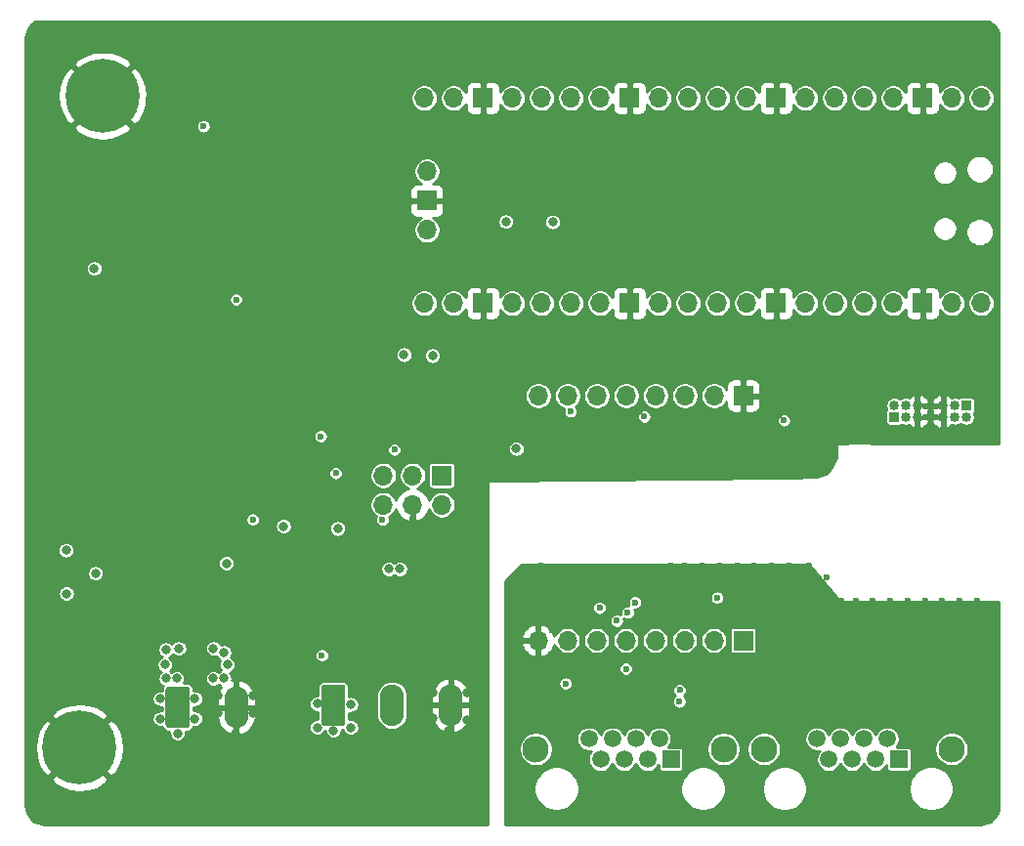
<source format=gbr>
%TF.GenerationSoftware,KiCad,Pcbnew,5.1.9+dfsg1-1+deb11u1*%
%TF.CreationDate,2022-10-19T16:44:56+02:00*%
%TF.ProjectId,firefly,66697265-666c-4792-9e6b-696361645f70,rev?*%
%TF.SameCoordinates,Original*%
%TF.FileFunction,Copper,L2,Inr*%
%TF.FilePolarity,Positive*%
%FSLAX46Y46*%
G04 Gerber Fmt 4.6, Leading zero omitted, Abs format (unit mm)*
G04 Created by KiCad (PCBNEW 5.1.9+dfsg1-1+deb11u1) date 2022-10-19 16:44:56*
%MOMM*%
%LPD*%
G01*
G04 APERTURE LIST*
%TA.AperFunction,ComponentPad*%
%ADD10C,2.300000*%
%TD*%
%TA.AperFunction,ComponentPad*%
%ADD11C,1.500000*%
%TD*%
%TA.AperFunction,ComponentPad*%
%ADD12R,1.500000X1.500000*%
%TD*%
%TA.AperFunction,ComponentPad*%
%ADD13O,2.080000X3.600000*%
%TD*%
%TA.AperFunction,ComponentPad*%
%ADD14R,1.700000X1.700000*%
%TD*%
%TA.AperFunction,ComponentPad*%
%ADD15O,1.700000X1.700000*%
%TD*%
%TA.AperFunction,ComponentPad*%
%ADD16C,0.800000*%
%TD*%
%TA.AperFunction,ComponentPad*%
%ADD17C,6.400000*%
%TD*%
%TA.AperFunction,ComponentPad*%
%ADD18O,0.850000X0.850000*%
%TD*%
%TA.AperFunction,ComponentPad*%
%ADD19R,0.850000X0.850000*%
%TD*%
%TA.AperFunction,ViaPad*%
%ADD20C,0.800000*%
%TD*%
%TA.AperFunction,ViaPad*%
%ADD21C,0.600000*%
%TD*%
%TA.AperFunction,Conductor*%
%ADD22C,0.254000*%
%TD*%
%TA.AperFunction,Conductor*%
%ADD23C,0.100000*%
%TD*%
G04 APERTURE END LIST*
D10*
%TO.N,/RS485_transciever/DMXchassignd*%
%TO.C,J2*%
X216645000Y-109120000D03*
X200385000Y-109120000D03*
D11*
%TO.N,N/C*%
X204963000Y-108230000D03*
X206995000Y-108230000D03*
X209027000Y-108230000D03*
%TO.N,/RS485_transciever/DMX-*%
X211059000Y-108230000D03*
%TO.N,N/C*%
X205979000Y-110010000D03*
X208011000Y-110010000D03*
%TO.N,/RS485_transciever/DXMgnd*%
X210043000Y-110010000D03*
D12*
%TO.N,/RS485_transciever/DMX+*%
X212075000Y-110010000D03*
%TD*%
%TO.N,/RS485_transciever/DMX+*%
%TO.C,J1*%
X192315000Y-110010000D03*
D11*
%TO.N,/RS485_transciever/DXMgnd*%
X190283000Y-110010000D03*
%TO.N,N/C*%
X188251000Y-110010000D03*
X186219000Y-110010000D03*
%TO.N,/RS485_transciever/DMX-*%
X191299000Y-108230000D03*
%TO.N,N/C*%
X189267000Y-108230000D03*
X187235000Y-108230000D03*
X185203000Y-108230000D03*
D10*
%TO.N,/RS485_transciever/DMXchassignd*%
X180625000Y-109120000D03*
X196885000Y-109120000D03*
%TD*%
%TO.N,Vin_fused*%
%TO.C,Jadd1*%
%TA.AperFunction,ComponentPad*%
G36*
G01*
X162035000Y-106870003D02*
X162035000Y-103769997D01*
G75*
G02*
X162284997Y-103520000I249997J0D01*
G01*
X163865003Y-103520000D01*
G75*
G02*
X164115000Y-103769997I0J-249997D01*
G01*
X164115000Y-106870003D01*
G75*
G02*
X163865003Y-107120000I-249997J0D01*
G01*
X162284997Y-107120000D01*
G75*
G02*
X162035000Y-106870003I0J249997D01*
G01*
G37*
%TD.AperFunction*%
D13*
%TO.N,Net-(ESD1-Pad1)*%
X168155000Y-105320000D03*
%TO.N,GND1*%
X173235000Y-105320000D03*
%TD*%
D14*
%TO.N,/SWDIO*%
%TO.C,J101*%
X172475000Y-85400000D03*
D15*
%TO.N,/SWCLK*%
X172475000Y-87940000D03*
%TO.N,N/C*%
X169935000Y-85400000D03*
%TO.N,GND1*%
X169935000Y-87940000D03*
%TO.N,N/C*%
X167395000Y-85400000D03*
%TO.N,+3V3*%
X167395000Y-87940000D03*
%TD*%
%TO.N,/Vin*%
%TO.C,Jc1*%
%TA.AperFunction,ComponentPad*%
G36*
G01*
X148535000Y-107050003D02*
X148535000Y-103949997D01*
G75*
G02*
X148784997Y-103700000I249997J0D01*
G01*
X150365003Y-103700000D01*
G75*
G02*
X150615000Y-103949997I0J-249997D01*
G01*
X150615000Y-107050003D01*
G75*
G02*
X150365003Y-107300000I-249997J0D01*
G01*
X148784997Y-107300000D01*
G75*
G02*
X148535000Y-107050003I0J249997D01*
G01*
G37*
%TD.AperFunction*%
D13*
%TO.N,GND1*%
X154655000Y-105500000D03*
%TD*%
D16*
%TO.N,GND1*%
%TO.C,H1*%
X144772056Y-50802944D03*
X143075000Y-50100000D03*
X141377944Y-50802944D03*
X140675000Y-52500000D03*
X141377944Y-54197056D03*
X143075000Y-54900000D03*
X144772056Y-54197056D03*
X145475000Y-52500000D03*
D17*
X143075000Y-52500000D03*
%TD*%
%TO.N,GND1*%
%TO.C,H2*%
X141075000Y-109000000D03*
D16*
X143475000Y-109000000D03*
X142772056Y-110697056D03*
X141075000Y-111400000D03*
X139377944Y-110697056D03*
X138675000Y-109000000D03*
X139377944Y-107302944D03*
X141075000Y-106600000D03*
X142772056Y-107302944D03*
%TD*%
D18*
%TO.N,GND1*%
%TO.C,J102*%
X213675000Y-79340000D03*
X213675000Y-80340000D03*
%TO.N,/A3*%
X212675000Y-79340000D03*
%TO.N,/A0*%
X212675000Y-80340000D03*
%TO.N,+3V3*%
X211675000Y-79340000D03*
D19*
X211675000Y-80340000D03*
%TD*%
%TO.N,+3V3*%
%TO.C,J103*%
X217915000Y-79340000D03*
D18*
X217915000Y-80340000D03*
%TO.N,/A4*%
X216915000Y-79340000D03*
%TO.N,/A5*%
X216915000Y-80340000D03*
%TO.N,GND1*%
X215915000Y-79340000D03*
X215915000Y-80340000D03*
%TD*%
D15*
%TO.N,N/C*%
%TO.C,J3*%
X180825000Y-78490000D03*
X183365000Y-78490000D03*
%TO.N,/DMX_Send*%
X185905000Y-78490000D03*
%TO.N,/DMX_Enable_Send*%
X188445000Y-78490000D03*
%TO.N,/DMX_Enable_Receive*%
X190985000Y-78490000D03*
%TO.N,/DMX_Receive*%
X193525000Y-78490000D03*
%TO.N,+3V3*%
X196065000Y-78490000D03*
D14*
%TO.N,GND1*%
X198605000Y-78490000D03*
%TD*%
%TO.N,N/C*%
%TO.C,J4*%
X198575000Y-99700000D03*
D15*
%TO.N,/RS485_transciever/DMX+*%
X196035000Y-99700000D03*
%TO.N,/RS485_transciever/DMX-*%
X193495000Y-99700000D03*
%TO.N,/RS485_transciever/DMXTransmitterZ*%
X190955000Y-99700000D03*
%TO.N,/RS485_transciever/DMXTransmitterY*%
X188415000Y-99700000D03*
%TO.N,N/C*%
X185875000Y-99700000D03*
%TO.N,DMX_3V*%
X183335000Y-99700000D03*
%TO.N,GND2*%
X180795000Y-99700000D03*
%TD*%
%TO.N,Net-(U1-Pad1)*%
%TO.C,U1*%
X219205000Y-52700000D03*
%TO.N,Net-(U1-Pad2)*%
X216665000Y-52700000D03*
D14*
%TO.N,GND1*%
X214125000Y-52700000D03*
D15*
%TO.N,Net-(U1-Pad4)*%
X211585000Y-52700000D03*
%TO.N,Net-(U1-Pad5)*%
X209045000Y-52700000D03*
%TO.N,/SW_1*%
X206505000Y-52700000D03*
%TO.N,/SW_2*%
X203965000Y-52700000D03*
D14*
%TO.N,GND1*%
X201425000Y-52700000D03*
D15*
%TO.N,/SW_3*%
X198885000Y-52700000D03*
%TO.N,/SW_4*%
X196345000Y-52700000D03*
%TO.N,/SW_8*%
X193805000Y-52700000D03*
%TO.N,/SW_7*%
X191265000Y-52700000D03*
D14*
%TO.N,GND1*%
X188725000Y-52700000D03*
D15*
%TO.N,/SW_6*%
X186185000Y-52700000D03*
%TO.N,/SW_5*%
X183645000Y-52700000D03*
%TO.N,/DMX_Receive*%
X181105000Y-52700000D03*
%TO.N,/DMX_Send*%
X178565000Y-52700000D03*
D14*
%TO.N,GND1*%
X176025000Y-52700000D03*
D15*
%TO.N,Net-(U1-Pad19)*%
X173485000Y-52700000D03*
%TO.N,Net-(U1-Pad20)*%
X170945000Y-52700000D03*
%TO.N,/Addressable*%
X170945000Y-70480000D03*
%TO.N,/DMX_Enable_Send*%
X173485000Y-70480000D03*
D14*
%TO.N,GND1*%
X176025000Y-70480000D03*
D15*
%TO.N,/DMX_Enable_Receive*%
X178565000Y-70480000D03*
%TO.N,Net-(U1-Pad25)*%
X181105000Y-70480000D03*
%TO.N,Net-(U1-Pad26)*%
X183645000Y-70480000D03*
%TO.N,Net-(U1-Pad27)*%
X186185000Y-70480000D03*
D14*
%TO.N,GND1*%
X188725000Y-70480000D03*
D15*
%TO.N,Net-(U1-Pad29)*%
X191265000Y-70480000D03*
%TO.N,Net-(U1-Pad30)*%
X193805000Y-70480000D03*
%TO.N,/A0*%
X196345000Y-70480000D03*
%TO.N,/A3*%
X198885000Y-70480000D03*
D14*
%TO.N,GND1*%
X201425000Y-70480000D03*
D15*
%TO.N,/A4*%
X203965000Y-70480000D03*
%TO.N,/A5*%
X206505000Y-70480000D03*
%TO.N,+3V3*%
X209045000Y-70480000D03*
%TO.N,Net-(U1-Pad37)*%
X211585000Y-70480000D03*
D14*
%TO.N,GND1*%
X214125000Y-70480000D03*
D15*
%TO.N,Net-(U1-Pad39)*%
X216665000Y-70480000D03*
%TO.N,Net-(U1-Pad40)*%
X219205000Y-70480000D03*
%TO.N,/SWCLK*%
X171175000Y-59050000D03*
D14*
%TO.N,GND1*%
X171175000Y-61590000D03*
D15*
%TO.N,/SWDIO*%
X171175000Y-64130000D03*
%TD*%
D20*
%TO.N,GND1*%
X153075000Y-104500000D03*
X153075000Y-106000000D03*
X156075000Y-106000000D03*
X156075000Y-104500000D03*
D21*
X194825000Y-85250000D03*
X196825000Y-85250000D03*
X179075000Y-85250000D03*
X175825000Y-112500000D03*
X177575000Y-85250000D03*
X175825000Y-114000000D03*
X180575000Y-85250000D03*
X175825000Y-109500000D03*
X175825000Y-111000000D03*
X175825000Y-105000000D03*
X175825000Y-108000000D03*
X175825000Y-106500000D03*
X175825000Y-102000000D03*
X175825000Y-103500000D03*
X175825000Y-100500000D03*
X175825000Y-97500000D03*
X175825000Y-99000000D03*
X175825000Y-94500000D03*
X175825000Y-96000000D03*
X175825000Y-91500000D03*
X175825000Y-90000000D03*
X175825000Y-93000000D03*
X202575000Y-85250000D03*
X199075000Y-85250000D03*
D20*
X171675000Y-104200000D03*
X171675000Y-106400000D03*
X174675000Y-104200000D03*
X174675000Y-106600000D03*
X173475000Y-93500000D03*
D21*
X169875000Y-89250000D03*
X160075000Y-72250000D03*
X142725000Y-73500000D03*
X182025000Y-79850000D03*
X148325000Y-73000000D03*
X139825000Y-46250000D03*
X142825000Y-46250000D03*
X136825000Y-62250000D03*
X136825000Y-65250000D03*
X136825000Y-71250000D03*
X136825000Y-74250000D03*
X136825000Y-68250000D03*
X136825000Y-92250000D03*
X136825000Y-80250000D03*
X136825000Y-83250000D03*
X136825000Y-86250000D03*
X136825000Y-77250000D03*
X136825000Y-89250000D03*
X136825000Y-95250000D03*
X136825000Y-98250000D03*
X136825000Y-101250000D03*
X136825000Y-110250000D03*
X136825000Y-107250000D03*
X136825000Y-113250000D03*
X136825000Y-104250000D03*
X151825000Y-46250000D03*
X145825000Y-46250000D03*
X148825000Y-46250000D03*
X160825000Y-46250000D03*
X166825000Y-46250000D03*
X169825000Y-46250000D03*
X154825000Y-46250000D03*
X163825000Y-46250000D03*
X157825000Y-46250000D03*
X178825000Y-46250000D03*
X199825000Y-46250000D03*
X205825000Y-46250000D03*
X184825000Y-46250000D03*
X190825000Y-46250000D03*
X187825000Y-46250000D03*
X202825000Y-46250000D03*
X193825000Y-46250000D03*
X172825000Y-46250000D03*
X196825000Y-46250000D03*
X181825000Y-46250000D03*
X175825000Y-46250000D03*
X175825000Y-88500000D03*
X175825000Y-87000000D03*
X139825000Y-115250000D03*
X160825000Y-115250000D03*
X145825000Y-115250000D03*
X151825000Y-115250000D03*
X148825000Y-115250000D03*
X154825000Y-115250000D03*
X157825000Y-115250000D03*
X142825000Y-115250000D03*
X137575000Y-114750000D03*
X172825000Y-115250000D03*
X163825000Y-115250000D03*
X169825000Y-115250000D03*
X166825000Y-115250000D03*
X153645000Y-71170000D03*
X204325000Y-85250000D03*
X200825000Y-85250000D03*
X192575000Y-85250000D03*
X170249980Y-82400000D03*
X175445000Y-80990000D03*
X176325000Y-85750000D03*
X175825000Y-115250000D03*
D20*
X154575000Y-107750000D03*
X173075000Y-107500000D03*
X172575000Y-93500000D03*
D21*
X141075000Y-78500000D03*
X143325000Y-78500000D03*
X145575000Y-78500000D03*
X148075000Y-78500000D03*
X150825000Y-78500000D03*
X153325000Y-78500000D03*
X155825000Y-78500000D03*
X158325000Y-78500000D03*
X166075000Y-86500000D03*
X172575000Y-89500000D03*
X172325000Y-83500000D03*
X169825000Y-83500000D03*
X140075000Y-88000000D03*
X144325000Y-88000000D03*
X149075000Y-88000000D03*
X154325000Y-88000000D03*
X159075000Y-88000000D03*
X164325000Y-88500000D03*
X165075000Y-93000000D03*
X165075000Y-97500000D03*
X165075000Y-101500000D03*
X165075000Y-109250000D03*
X165075000Y-112500000D03*
X157075000Y-62500000D03*
X149575000Y-62500000D03*
X149575000Y-68750000D03*
X157075000Y-68750000D03*
D20*
X168575000Y-97750000D03*
X173325000Y-97750000D03*
D21*
X172575000Y-80250000D03*
X161075000Y-65750000D03*
X206075000Y-84250000D03*
X220325000Y-77250000D03*
X220325000Y-79500000D03*
X220325000Y-74250000D03*
X220325000Y-68250000D03*
X214325000Y-82250000D03*
X208325000Y-82250000D03*
X211325000Y-82250000D03*
X220325000Y-82250000D03*
X217325000Y-82250000D03*
X162974200Y-81010400D03*
X152809200Y-54142240D03*
D20*
X167475000Y-100100000D03*
X176765800Y-80930220D03*
X159325000Y-101470000D03*
D21*
X150405000Y-90220000D03*
D20*
X145335000Y-93830000D03*
X147935000Y-92080000D03*
X147955000Y-95600000D03*
X141175000Y-99800000D03*
D21*
X191615002Y-80300000D03*
D20*
X178045000Y-68540000D03*
X182045000Y-68540000D03*
X141145000Y-68570000D03*
D21*
X136825000Y-59250000D03*
X136825000Y-56250000D03*
X136825000Y-53250000D03*
X136825000Y-50250000D03*
X136825000Y-47250000D03*
X220325000Y-65250000D03*
X220325000Y-62250000D03*
X220325000Y-56250000D03*
X220325000Y-47250000D03*
X208825000Y-46250000D03*
X211825000Y-46250000D03*
X214825000Y-46250000D03*
X217825000Y-46250000D03*
X169975000Y-75890000D03*
X174055000Y-76670000D03*
X170315000Y-80770000D03*
X161015000Y-51470000D03*
X161425000Y-59620000D03*
X172145000Y-49350000D03*
X174735000Y-49330000D03*
X177275000Y-49320000D03*
X179875000Y-49350000D03*
X182455000Y-49320000D03*
X184945000Y-49350000D03*
X187475000Y-49350000D03*
X190045000Y-49390000D03*
X192435000Y-49400000D03*
X197605000Y-49590000D03*
X200135000Y-49660000D03*
X202695000Y-49680000D03*
X205225000Y-49640000D03*
X207795000Y-49640000D03*
X210255000Y-49640000D03*
X212825000Y-49630000D03*
X217935000Y-49660000D03*
X217915000Y-68970000D03*
X212815000Y-69060000D03*
X207695000Y-69140000D03*
X202645000Y-68830000D03*
X197575000Y-69000000D03*
X195015000Y-69060000D03*
X192505000Y-69140000D03*
X190055000Y-69000000D03*
X187435000Y-69110000D03*
X184895000Y-69060000D03*
X180135000Y-69000000D03*
X174705000Y-68970000D03*
X172225000Y-68970000D03*
D20*
%TO.N,+3V3*%
X167875000Y-93500000D03*
D21*
X167325000Y-89250000D03*
X163275000Y-85200000D03*
X183625000Y-79850000D03*
X154645000Y-70170000D03*
X168349561Y-83174979D03*
D20*
X168825000Y-93500000D03*
D21*
X161974200Y-82010400D03*
X151809200Y-55142240D03*
D20*
X178924800Y-83079060D03*
X153795000Y-93020000D03*
X158745000Y-89800000D03*
X163445000Y-90000000D03*
D21*
X156085000Y-89230000D03*
X190005000Y-80310000D03*
D20*
X178025000Y-63410000D03*
X182065000Y-63430000D03*
X142345000Y-67470000D03*
D21*
X202115000Y-80630000D03*
%TO.N,GND2*%
X193575000Y-93250000D03*
X181075000Y-93250000D03*
X179575000Y-93500000D03*
X178575000Y-94450000D03*
X178325000Y-95950000D03*
X178325000Y-97450000D03*
X178325000Y-98950000D03*
X178325000Y-100450000D03*
X178325000Y-101950000D03*
X178325000Y-103500000D03*
X178325000Y-105000000D03*
X178325000Y-106500000D03*
X178325000Y-111000000D03*
X178325000Y-112500000D03*
X178325000Y-114000000D03*
X196575000Y-93250000D03*
X198075000Y-93250000D03*
X195075000Y-93250000D03*
X199575000Y-93250000D03*
X201075000Y-93250000D03*
X202575000Y-93250000D03*
X204325000Y-93250000D03*
X207075000Y-96250000D03*
X208325000Y-96250000D03*
X209825000Y-96250000D03*
X211325000Y-96250000D03*
X212825000Y-96250000D03*
X214325000Y-96250000D03*
X215825000Y-96250000D03*
X217325000Y-96250000D03*
X220375000Y-101500000D03*
X220375000Y-103000000D03*
X220375000Y-104500000D03*
X220375000Y-106000000D03*
X220375000Y-110500000D03*
X220375000Y-112000000D03*
X205825000Y-94250000D03*
X184325000Y-115250000D03*
X179825000Y-115250000D03*
X185825000Y-115250000D03*
X181325000Y-115250000D03*
X182825000Y-115250000D03*
X188825000Y-115250000D03*
X193325000Y-115250000D03*
X187325000Y-115250000D03*
X191825000Y-115250000D03*
X190325000Y-115250000D03*
X194825000Y-115250000D03*
X199325000Y-115250000D03*
X196325000Y-115250000D03*
X197825000Y-115250000D03*
X200825000Y-115250000D03*
X206825000Y-115250000D03*
X203825000Y-115250000D03*
X205325000Y-115250000D03*
X208325000Y-115250000D03*
X202325000Y-115250000D03*
X211325000Y-115250000D03*
X209825000Y-115250000D03*
X212825000Y-115250000D03*
X215825000Y-115250000D03*
X214325000Y-115250000D03*
X182025000Y-98850000D03*
X218825000Y-96250000D03*
X220375000Y-107500000D03*
X220375000Y-109000000D03*
X220325000Y-113500000D03*
X218075000Y-115250000D03*
X219575000Y-114750000D03*
X220375000Y-98750000D03*
X220375000Y-100000000D03*
X192325000Y-93250000D03*
X178325000Y-108000000D03*
X178325000Y-109500000D03*
X219825000Y-97000000D03*
X178325000Y-115250000D03*
X203325000Y-103500000D03*
X205075000Y-103500000D03*
X206575000Y-103500000D03*
X208075000Y-103500000D03*
X209825000Y-103500000D03*
X203365000Y-107770000D03*
X203325000Y-101500000D03*
X205075000Y-101500000D03*
X206575000Y-101500000D03*
X208075000Y-101500000D03*
X209825000Y-101500000D03*
X195155000Y-101500000D03*
D20*
%TO.N,/DMX_Receive*%
X171655000Y-75020000D03*
%TO.N,/DMX_Send*%
X169175000Y-74940000D03*
D21*
%TO.N,/RS485_transciever/DMX+*%
X193075000Y-104000000D03*
X188575000Y-97290000D03*
%TO.N,/RS485_transciever/DMX-*%
X187620000Y-98000000D03*
X183195000Y-103440000D03*
X193049990Y-105000000D03*
%TO.N,/RS485_transciever/DMXTransmitterZ*%
X186135000Y-96880000D03*
%TO.N,/RS485_transciever/DMXTransmitterY*%
X188415000Y-102160000D03*
%TO.N,DMX_3V*%
X196325000Y-96000000D03*
X189215000Y-96400000D03*
%TO.N,Vin_fused*%
X162075000Y-101000000D03*
D20*
X152675000Y-100400000D03*
X153875000Y-101800000D03*
X152675000Y-103000000D03*
X161675000Y-105200000D03*
X153575000Y-100750000D03*
X153575000Y-103000000D03*
X161675000Y-107250000D03*
X163075000Y-107500000D03*
X164575000Y-107250000D03*
X164575000Y-105250000D03*
%TO.N,/Vin*%
X149675000Y-100400000D03*
X148475000Y-101800000D03*
X149475000Y-103000000D03*
X151075000Y-104750000D03*
X151075000Y-106500000D03*
X148075000Y-104750000D03*
X148075000Y-106500000D03*
X148575000Y-103000000D03*
X148575000Y-100500000D03*
X149575000Y-107750000D03*
X139915000Y-91880000D03*
X139945000Y-95640000D03*
X142465000Y-93890000D03*
%TD*%
D22*
%TO.N,GND2*%
X206978050Y-96332035D02*
X206995917Y-96349372D01*
X207016823Y-96362891D01*
X207039965Y-96372072D01*
X207075000Y-96377000D01*
X220723001Y-96377000D01*
X220723002Y-113982773D01*
X220689959Y-114319767D01*
X220597092Y-114627360D01*
X220446248Y-114911056D01*
X220243178Y-115160045D01*
X219995605Y-115364855D01*
X219712973Y-115517674D01*
X219406039Y-115612685D01*
X219070046Y-115648000D01*
X177952000Y-115648001D01*
X177952000Y-112357745D01*
X180453000Y-112357745D01*
X180453000Y-112742255D01*
X180528014Y-113119377D01*
X180675160Y-113474619D01*
X180888783Y-113794328D01*
X181160672Y-114066217D01*
X181480381Y-114279840D01*
X181835623Y-114426986D01*
X182212745Y-114502000D01*
X182597255Y-114502000D01*
X182974377Y-114426986D01*
X183329619Y-114279840D01*
X183649328Y-114066217D01*
X183921217Y-113794328D01*
X184134840Y-113474619D01*
X184281986Y-113119377D01*
X184357000Y-112742255D01*
X184357000Y-112357745D01*
X193153000Y-112357745D01*
X193153000Y-112742255D01*
X193228014Y-113119377D01*
X193375160Y-113474619D01*
X193588783Y-113794328D01*
X193860672Y-114066217D01*
X194180381Y-114279840D01*
X194535623Y-114426986D01*
X194912745Y-114502000D01*
X195297255Y-114502000D01*
X195674377Y-114426986D01*
X196029619Y-114279840D01*
X196349328Y-114066217D01*
X196621217Y-113794328D01*
X196834840Y-113474619D01*
X196981986Y-113119377D01*
X197057000Y-112742255D01*
X197057000Y-112357745D01*
X200213000Y-112357745D01*
X200213000Y-112742255D01*
X200288014Y-113119377D01*
X200435160Y-113474619D01*
X200648783Y-113794328D01*
X200920672Y-114066217D01*
X201240381Y-114279840D01*
X201595623Y-114426986D01*
X201972745Y-114502000D01*
X202357255Y-114502000D01*
X202734377Y-114426986D01*
X203089619Y-114279840D01*
X203409328Y-114066217D01*
X203681217Y-113794328D01*
X203894840Y-113474619D01*
X204041986Y-113119377D01*
X204117000Y-112742255D01*
X204117000Y-112357745D01*
X212913000Y-112357745D01*
X212913000Y-112742255D01*
X212988014Y-113119377D01*
X213135160Y-113474619D01*
X213348783Y-113794328D01*
X213620672Y-114066217D01*
X213940381Y-114279840D01*
X214295623Y-114426986D01*
X214672745Y-114502000D01*
X215057255Y-114502000D01*
X215434377Y-114426986D01*
X215789619Y-114279840D01*
X216109328Y-114066217D01*
X216381217Y-113794328D01*
X216594840Y-113474619D01*
X216741986Y-113119377D01*
X216817000Y-112742255D01*
X216817000Y-112357745D01*
X216741986Y-111980623D01*
X216594840Y-111625381D01*
X216381217Y-111305672D01*
X216109328Y-111033783D01*
X215789619Y-110820160D01*
X215434377Y-110673014D01*
X215057255Y-110598000D01*
X214672745Y-110598000D01*
X214295623Y-110673014D01*
X213940381Y-110820160D01*
X213620672Y-111033783D01*
X213348783Y-111305672D01*
X213135160Y-111625381D01*
X212988014Y-111980623D01*
X212913000Y-112357745D01*
X204117000Y-112357745D01*
X204041986Y-111980623D01*
X203894840Y-111625381D01*
X203681217Y-111305672D01*
X203409328Y-111033783D01*
X203089619Y-110820160D01*
X202734377Y-110673014D01*
X202357255Y-110598000D01*
X201972745Y-110598000D01*
X201595623Y-110673014D01*
X201240381Y-110820160D01*
X200920672Y-111033783D01*
X200648783Y-111305672D01*
X200435160Y-111625381D01*
X200288014Y-111980623D01*
X200213000Y-112357745D01*
X197057000Y-112357745D01*
X196981986Y-111980623D01*
X196834840Y-111625381D01*
X196621217Y-111305672D01*
X196349328Y-111033783D01*
X196029619Y-110820160D01*
X195674377Y-110673014D01*
X195297255Y-110598000D01*
X194912745Y-110598000D01*
X194535623Y-110673014D01*
X194180381Y-110820160D01*
X193860672Y-111033783D01*
X193588783Y-111305672D01*
X193375160Y-111625381D01*
X193228014Y-111980623D01*
X193153000Y-112357745D01*
X184357000Y-112357745D01*
X184281986Y-111980623D01*
X184134840Y-111625381D01*
X183921217Y-111305672D01*
X183649328Y-111033783D01*
X183329619Y-110820160D01*
X182974377Y-110673014D01*
X182597255Y-110598000D01*
X182212745Y-110598000D01*
X181835623Y-110673014D01*
X181480381Y-110820160D01*
X181160672Y-111033783D01*
X180888783Y-111305672D01*
X180675160Y-111625381D01*
X180528014Y-111980623D01*
X180453000Y-112357745D01*
X177952000Y-112357745D01*
X177952000Y-108974528D01*
X179148000Y-108974528D01*
X179148000Y-109265472D01*
X179204760Y-109550825D01*
X179316099Y-109819622D01*
X179477739Y-110061533D01*
X179683467Y-110267261D01*
X179925378Y-110428901D01*
X180194175Y-110540240D01*
X180479528Y-110597000D01*
X180770472Y-110597000D01*
X181055825Y-110540240D01*
X181324622Y-110428901D01*
X181566533Y-110267261D01*
X181772261Y-110061533D01*
X181933901Y-109819622D01*
X182045240Y-109550825D01*
X182102000Y-109265472D01*
X182102000Y-108974528D01*
X182045240Y-108689175D01*
X181933901Y-108420378D01*
X181772261Y-108178467D01*
X181717719Y-108123925D01*
X184126000Y-108123925D01*
X184126000Y-108336075D01*
X184167389Y-108544149D01*
X184248575Y-108740151D01*
X184366440Y-108916547D01*
X184516453Y-109066560D01*
X184692849Y-109184425D01*
X184888851Y-109265611D01*
X185096925Y-109307000D01*
X185309075Y-109307000D01*
X185421195Y-109284698D01*
X185382440Y-109323453D01*
X185264575Y-109499849D01*
X185183389Y-109695851D01*
X185142000Y-109903925D01*
X185142000Y-110116075D01*
X185183389Y-110324149D01*
X185264575Y-110520151D01*
X185382440Y-110696547D01*
X185532453Y-110846560D01*
X185708849Y-110964425D01*
X185904851Y-111045611D01*
X186112925Y-111087000D01*
X186325075Y-111087000D01*
X186533149Y-111045611D01*
X186729151Y-110964425D01*
X186905547Y-110846560D01*
X187055560Y-110696547D01*
X187173425Y-110520151D01*
X187235000Y-110371495D01*
X187296575Y-110520151D01*
X187414440Y-110696547D01*
X187564453Y-110846560D01*
X187740849Y-110964425D01*
X187936851Y-111045611D01*
X188144925Y-111087000D01*
X188357075Y-111087000D01*
X188565149Y-111045611D01*
X188761151Y-110964425D01*
X188937547Y-110846560D01*
X189087560Y-110696547D01*
X189205425Y-110520151D01*
X189267000Y-110371495D01*
X189328575Y-110520151D01*
X189446440Y-110696547D01*
X189596453Y-110846560D01*
X189772849Y-110964425D01*
X189968851Y-111045611D01*
X190176925Y-111087000D01*
X190389075Y-111087000D01*
X190597149Y-111045611D01*
X190793151Y-110964425D01*
X190969547Y-110846560D01*
X191119560Y-110696547D01*
X191236418Y-110521658D01*
X191236418Y-110760000D01*
X191242732Y-110824103D01*
X191261430Y-110885743D01*
X191291794Y-110942550D01*
X191332657Y-110992343D01*
X191382450Y-111033206D01*
X191439257Y-111063570D01*
X191500897Y-111082268D01*
X191565000Y-111088582D01*
X193065000Y-111088582D01*
X193129103Y-111082268D01*
X193190743Y-111063570D01*
X193247550Y-111033206D01*
X193297343Y-110992343D01*
X193338206Y-110942550D01*
X193368570Y-110885743D01*
X193387268Y-110824103D01*
X193393582Y-110760000D01*
X193393582Y-109260000D01*
X193387268Y-109195897D01*
X193368570Y-109134257D01*
X193338206Y-109077450D01*
X193297343Y-109027657D01*
X193247550Y-108986794D01*
X193224602Y-108974528D01*
X195408000Y-108974528D01*
X195408000Y-109265472D01*
X195464760Y-109550825D01*
X195576099Y-109819622D01*
X195737739Y-110061533D01*
X195943467Y-110267261D01*
X196185378Y-110428901D01*
X196454175Y-110540240D01*
X196739528Y-110597000D01*
X197030472Y-110597000D01*
X197315825Y-110540240D01*
X197584622Y-110428901D01*
X197826533Y-110267261D01*
X198032261Y-110061533D01*
X198193901Y-109819622D01*
X198305240Y-109550825D01*
X198362000Y-109265472D01*
X198362000Y-108974528D01*
X198908000Y-108974528D01*
X198908000Y-109265472D01*
X198964760Y-109550825D01*
X199076099Y-109819622D01*
X199237739Y-110061533D01*
X199443467Y-110267261D01*
X199685378Y-110428901D01*
X199954175Y-110540240D01*
X200239528Y-110597000D01*
X200530472Y-110597000D01*
X200815825Y-110540240D01*
X201084622Y-110428901D01*
X201326533Y-110267261D01*
X201532261Y-110061533D01*
X201693901Y-109819622D01*
X201805240Y-109550825D01*
X201862000Y-109265472D01*
X201862000Y-108974528D01*
X201805240Y-108689175D01*
X201693901Y-108420378D01*
X201532261Y-108178467D01*
X201477719Y-108123925D01*
X203886000Y-108123925D01*
X203886000Y-108336075D01*
X203927389Y-108544149D01*
X204008575Y-108740151D01*
X204126440Y-108916547D01*
X204276453Y-109066560D01*
X204452849Y-109184425D01*
X204648851Y-109265611D01*
X204856925Y-109307000D01*
X205069075Y-109307000D01*
X205181195Y-109284698D01*
X205142440Y-109323453D01*
X205024575Y-109499849D01*
X204943389Y-109695851D01*
X204902000Y-109903925D01*
X204902000Y-110116075D01*
X204943389Y-110324149D01*
X205024575Y-110520151D01*
X205142440Y-110696547D01*
X205292453Y-110846560D01*
X205468849Y-110964425D01*
X205664851Y-111045611D01*
X205872925Y-111087000D01*
X206085075Y-111087000D01*
X206293149Y-111045611D01*
X206489151Y-110964425D01*
X206665547Y-110846560D01*
X206815560Y-110696547D01*
X206933425Y-110520151D01*
X206995000Y-110371495D01*
X207056575Y-110520151D01*
X207174440Y-110696547D01*
X207324453Y-110846560D01*
X207500849Y-110964425D01*
X207696851Y-111045611D01*
X207904925Y-111087000D01*
X208117075Y-111087000D01*
X208325149Y-111045611D01*
X208521151Y-110964425D01*
X208697547Y-110846560D01*
X208847560Y-110696547D01*
X208965425Y-110520151D01*
X209027000Y-110371495D01*
X209088575Y-110520151D01*
X209206440Y-110696547D01*
X209356453Y-110846560D01*
X209532849Y-110964425D01*
X209728851Y-111045611D01*
X209936925Y-111087000D01*
X210149075Y-111087000D01*
X210357149Y-111045611D01*
X210553151Y-110964425D01*
X210729547Y-110846560D01*
X210879560Y-110696547D01*
X210996418Y-110521658D01*
X210996418Y-110760000D01*
X211002732Y-110824103D01*
X211021430Y-110885743D01*
X211051794Y-110942550D01*
X211092657Y-110992343D01*
X211142450Y-111033206D01*
X211199257Y-111063570D01*
X211260897Y-111082268D01*
X211325000Y-111088582D01*
X212825000Y-111088582D01*
X212889103Y-111082268D01*
X212950743Y-111063570D01*
X213007550Y-111033206D01*
X213057343Y-110992343D01*
X213098206Y-110942550D01*
X213128570Y-110885743D01*
X213147268Y-110824103D01*
X213153582Y-110760000D01*
X213153582Y-109260000D01*
X213147268Y-109195897D01*
X213128570Y-109134257D01*
X213098206Y-109077450D01*
X213057343Y-109027657D01*
X213007550Y-108986794D01*
X212984602Y-108974528D01*
X215168000Y-108974528D01*
X215168000Y-109265472D01*
X215224760Y-109550825D01*
X215336099Y-109819622D01*
X215497739Y-110061533D01*
X215703467Y-110267261D01*
X215945378Y-110428901D01*
X216214175Y-110540240D01*
X216499528Y-110597000D01*
X216790472Y-110597000D01*
X217075825Y-110540240D01*
X217344622Y-110428901D01*
X217586533Y-110267261D01*
X217792261Y-110061533D01*
X217953901Y-109819622D01*
X218065240Y-109550825D01*
X218122000Y-109265472D01*
X218122000Y-108974528D01*
X218065240Y-108689175D01*
X217953901Y-108420378D01*
X217792261Y-108178467D01*
X217586533Y-107972739D01*
X217344622Y-107811099D01*
X217075825Y-107699760D01*
X216790472Y-107643000D01*
X216499528Y-107643000D01*
X216214175Y-107699760D01*
X215945378Y-107811099D01*
X215703467Y-107972739D01*
X215497739Y-108178467D01*
X215336099Y-108420378D01*
X215224760Y-108689175D01*
X215168000Y-108974528D01*
X212984602Y-108974528D01*
X212950743Y-108956430D01*
X212889103Y-108937732D01*
X212825000Y-108931418D01*
X211880689Y-108931418D01*
X211895560Y-108916547D01*
X212013425Y-108740151D01*
X212094611Y-108544149D01*
X212136000Y-108336075D01*
X212136000Y-108123925D01*
X212094611Y-107915851D01*
X212013425Y-107719849D01*
X211895560Y-107543453D01*
X211745547Y-107393440D01*
X211569151Y-107275575D01*
X211373149Y-107194389D01*
X211165075Y-107153000D01*
X210952925Y-107153000D01*
X210744851Y-107194389D01*
X210548849Y-107275575D01*
X210372453Y-107393440D01*
X210222440Y-107543453D01*
X210104575Y-107719849D01*
X210043000Y-107868505D01*
X209981425Y-107719849D01*
X209863560Y-107543453D01*
X209713547Y-107393440D01*
X209537151Y-107275575D01*
X209341149Y-107194389D01*
X209133075Y-107153000D01*
X208920925Y-107153000D01*
X208712851Y-107194389D01*
X208516849Y-107275575D01*
X208340453Y-107393440D01*
X208190440Y-107543453D01*
X208072575Y-107719849D01*
X208011000Y-107868505D01*
X207949425Y-107719849D01*
X207831560Y-107543453D01*
X207681547Y-107393440D01*
X207505151Y-107275575D01*
X207309149Y-107194389D01*
X207101075Y-107153000D01*
X206888925Y-107153000D01*
X206680851Y-107194389D01*
X206484849Y-107275575D01*
X206308453Y-107393440D01*
X206158440Y-107543453D01*
X206040575Y-107719849D01*
X205979000Y-107868505D01*
X205917425Y-107719849D01*
X205799560Y-107543453D01*
X205649547Y-107393440D01*
X205473151Y-107275575D01*
X205277149Y-107194389D01*
X205069075Y-107153000D01*
X204856925Y-107153000D01*
X204648851Y-107194389D01*
X204452849Y-107275575D01*
X204276453Y-107393440D01*
X204126440Y-107543453D01*
X204008575Y-107719849D01*
X203927389Y-107915851D01*
X203886000Y-108123925D01*
X201477719Y-108123925D01*
X201326533Y-107972739D01*
X201084622Y-107811099D01*
X200815825Y-107699760D01*
X200530472Y-107643000D01*
X200239528Y-107643000D01*
X199954175Y-107699760D01*
X199685378Y-107811099D01*
X199443467Y-107972739D01*
X199237739Y-108178467D01*
X199076099Y-108420378D01*
X198964760Y-108689175D01*
X198908000Y-108974528D01*
X198362000Y-108974528D01*
X198305240Y-108689175D01*
X198193901Y-108420378D01*
X198032261Y-108178467D01*
X197826533Y-107972739D01*
X197584622Y-107811099D01*
X197315825Y-107699760D01*
X197030472Y-107643000D01*
X196739528Y-107643000D01*
X196454175Y-107699760D01*
X196185378Y-107811099D01*
X195943467Y-107972739D01*
X195737739Y-108178467D01*
X195576099Y-108420378D01*
X195464760Y-108689175D01*
X195408000Y-108974528D01*
X193224602Y-108974528D01*
X193190743Y-108956430D01*
X193129103Y-108937732D01*
X193065000Y-108931418D01*
X192120689Y-108931418D01*
X192135560Y-108916547D01*
X192253425Y-108740151D01*
X192334611Y-108544149D01*
X192376000Y-108336075D01*
X192376000Y-108123925D01*
X192334611Y-107915851D01*
X192253425Y-107719849D01*
X192135560Y-107543453D01*
X191985547Y-107393440D01*
X191809151Y-107275575D01*
X191613149Y-107194389D01*
X191405075Y-107153000D01*
X191192925Y-107153000D01*
X190984851Y-107194389D01*
X190788849Y-107275575D01*
X190612453Y-107393440D01*
X190462440Y-107543453D01*
X190344575Y-107719849D01*
X190283000Y-107868505D01*
X190221425Y-107719849D01*
X190103560Y-107543453D01*
X189953547Y-107393440D01*
X189777151Y-107275575D01*
X189581149Y-107194389D01*
X189373075Y-107153000D01*
X189160925Y-107153000D01*
X188952851Y-107194389D01*
X188756849Y-107275575D01*
X188580453Y-107393440D01*
X188430440Y-107543453D01*
X188312575Y-107719849D01*
X188251000Y-107868505D01*
X188189425Y-107719849D01*
X188071560Y-107543453D01*
X187921547Y-107393440D01*
X187745151Y-107275575D01*
X187549149Y-107194389D01*
X187341075Y-107153000D01*
X187128925Y-107153000D01*
X186920851Y-107194389D01*
X186724849Y-107275575D01*
X186548453Y-107393440D01*
X186398440Y-107543453D01*
X186280575Y-107719849D01*
X186219000Y-107868505D01*
X186157425Y-107719849D01*
X186039560Y-107543453D01*
X185889547Y-107393440D01*
X185713151Y-107275575D01*
X185517149Y-107194389D01*
X185309075Y-107153000D01*
X185096925Y-107153000D01*
X184888851Y-107194389D01*
X184692849Y-107275575D01*
X184516453Y-107393440D01*
X184366440Y-107543453D01*
X184248575Y-107719849D01*
X184167389Y-107915851D01*
X184126000Y-108123925D01*
X181717719Y-108123925D01*
X181566533Y-107972739D01*
X181324622Y-107811099D01*
X181055825Y-107699760D01*
X180770472Y-107643000D01*
X180479528Y-107643000D01*
X180194175Y-107699760D01*
X179925378Y-107811099D01*
X179683467Y-107972739D01*
X179477739Y-108178467D01*
X179316099Y-108420378D01*
X179204760Y-108689175D01*
X179148000Y-108974528D01*
X177952000Y-108974528D01*
X177952000Y-104938246D01*
X192422990Y-104938246D01*
X192422990Y-105061754D01*
X192447085Y-105182889D01*
X192494350Y-105296996D01*
X192562967Y-105399689D01*
X192650301Y-105487023D01*
X192752994Y-105555640D01*
X192867101Y-105602905D01*
X192988236Y-105627000D01*
X193111744Y-105627000D01*
X193232879Y-105602905D01*
X193346986Y-105555640D01*
X193449679Y-105487023D01*
X193537013Y-105399689D01*
X193605630Y-105296996D01*
X193652895Y-105182889D01*
X193676990Y-105061754D01*
X193676990Y-104938246D01*
X193652895Y-104817111D01*
X193605630Y-104703004D01*
X193537013Y-104600311D01*
X193449679Y-104512977D01*
X193442762Y-104508356D01*
X193474689Y-104487023D01*
X193562023Y-104399689D01*
X193630640Y-104296996D01*
X193677905Y-104182889D01*
X193702000Y-104061754D01*
X193702000Y-103938246D01*
X193677905Y-103817111D01*
X193630640Y-103703004D01*
X193562023Y-103600311D01*
X193474689Y-103512977D01*
X193371996Y-103444360D01*
X193257889Y-103397095D01*
X193136754Y-103373000D01*
X193013246Y-103373000D01*
X192892111Y-103397095D01*
X192778004Y-103444360D01*
X192675311Y-103512977D01*
X192587977Y-103600311D01*
X192519360Y-103703004D01*
X192472095Y-103817111D01*
X192448000Y-103938246D01*
X192448000Y-104061754D01*
X192472095Y-104182889D01*
X192519360Y-104296996D01*
X192587977Y-104399689D01*
X192675311Y-104487023D01*
X192682228Y-104491644D01*
X192650301Y-104512977D01*
X192562967Y-104600311D01*
X192494350Y-104703004D01*
X192447085Y-104817111D01*
X192422990Y-104938246D01*
X177952000Y-104938246D01*
X177952000Y-103378246D01*
X182568000Y-103378246D01*
X182568000Y-103501754D01*
X182592095Y-103622889D01*
X182639360Y-103736996D01*
X182707977Y-103839689D01*
X182795311Y-103927023D01*
X182898004Y-103995640D01*
X183012111Y-104042905D01*
X183133246Y-104067000D01*
X183256754Y-104067000D01*
X183377889Y-104042905D01*
X183491996Y-103995640D01*
X183594689Y-103927023D01*
X183682023Y-103839689D01*
X183750640Y-103736996D01*
X183797905Y-103622889D01*
X183822000Y-103501754D01*
X183822000Y-103378246D01*
X183797905Y-103257111D01*
X183750640Y-103143004D01*
X183682023Y-103040311D01*
X183594689Y-102952977D01*
X183491996Y-102884360D01*
X183377889Y-102837095D01*
X183256754Y-102813000D01*
X183133246Y-102813000D01*
X183012111Y-102837095D01*
X182898004Y-102884360D01*
X182795311Y-102952977D01*
X182707977Y-103040311D01*
X182639360Y-103143004D01*
X182592095Y-103257111D01*
X182568000Y-103378246D01*
X177952000Y-103378246D01*
X177952000Y-102098246D01*
X187788000Y-102098246D01*
X187788000Y-102221754D01*
X187812095Y-102342889D01*
X187859360Y-102456996D01*
X187927977Y-102559689D01*
X188015311Y-102647023D01*
X188118004Y-102715640D01*
X188232111Y-102762905D01*
X188353246Y-102787000D01*
X188476754Y-102787000D01*
X188597889Y-102762905D01*
X188711996Y-102715640D01*
X188814689Y-102647023D01*
X188902023Y-102559689D01*
X188970640Y-102456996D01*
X189017905Y-102342889D01*
X189042000Y-102221754D01*
X189042000Y-102098246D01*
X189017905Y-101977111D01*
X188970640Y-101863004D01*
X188902023Y-101760311D01*
X188814689Y-101672977D01*
X188711996Y-101604360D01*
X188597889Y-101557095D01*
X188476754Y-101533000D01*
X188353246Y-101533000D01*
X188232111Y-101557095D01*
X188118004Y-101604360D01*
X188015311Y-101672977D01*
X187927977Y-101760311D01*
X187859360Y-101863004D01*
X187812095Y-101977111D01*
X187788000Y-102098246D01*
X177952000Y-102098246D01*
X177952000Y-100056891D01*
X179353519Y-100056891D01*
X179450843Y-100331252D01*
X179599822Y-100581355D01*
X179794731Y-100797588D01*
X180028080Y-100971641D01*
X180290901Y-101096825D01*
X180438110Y-101141476D01*
X180668000Y-101020155D01*
X180668000Y-99827000D01*
X179474186Y-99827000D01*
X179353519Y-100056891D01*
X177952000Y-100056891D01*
X177952000Y-99343109D01*
X179353519Y-99343109D01*
X179474186Y-99573000D01*
X180668000Y-99573000D01*
X180668000Y-98379845D01*
X180922000Y-98379845D01*
X180922000Y-99573000D01*
X180942000Y-99573000D01*
X180942000Y-99827000D01*
X180922000Y-99827000D01*
X180922000Y-101020155D01*
X181151890Y-101141476D01*
X181299099Y-101096825D01*
X181561920Y-100971641D01*
X181795269Y-100797588D01*
X181990178Y-100581355D01*
X182139157Y-100331252D01*
X182223736Y-100092821D01*
X182291956Y-100257519D01*
X182420764Y-100450294D01*
X182584706Y-100614236D01*
X182777481Y-100743044D01*
X182991682Y-100831769D01*
X183219076Y-100877000D01*
X183450924Y-100877000D01*
X183678318Y-100831769D01*
X183892519Y-100743044D01*
X184085294Y-100614236D01*
X184249236Y-100450294D01*
X184378044Y-100257519D01*
X184466769Y-100043318D01*
X184512000Y-99815924D01*
X184512000Y-99584076D01*
X184698000Y-99584076D01*
X184698000Y-99815924D01*
X184743231Y-100043318D01*
X184831956Y-100257519D01*
X184960764Y-100450294D01*
X185124706Y-100614236D01*
X185317481Y-100743044D01*
X185531682Y-100831769D01*
X185759076Y-100877000D01*
X185990924Y-100877000D01*
X186218318Y-100831769D01*
X186432519Y-100743044D01*
X186625294Y-100614236D01*
X186789236Y-100450294D01*
X186918044Y-100257519D01*
X187006769Y-100043318D01*
X187052000Y-99815924D01*
X187052000Y-99584076D01*
X187238000Y-99584076D01*
X187238000Y-99815924D01*
X187283231Y-100043318D01*
X187371956Y-100257519D01*
X187500764Y-100450294D01*
X187664706Y-100614236D01*
X187857481Y-100743044D01*
X188071682Y-100831769D01*
X188299076Y-100877000D01*
X188530924Y-100877000D01*
X188758318Y-100831769D01*
X188972519Y-100743044D01*
X189165294Y-100614236D01*
X189329236Y-100450294D01*
X189458044Y-100257519D01*
X189546769Y-100043318D01*
X189592000Y-99815924D01*
X189592000Y-99584076D01*
X189778000Y-99584076D01*
X189778000Y-99815924D01*
X189823231Y-100043318D01*
X189911956Y-100257519D01*
X190040764Y-100450294D01*
X190204706Y-100614236D01*
X190397481Y-100743044D01*
X190611682Y-100831769D01*
X190839076Y-100877000D01*
X191070924Y-100877000D01*
X191298318Y-100831769D01*
X191512519Y-100743044D01*
X191705294Y-100614236D01*
X191869236Y-100450294D01*
X191998044Y-100257519D01*
X192086769Y-100043318D01*
X192132000Y-99815924D01*
X192132000Y-99584076D01*
X192318000Y-99584076D01*
X192318000Y-99815924D01*
X192363231Y-100043318D01*
X192451956Y-100257519D01*
X192580764Y-100450294D01*
X192744706Y-100614236D01*
X192937481Y-100743044D01*
X193151682Y-100831769D01*
X193379076Y-100877000D01*
X193610924Y-100877000D01*
X193838318Y-100831769D01*
X194052519Y-100743044D01*
X194245294Y-100614236D01*
X194409236Y-100450294D01*
X194538044Y-100257519D01*
X194626769Y-100043318D01*
X194672000Y-99815924D01*
X194672000Y-99584076D01*
X194858000Y-99584076D01*
X194858000Y-99815924D01*
X194903231Y-100043318D01*
X194991956Y-100257519D01*
X195120764Y-100450294D01*
X195284706Y-100614236D01*
X195477481Y-100743044D01*
X195691682Y-100831769D01*
X195919076Y-100877000D01*
X196150924Y-100877000D01*
X196378318Y-100831769D01*
X196592519Y-100743044D01*
X196785294Y-100614236D01*
X196949236Y-100450294D01*
X197078044Y-100257519D01*
X197166769Y-100043318D01*
X197212000Y-99815924D01*
X197212000Y-99584076D01*
X197166769Y-99356682D01*
X197078044Y-99142481D01*
X196949236Y-98949706D01*
X196849530Y-98850000D01*
X197396418Y-98850000D01*
X197396418Y-100550000D01*
X197402732Y-100614103D01*
X197421430Y-100675743D01*
X197451794Y-100732550D01*
X197492657Y-100782343D01*
X197542450Y-100823206D01*
X197599257Y-100853570D01*
X197660897Y-100872268D01*
X197725000Y-100878582D01*
X199425000Y-100878582D01*
X199489103Y-100872268D01*
X199550743Y-100853570D01*
X199607550Y-100823206D01*
X199657343Y-100782343D01*
X199698206Y-100732550D01*
X199728570Y-100675743D01*
X199747268Y-100614103D01*
X199753582Y-100550000D01*
X199753582Y-98850000D01*
X199747268Y-98785897D01*
X199728570Y-98724257D01*
X199698206Y-98667450D01*
X199657343Y-98617657D01*
X199607550Y-98576794D01*
X199550743Y-98546430D01*
X199489103Y-98527732D01*
X199425000Y-98521418D01*
X197725000Y-98521418D01*
X197660897Y-98527732D01*
X197599257Y-98546430D01*
X197542450Y-98576794D01*
X197492657Y-98617657D01*
X197451794Y-98667450D01*
X197421430Y-98724257D01*
X197402732Y-98785897D01*
X197396418Y-98850000D01*
X196849530Y-98850000D01*
X196785294Y-98785764D01*
X196592519Y-98656956D01*
X196378318Y-98568231D01*
X196150924Y-98523000D01*
X195919076Y-98523000D01*
X195691682Y-98568231D01*
X195477481Y-98656956D01*
X195284706Y-98785764D01*
X195120764Y-98949706D01*
X194991956Y-99142481D01*
X194903231Y-99356682D01*
X194858000Y-99584076D01*
X194672000Y-99584076D01*
X194626769Y-99356682D01*
X194538044Y-99142481D01*
X194409236Y-98949706D01*
X194245294Y-98785764D01*
X194052519Y-98656956D01*
X193838318Y-98568231D01*
X193610924Y-98523000D01*
X193379076Y-98523000D01*
X193151682Y-98568231D01*
X192937481Y-98656956D01*
X192744706Y-98785764D01*
X192580764Y-98949706D01*
X192451956Y-99142481D01*
X192363231Y-99356682D01*
X192318000Y-99584076D01*
X192132000Y-99584076D01*
X192086769Y-99356682D01*
X191998044Y-99142481D01*
X191869236Y-98949706D01*
X191705294Y-98785764D01*
X191512519Y-98656956D01*
X191298318Y-98568231D01*
X191070924Y-98523000D01*
X190839076Y-98523000D01*
X190611682Y-98568231D01*
X190397481Y-98656956D01*
X190204706Y-98785764D01*
X190040764Y-98949706D01*
X189911956Y-99142481D01*
X189823231Y-99356682D01*
X189778000Y-99584076D01*
X189592000Y-99584076D01*
X189546769Y-99356682D01*
X189458044Y-99142481D01*
X189329236Y-98949706D01*
X189165294Y-98785764D01*
X188972519Y-98656956D01*
X188758318Y-98568231D01*
X188530924Y-98523000D01*
X188299076Y-98523000D01*
X188071682Y-98568231D01*
X187857481Y-98656956D01*
X187664706Y-98785764D01*
X187500764Y-98949706D01*
X187371956Y-99142481D01*
X187283231Y-99356682D01*
X187238000Y-99584076D01*
X187052000Y-99584076D01*
X187006769Y-99356682D01*
X186918044Y-99142481D01*
X186789236Y-98949706D01*
X186625294Y-98785764D01*
X186432519Y-98656956D01*
X186218318Y-98568231D01*
X185990924Y-98523000D01*
X185759076Y-98523000D01*
X185531682Y-98568231D01*
X185317481Y-98656956D01*
X185124706Y-98785764D01*
X184960764Y-98949706D01*
X184831956Y-99142481D01*
X184743231Y-99356682D01*
X184698000Y-99584076D01*
X184512000Y-99584076D01*
X184466769Y-99356682D01*
X184378044Y-99142481D01*
X184249236Y-98949706D01*
X184085294Y-98785764D01*
X183892519Y-98656956D01*
X183678318Y-98568231D01*
X183450924Y-98523000D01*
X183219076Y-98523000D01*
X182991682Y-98568231D01*
X182777481Y-98656956D01*
X182584706Y-98785764D01*
X182420764Y-98949706D01*
X182291956Y-99142481D01*
X182223736Y-99307179D01*
X182139157Y-99068748D01*
X181990178Y-98818645D01*
X181795269Y-98602412D01*
X181561920Y-98428359D01*
X181299099Y-98303175D01*
X181151890Y-98258524D01*
X180922000Y-98379845D01*
X180668000Y-98379845D01*
X180438110Y-98258524D01*
X180290901Y-98303175D01*
X180028080Y-98428359D01*
X179794731Y-98602412D01*
X179599822Y-98818645D01*
X179450843Y-99068748D01*
X179353519Y-99343109D01*
X177952000Y-99343109D01*
X177952000Y-97938246D01*
X186993000Y-97938246D01*
X186993000Y-98061754D01*
X187017095Y-98182889D01*
X187064360Y-98296996D01*
X187132977Y-98399689D01*
X187220311Y-98487023D01*
X187323004Y-98555640D01*
X187437111Y-98602905D01*
X187558246Y-98627000D01*
X187681754Y-98627000D01*
X187802889Y-98602905D01*
X187916996Y-98555640D01*
X188019689Y-98487023D01*
X188107023Y-98399689D01*
X188175640Y-98296996D01*
X188222905Y-98182889D01*
X188247000Y-98061754D01*
X188247000Y-97938246D01*
X188222905Y-97817111D01*
X188218159Y-97805653D01*
X188278004Y-97845640D01*
X188392111Y-97892905D01*
X188513246Y-97917000D01*
X188636754Y-97917000D01*
X188757889Y-97892905D01*
X188871996Y-97845640D01*
X188974689Y-97777023D01*
X189062023Y-97689689D01*
X189130640Y-97586996D01*
X189177905Y-97472889D01*
X189202000Y-97351754D01*
X189202000Y-97228246D01*
X189177905Y-97107111D01*
X189143956Y-97025152D01*
X189153246Y-97027000D01*
X189276754Y-97027000D01*
X189397889Y-97002905D01*
X189511996Y-96955640D01*
X189614689Y-96887023D01*
X189702023Y-96799689D01*
X189770640Y-96696996D01*
X189817905Y-96582889D01*
X189842000Y-96461754D01*
X189842000Y-96338246D01*
X189817905Y-96217111D01*
X189770640Y-96103004D01*
X189702023Y-96000311D01*
X189639958Y-95938246D01*
X195698000Y-95938246D01*
X195698000Y-96061754D01*
X195722095Y-96182889D01*
X195769360Y-96296996D01*
X195837977Y-96399689D01*
X195925311Y-96487023D01*
X196028004Y-96555640D01*
X196142111Y-96602905D01*
X196263246Y-96627000D01*
X196386754Y-96627000D01*
X196507889Y-96602905D01*
X196621996Y-96555640D01*
X196724689Y-96487023D01*
X196812023Y-96399689D01*
X196880640Y-96296996D01*
X196927905Y-96182889D01*
X196952000Y-96061754D01*
X196952000Y-95938246D01*
X196927905Y-95817111D01*
X196880640Y-95703004D01*
X196812023Y-95600311D01*
X196724689Y-95512977D01*
X196621996Y-95444360D01*
X196507889Y-95397095D01*
X196386754Y-95373000D01*
X196263246Y-95373000D01*
X196142111Y-95397095D01*
X196028004Y-95444360D01*
X195925311Y-95512977D01*
X195837977Y-95600311D01*
X195769360Y-95703004D01*
X195722095Y-95817111D01*
X195698000Y-95938246D01*
X189639958Y-95938246D01*
X189614689Y-95912977D01*
X189511996Y-95844360D01*
X189397889Y-95797095D01*
X189276754Y-95773000D01*
X189153246Y-95773000D01*
X189032111Y-95797095D01*
X188918004Y-95844360D01*
X188815311Y-95912977D01*
X188727977Y-96000311D01*
X188659360Y-96103004D01*
X188612095Y-96217111D01*
X188588000Y-96338246D01*
X188588000Y-96461754D01*
X188612095Y-96582889D01*
X188646044Y-96664848D01*
X188636754Y-96663000D01*
X188513246Y-96663000D01*
X188392111Y-96687095D01*
X188278004Y-96734360D01*
X188175311Y-96802977D01*
X188087977Y-96890311D01*
X188019360Y-96993004D01*
X187972095Y-97107111D01*
X187948000Y-97228246D01*
X187948000Y-97351754D01*
X187972095Y-97472889D01*
X187976841Y-97484347D01*
X187916996Y-97444360D01*
X187802889Y-97397095D01*
X187681754Y-97373000D01*
X187558246Y-97373000D01*
X187437111Y-97397095D01*
X187323004Y-97444360D01*
X187220311Y-97512977D01*
X187132977Y-97600311D01*
X187064360Y-97703004D01*
X187017095Y-97817111D01*
X186993000Y-97938246D01*
X177952000Y-97938246D01*
X177952000Y-96818246D01*
X185508000Y-96818246D01*
X185508000Y-96941754D01*
X185532095Y-97062889D01*
X185579360Y-97176996D01*
X185647977Y-97279689D01*
X185735311Y-97367023D01*
X185838004Y-97435640D01*
X185952111Y-97482905D01*
X186073246Y-97507000D01*
X186196754Y-97507000D01*
X186317889Y-97482905D01*
X186431996Y-97435640D01*
X186534689Y-97367023D01*
X186622023Y-97279689D01*
X186690640Y-97176996D01*
X186737905Y-97062889D01*
X186762000Y-96941754D01*
X186762000Y-96818246D01*
X186737905Y-96697111D01*
X186690640Y-96583004D01*
X186622023Y-96480311D01*
X186534689Y-96392977D01*
X186431996Y-96324360D01*
X186317889Y-96277095D01*
X186196754Y-96253000D01*
X186073246Y-96253000D01*
X185952111Y-96277095D01*
X185838004Y-96324360D01*
X185735311Y-96392977D01*
X185647977Y-96480311D01*
X185579360Y-96583004D01*
X185532095Y-96697111D01*
X185508000Y-96818246D01*
X177952000Y-96818246D01*
X177952000Y-94552606D01*
X179377606Y-93127000D01*
X204266097Y-93127000D01*
X206978050Y-96332035D01*
%TA.AperFunction,Conductor*%
D23*
G36*
X206978050Y-96332035D02*
G01*
X206995917Y-96349372D01*
X207016823Y-96362891D01*
X207039965Y-96372072D01*
X207075000Y-96377000D01*
X220723001Y-96377000D01*
X220723002Y-113982773D01*
X220689959Y-114319767D01*
X220597092Y-114627360D01*
X220446248Y-114911056D01*
X220243178Y-115160045D01*
X219995605Y-115364855D01*
X219712973Y-115517674D01*
X219406039Y-115612685D01*
X219070046Y-115648000D01*
X177952000Y-115648001D01*
X177952000Y-112357745D01*
X180453000Y-112357745D01*
X180453000Y-112742255D01*
X180528014Y-113119377D01*
X180675160Y-113474619D01*
X180888783Y-113794328D01*
X181160672Y-114066217D01*
X181480381Y-114279840D01*
X181835623Y-114426986D01*
X182212745Y-114502000D01*
X182597255Y-114502000D01*
X182974377Y-114426986D01*
X183329619Y-114279840D01*
X183649328Y-114066217D01*
X183921217Y-113794328D01*
X184134840Y-113474619D01*
X184281986Y-113119377D01*
X184357000Y-112742255D01*
X184357000Y-112357745D01*
X193153000Y-112357745D01*
X193153000Y-112742255D01*
X193228014Y-113119377D01*
X193375160Y-113474619D01*
X193588783Y-113794328D01*
X193860672Y-114066217D01*
X194180381Y-114279840D01*
X194535623Y-114426986D01*
X194912745Y-114502000D01*
X195297255Y-114502000D01*
X195674377Y-114426986D01*
X196029619Y-114279840D01*
X196349328Y-114066217D01*
X196621217Y-113794328D01*
X196834840Y-113474619D01*
X196981986Y-113119377D01*
X197057000Y-112742255D01*
X197057000Y-112357745D01*
X200213000Y-112357745D01*
X200213000Y-112742255D01*
X200288014Y-113119377D01*
X200435160Y-113474619D01*
X200648783Y-113794328D01*
X200920672Y-114066217D01*
X201240381Y-114279840D01*
X201595623Y-114426986D01*
X201972745Y-114502000D01*
X202357255Y-114502000D01*
X202734377Y-114426986D01*
X203089619Y-114279840D01*
X203409328Y-114066217D01*
X203681217Y-113794328D01*
X203894840Y-113474619D01*
X204041986Y-113119377D01*
X204117000Y-112742255D01*
X204117000Y-112357745D01*
X212913000Y-112357745D01*
X212913000Y-112742255D01*
X212988014Y-113119377D01*
X213135160Y-113474619D01*
X213348783Y-113794328D01*
X213620672Y-114066217D01*
X213940381Y-114279840D01*
X214295623Y-114426986D01*
X214672745Y-114502000D01*
X215057255Y-114502000D01*
X215434377Y-114426986D01*
X215789619Y-114279840D01*
X216109328Y-114066217D01*
X216381217Y-113794328D01*
X216594840Y-113474619D01*
X216741986Y-113119377D01*
X216817000Y-112742255D01*
X216817000Y-112357745D01*
X216741986Y-111980623D01*
X216594840Y-111625381D01*
X216381217Y-111305672D01*
X216109328Y-111033783D01*
X215789619Y-110820160D01*
X215434377Y-110673014D01*
X215057255Y-110598000D01*
X214672745Y-110598000D01*
X214295623Y-110673014D01*
X213940381Y-110820160D01*
X213620672Y-111033783D01*
X213348783Y-111305672D01*
X213135160Y-111625381D01*
X212988014Y-111980623D01*
X212913000Y-112357745D01*
X204117000Y-112357745D01*
X204041986Y-111980623D01*
X203894840Y-111625381D01*
X203681217Y-111305672D01*
X203409328Y-111033783D01*
X203089619Y-110820160D01*
X202734377Y-110673014D01*
X202357255Y-110598000D01*
X201972745Y-110598000D01*
X201595623Y-110673014D01*
X201240381Y-110820160D01*
X200920672Y-111033783D01*
X200648783Y-111305672D01*
X200435160Y-111625381D01*
X200288014Y-111980623D01*
X200213000Y-112357745D01*
X197057000Y-112357745D01*
X196981986Y-111980623D01*
X196834840Y-111625381D01*
X196621217Y-111305672D01*
X196349328Y-111033783D01*
X196029619Y-110820160D01*
X195674377Y-110673014D01*
X195297255Y-110598000D01*
X194912745Y-110598000D01*
X194535623Y-110673014D01*
X194180381Y-110820160D01*
X193860672Y-111033783D01*
X193588783Y-111305672D01*
X193375160Y-111625381D01*
X193228014Y-111980623D01*
X193153000Y-112357745D01*
X184357000Y-112357745D01*
X184281986Y-111980623D01*
X184134840Y-111625381D01*
X183921217Y-111305672D01*
X183649328Y-111033783D01*
X183329619Y-110820160D01*
X182974377Y-110673014D01*
X182597255Y-110598000D01*
X182212745Y-110598000D01*
X181835623Y-110673014D01*
X181480381Y-110820160D01*
X181160672Y-111033783D01*
X180888783Y-111305672D01*
X180675160Y-111625381D01*
X180528014Y-111980623D01*
X180453000Y-112357745D01*
X177952000Y-112357745D01*
X177952000Y-108974528D01*
X179148000Y-108974528D01*
X179148000Y-109265472D01*
X179204760Y-109550825D01*
X179316099Y-109819622D01*
X179477739Y-110061533D01*
X179683467Y-110267261D01*
X179925378Y-110428901D01*
X180194175Y-110540240D01*
X180479528Y-110597000D01*
X180770472Y-110597000D01*
X181055825Y-110540240D01*
X181324622Y-110428901D01*
X181566533Y-110267261D01*
X181772261Y-110061533D01*
X181933901Y-109819622D01*
X182045240Y-109550825D01*
X182102000Y-109265472D01*
X182102000Y-108974528D01*
X182045240Y-108689175D01*
X181933901Y-108420378D01*
X181772261Y-108178467D01*
X181717719Y-108123925D01*
X184126000Y-108123925D01*
X184126000Y-108336075D01*
X184167389Y-108544149D01*
X184248575Y-108740151D01*
X184366440Y-108916547D01*
X184516453Y-109066560D01*
X184692849Y-109184425D01*
X184888851Y-109265611D01*
X185096925Y-109307000D01*
X185309075Y-109307000D01*
X185421195Y-109284698D01*
X185382440Y-109323453D01*
X185264575Y-109499849D01*
X185183389Y-109695851D01*
X185142000Y-109903925D01*
X185142000Y-110116075D01*
X185183389Y-110324149D01*
X185264575Y-110520151D01*
X185382440Y-110696547D01*
X185532453Y-110846560D01*
X185708849Y-110964425D01*
X185904851Y-111045611D01*
X186112925Y-111087000D01*
X186325075Y-111087000D01*
X186533149Y-111045611D01*
X186729151Y-110964425D01*
X186905547Y-110846560D01*
X187055560Y-110696547D01*
X187173425Y-110520151D01*
X187235000Y-110371495D01*
X187296575Y-110520151D01*
X187414440Y-110696547D01*
X187564453Y-110846560D01*
X187740849Y-110964425D01*
X187936851Y-111045611D01*
X188144925Y-111087000D01*
X188357075Y-111087000D01*
X188565149Y-111045611D01*
X188761151Y-110964425D01*
X188937547Y-110846560D01*
X189087560Y-110696547D01*
X189205425Y-110520151D01*
X189267000Y-110371495D01*
X189328575Y-110520151D01*
X189446440Y-110696547D01*
X189596453Y-110846560D01*
X189772849Y-110964425D01*
X189968851Y-111045611D01*
X190176925Y-111087000D01*
X190389075Y-111087000D01*
X190597149Y-111045611D01*
X190793151Y-110964425D01*
X190969547Y-110846560D01*
X191119560Y-110696547D01*
X191236418Y-110521658D01*
X191236418Y-110760000D01*
X191242732Y-110824103D01*
X191261430Y-110885743D01*
X191291794Y-110942550D01*
X191332657Y-110992343D01*
X191382450Y-111033206D01*
X191439257Y-111063570D01*
X191500897Y-111082268D01*
X191565000Y-111088582D01*
X193065000Y-111088582D01*
X193129103Y-111082268D01*
X193190743Y-111063570D01*
X193247550Y-111033206D01*
X193297343Y-110992343D01*
X193338206Y-110942550D01*
X193368570Y-110885743D01*
X193387268Y-110824103D01*
X193393582Y-110760000D01*
X193393582Y-109260000D01*
X193387268Y-109195897D01*
X193368570Y-109134257D01*
X193338206Y-109077450D01*
X193297343Y-109027657D01*
X193247550Y-108986794D01*
X193224602Y-108974528D01*
X195408000Y-108974528D01*
X195408000Y-109265472D01*
X195464760Y-109550825D01*
X195576099Y-109819622D01*
X195737739Y-110061533D01*
X195943467Y-110267261D01*
X196185378Y-110428901D01*
X196454175Y-110540240D01*
X196739528Y-110597000D01*
X197030472Y-110597000D01*
X197315825Y-110540240D01*
X197584622Y-110428901D01*
X197826533Y-110267261D01*
X198032261Y-110061533D01*
X198193901Y-109819622D01*
X198305240Y-109550825D01*
X198362000Y-109265472D01*
X198362000Y-108974528D01*
X198908000Y-108974528D01*
X198908000Y-109265472D01*
X198964760Y-109550825D01*
X199076099Y-109819622D01*
X199237739Y-110061533D01*
X199443467Y-110267261D01*
X199685378Y-110428901D01*
X199954175Y-110540240D01*
X200239528Y-110597000D01*
X200530472Y-110597000D01*
X200815825Y-110540240D01*
X201084622Y-110428901D01*
X201326533Y-110267261D01*
X201532261Y-110061533D01*
X201693901Y-109819622D01*
X201805240Y-109550825D01*
X201862000Y-109265472D01*
X201862000Y-108974528D01*
X201805240Y-108689175D01*
X201693901Y-108420378D01*
X201532261Y-108178467D01*
X201477719Y-108123925D01*
X203886000Y-108123925D01*
X203886000Y-108336075D01*
X203927389Y-108544149D01*
X204008575Y-108740151D01*
X204126440Y-108916547D01*
X204276453Y-109066560D01*
X204452849Y-109184425D01*
X204648851Y-109265611D01*
X204856925Y-109307000D01*
X205069075Y-109307000D01*
X205181195Y-109284698D01*
X205142440Y-109323453D01*
X205024575Y-109499849D01*
X204943389Y-109695851D01*
X204902000Y-109903925D01*
X204902000Y-110116075D01*
X204943389Y-110324149D01*
X205024575Y-110520151D01*
X205142440Y-110696547D01*
X205292453Y-110846560D01*
X205468849Y-110964425D01*
X205664851Y-111045611D01*
X205872925Y-111087000D01*
X206085075Y-111087000D01*
X206293149Y-111045611D01*
X206489151Y-110964425D01*
X206665547Y-110846560D01*
X206815560Y-110696547D01*
X206933425Y-110520151D01*
X206995000Y-110371495D01*
X207056575Y-110520151D01*
X207174440Y-110696547D01*
X207324453Y-110846560D01*
X207500849Y-110964425D01*
X207696851Y-111045611D01*
X207904925Y-111087000D01*
X208117075Y-111087000D01*
X208325149Y-111045611D01*
X208521151Y-110964425D01*
X208697547Y-110846560D01*
X208847560Y-110696547D01*
X208965425Y-110520151D01*
X209027000Y-110371495D01*
X209088575Y-110520151D01*
X209206440Y-110696547D01*
X209356453Y-110846560D01*
X209532849Y-110964425D01*
X209728851Y-111045611D01*
X209936925Y-111087000D01*
X210149075Y-111087000D01*
X210357149Y-111045611D01*
X210553151Y-110964425D01*
X210729547Y-110846560D01*
X210879560Y-110696547D01*
X210996418Y-110521658D01*
X210996418Y-110760000D01*
X211002732Y-110824103D01*
X211021430Y-110885743D01*
X211051794Y-110942550D01*
X211092657Y-110992343D01*
X211142450Y-111033206D01*
X211199257Y-111063570D01*
X211260897Y-111082268D01*
X211325000Y-111088582D01*
X212825000Y-111088582D01*
X212889103Y-111082268D01*
X212950743Y-111063570D01*
X213007550Y-111033206D01*
X213057343Y-110992343D01*
X213098206Y-110942550D01*
X213128570Y-110885743D01*
X213147268Y-110824103D01*
X213153582Y-110760000D01*
X213153582Y-109260000D01*
X213147268Y-109195897D01*
X213128570Y-109134257D01*
X213098206Y-109077450D01*
X213057343Y-109027657D01*
X213007550Y-108986794D01*
X212984602Y-108974528D01*
X215168000Y-108974528D01*
X215168000Y-109265472D01*
X215224760Y-109550825D01*
X215336099Y-109819622D01*
X215497739Y-110061533D01*
X215703467Y-110267261D01*
X215945378Y-110428901D01*
X216214175Y-110540240D01*
X216499528Y-110597000D01*
X216790472Y-110597000D01*
X217075825Y-110540240D01*
X217344622Y-110428901D01*
X217586533Y-110267261D01*
X217792261Y-110061533D01*
X217953901Y-109819622D01*
X218065240Y-109550825D01*
X218122000Y-109265472D01*
X218122000Y-108974528D01*
X218065240Y-108689175D01*
X217953901Y-108420378D01*
X217792261Y-108178467D01*
X217586533Y-107972739D01*
X217344622Y-107811099D01*
X217075825Y-107699760D01*
X216790472Y-107643000D01*
X216499528Y-107643000D01*
X216214175Y-107699760D01*
X215945378Y-107811099D01*
X215703467Y-107972739D01*
X215497739Y-108178467D01*
X215336099Y-108420378D01*
X215224760Y-108689175D01*
X215168000Y-108974528D01*
X212984602Y-108974528D01*
X212950743Y-108956430D01*
X212889103Y-108937732D01*
X212825000Y-108931418D01*
X211880689Y-108931418D01*
X211895560Y-108916547D01*
X212013425Y-108740151D01*
X212094611Y-108544149D01*
X212136000Y-108336075D01*
X212136000Y-108123925D01*
X212094611Y-107915851D01*
X212013425Y-107719849D01*
X211895560Y-107543453D01*
X211745547Y-107393440D01*
X211569151Y-107275575D01*
X211373149Y-107194389D01*
X211165075Y-107153000D01*
X210952925Y-107153000D01*
X210744851Y-107194389D01*
X210548849Y-107275575D01*
X210372453Y-107393440D01*
X210222440Y-107543453D01*
X210104575Y-107719849D01*
X210043000Y-107868505D01*
X209981425Y-107719849D01*
X209863560Y-107543453D01*
X209713547Y-107393440D01*
X209537151Y-107275575D01*
X209341149Y-107194389D01*
X209133075Y-107153000D01*
X208920925Y-107153000D01*
X208712851Y-107194389D01*
X208516849Y-107275575D01*
X208340453Y-107393440D01*
X208190440Y-107543453D01*
X208072575Y-107719849D01*
X208011000Y-107868505D01*
X207949425Y-107719849D01*
X207831560Y-107543453D01*
X207681547Y-107393440D01*
X207505151Y-107275575D01*
X207309149Y-107194389D01*
X207101075Y-107153000D01*
X206888925Y-107153000D01*
X206680851Y-107194389D01*
X206484849Y-107275575D01*
X206308453Y-107393440D01*
X206158440Y-107543453D01*
X206040575Y-107719849D01*
X205979000Y-107868505D01*
X205917425Y-107719849D01*
X205799560Y-107543453D01*
X205649547Y-107393440D01*
X205473151Y-107275575D01*
X205277149Y-107194389D01*
X205069075Y-107153000D01*
X204856925Y-107153000D01*
X204648851Y-107194389D01*
X204452849Y-107275575D01*
X204276453Y-107393440D01*
X204126440Y-107543453D01*
X204008575Y-107719849D01*
X203927389Y-107915851D01*
X203886000Y-108123925D01*
X201477719Y-108123925D01*
X201326533Y-107972739D01*
X201084622Y-107811099D01*
X200815825Y-107699760D01*
X200530472Y-107643000D01*
X200239528Y-107643000D01*
X199954175Y-107699760D01*
X199685378Y-107811099D01*
X199443467Y-107972739D01*
X199237739Y-108178467D01*
X199076099Y-108420378D01*
X198964760Y-108689175D01*
X198908000Y-108974528D01*
X198362000Y-108974528D01*
X198305240Y-108689175D01*
X198193901Y-108420378D01*
X198032261Y-108178467D01*
X197826533Y-107972739D01*
X197584622Y-107811099D01*
X197315825Y-107699760D01*
X197030472Y-107643000D01*
X196739528Y-107643000D01*
X196454175Y-107699760D01*
X196185378Y-107811099D01*
X195943467Y-107972739D01*
X195737739Y-108178467D01*
X195576099Y-108420378D01*
X195464760Y-108689175D01*
X195408000Y-108974528D01*
X193224602Y-108974528D01*
X193190743Y-108956430D01*
X193129103Y-108937732D01*
X193065000Y-108931418D01*
X192120689Y-108931418D01*
X192135560Y-108916547D01*
X192253425Y-108740151D01*
X192334611Y-108544149D01*
X192376000Y-108336075D01*
X192376000Y-108123925D01*
X192334611Y-107915851D01*
X192253425Y-107719849D01*
X192135560Y-107543453D01*
X191985547Y-107393440D01*
X191809151Y-107275575D01*
X191613149Y-107194389D01*
X191405075Y-107153000D01*
X191192925Y-107153000D01*
X190984851Y-107194389D01*
X190788849Y-107275575D01*
X190612453Y-107393440D01*
X190462440Y-107543453D01*
X190344575Y-107719849D01*
X190283000Y-107868505D01*
X190221425Y-107719849D01*
X190103560Y-107543453D01*
X189953547Y-107393440D01*
X189777151Y-107275575D01*
X189581149Y-107194389D01*
X189373075Y-107153000D01*
X189160925Y-107153000D01*
X188952851Y-107194389D01*
X188756849Y-107275575D01*
X188580453Y-107393440D01*
X188430440Y-107543453D01*
X188312575Y-107719849D01*
X188251000Y-107868505D01*
X188189425Y-107719849D01*
X188071560Y-107543453D01*
X187921547Y-107393440D01*
X187745151Y-107275575D01*
X187549149Y-107194389D01*
X187341075Y-107153000D01*
X187128925Y-107153000D01*
X186920851Y-107194389D01*
X186724849Y-107275575D01*
X186548453Y-107393440D01*
X186398440Y-107543453D01*
X186280575Y-107719849D01*
X186219000Y-107868505D01*
X186157425Y-107719849D01*
X186039560Y-107543453D01*
X185889547Y-107393440D01*
X185713151Y-107275575D01*
X185517149Y-107194389D01*
X185309075Y-107153000D01*
X185096925Y-107153000D01*
X184888851Y-107194389D01*
X184692849Y-107275575D01*
X184516453Y-107393440D01*
X184366440Y-107543453D01*
X184248575Y-107719849D01*
X184167389Y-107915851D01*
X184126000Y-108123925D01*
X181717719Y-108123925D01*
X181566533Y-107972739D01*
X181324622Y-107811099D01*
X181055825Y-107699760D01*
X180770472Y-107643000D01*
X180479528Y-107643000D01*
X180194175Y-107699760D01*
X179925378Y-107811099D01*
X179683467Y-107972739D01*
X179477739Y-108178467D01*
X179316099Y-108420378D01*
X179204760Y-108689175D01*
X179148000Y-108974528D01*
X177952000Y-108974528D01*
X177952000Y-104938246D01*
X192422990Y-104938246D01*
X192422990Y-105061754D01*
X192447085Y-105182889D01*
X192494350Y-105296996D01*
X192562967Y-105399689D01*
X192650301Y-105487023D01*
X192752994Y-105555640D01*
X192867101Y-105602905D01*
X192988236Y-105627000D01*
X193111744Y-105627000D01*
X193232879Y-105602905D01*
X193346986Y-105555640D01*
X193449679Y-105487023D01*
X193537013Y-105399689D01*
X193605630Y-105296996D01*
X193652895Y-105182889D01*
X193676990Y-105061754D01*
X193676990Y-104938246D01*
X193652895Y-104817111D01*
X193605630Y-104703004D01*
X193537013Y-104600311D01*
X193449679Y-104512977D01*
X193442762Y-104508356D01*
X193474689Y-104487023D01*
X193562023Y-104399689D01*
X193630640Y-104296996D01*
X193677905Y-104182889D01*
X193702000Y-104061754D01*
X193702000Y-103938246D01*
X193677905Y-103817111D01*
X193630640Y-103703004D01*
X193562023Y-103600311D01*
X193474689Y-103512977D01*
X193371996Y-103444360D01*
X193257889Y-103397095D01*
X193136754Y-103373000D01*
X193013246Y-103373000D01*
X192892111Y-103397095D01*
X192778004Y-103444360D01*
X192675311Y-103512977D01*
X192587977Y-103600311D01*
X192519360Y-103703004D01*
X192472095Y-103817111D01*
X192448000Y-103938246D01*
X192448000Y-104061754D01*
X192472095Y-104182889D01*
X192519360Y-104296996D01*
X192587977Y-104399689D01*
X192675311Y-104487023D01*
X192682228Y-104491644D01*
X192650301Y-104512977D01*
X192562967Y-104600311D01*
X192494350Y-104703004D01*
X192447085Y-104817111D01*
X192422990Y-104938246D01*
X177952000Y-104938246D01*
X177952000Y-103378246D01*
X182568000Y-103378246D01*
X182568000Y-103501754D01*
X182592095Y-103622889D01*
X182639360Y-103736996D01*
X182707977Y-103839689D01*
X182795311Y-103927023D01*
X182898004Y-103995640D01*
X183012111Y-104042905D01*
X183133246Y-104067000D01*
X183256754Y-104067000D01*
X183377889Y-104042905D01*
X183491996Y-103995640D01*
X183594689Y-103927023D01*
X183682023Y-103839689D01*
X183750640Y-103736996D01*
X183797905Y-103622889D01*
X183822000Y-103501754D01*
X183822000Y-103378246D01*
X183797905Y-103257111D01*
X183750640Y-103143004D01*
X183682023Y-103040311D01*
X183594689Y-102952977D01*
X183491996Y-102884360D01*
X183377889Y-102837095D01*
X183256754Y-102813000D01*
X183133246Y-102813000D01*
X183012111Y-102837095D01*
X182898004Y-102884360D01*
X182795311Y-102952977D01*
X182707977Y-103040311D01*
X182639360Y-103143004D01*
X182592095Y-103257111D01*
X182568000Y-103378246D01*
X177952000Y-103378246D01*
X177952000Y-102098246D01*
X187788000Y-102098246D01*
X187788000Y-102221754D01*
X187812095Y-102342889D01*
X187859360Y-102456996D01*
X187927977Y-102559689D01*
X188015311Y-102647023D01*
X188118004Y-102715640D01*
X188232111Y-102762905D01*
X188353246Y-102787000D01*
X188476754Y-102787000D01*
X188597889Y-102762905D01*
X188711996Y-102715640D01*
X188814689Y-102647023D01*
X188902023Y-102559689D01*
X188970640Y-102456996D01*
X189017905Y-102342889D01*
X189042000Y-102221754D01*
X189042000Y-102098246D01*
X189017905Y-101977111D01*
X188970640Y-101863004D01*
X188902023Y-101760311D01*
X188814689Y-101672977D01*
X188711996Y-101604360D01*
X188597889Y-101557095D01*
X188476754Y-101533000D01*
X188353246Y-101533000D01*
X188232111Y-101557095D01*
X188118004Y-101604360D01*
X188015311Y-101672977D01*
X187927977Y-101760311D01*
X187859360Y-101863004D01*
X187812095Y-101977111D01*
X187788000Y-102098246D01*
X177952000Y-102098246D01*
X177952000Y-100056891D01*
X179353519Y-100056891D01*
X179450843Y-100331252D01*
X179599822Y-100581355D01*
X179794731Y-100797588D01*
X180028080Y-100971641D01*
X180290901Y-101096825D01*
X180438110Y-101141476D01*
X180668000Y-101020155D01*
X180668000Y-99827000D01*
X179474186Y-99827000D01*
X179353519Y-100056891D01*
X177952000Y-100056891D01*
X177952000Y-99343109D01*
X179353519Y-99343109D01*
X179474186Y-99573000D01*
X180668000Y-99573000D01*
X180668000Y-98379845D01*
X180922000Y-98379845D01*
X180922000Y-99573000D01*
X180942000Y-99573000D01*
X180942000Y-99827000D01*
X180922000Y-99827000D01*
X180922000Y-101020155D01*
X181151890Y-101141476D01*
X181299099Y-101096825D01*
X181561920Y-100971641D01*
X181795269Y-100797588D01*
X181990178Y-100581355D01*
X182139157Y-100331252D01*
X182223736Y-100092821D01*
X182291956Y-100257519D01*
X182420764Y-100450294D01*
X182584706Y-100614236D01*
X182777481Y-100743044D01*
X182991682Y-100831769D01*
X183219076Y-100877000D01*
X183450924Y-100877000D01*
X183678318Y-100831769D01*
X183892519Y-100743044D01*
X184085294Y-100614236D01*
X184249236Y-100450294D01*
X184378044Y-100257519D01*
X184466769Y-100043318D01*
X184512000Y-99815924D01*
X184512000Y-99584076D01*
X184698000Y-99584076D01*
X184698000Y-99815924D01*
X184743231Y-100043318D01*
X184831956Y-100257519D01*
X184960764Y-100450294D01*
X185124706Y-100614236D01*
X185317481Y-100743044D01*
X185531682Y-100831769D01*
X185759076Y-100877000D01*
X185990924Y-100877000D01*
X186218318Y-100831769D01*
X186432519Y-100743044D01*
X186625294Y-100614236D01*
X186789236Y-100450294D01*
X186918044Y-100257519D01*
X187006769Y-100043318D01*
X187052000Y-99815924D01*
X187052000Y-99584076D01*
X187238000Y-99584076D01*
X187238000Y-99815924D01*
X187283231Y-100043318D01*
X187371956Y-100257519D01*
X187500764Y-100450294D01*
X187664706Y-100614236D01*
X187857481Y-100743044D01*
X188071682Y-100831769D01*
X188299076Y-100877000D01*
X188530924Y-100877000D01*
X188758318Y-100831769D01*
X188972519Y-100743044D01*
X189165294Y-100614236D01*
X189329236Y-100450294D01*
X189458044Y-100257519D01*
X189546769Y-100043318D01*
X189592000Y-99815924D01*
X189592000Y-99584076D01*
X189778000Y-99584076D01*
X189778000Y-99815924D01*
X189823231Y-100043318D01*
X189911956Y-100257519D01*
X190040764Y-100450294D01*
X190204706Y-100614236D01*
X190397481Y-100743044D01*
X190611682Y-100831769D01*
X190839076Y-100877000D01*
X191070924Y-100877000D01*
X191298318Y-100831769D01*
X191512519Y-100743044D01*
X191705294Y-100614236D01*
X191869236Y-100450294D01*
X191998044Y-100257519D01*
X192086769Y-100043318D01*
X192132000Y-99815924D01*
X192132000Y-99584076D01*
X192318000Y-99584076D01*
X192318000Y-99815924D01*
X192363231Y-100043318D01*
X192451956Y-100257519D01*
X192580764Y-100450294D01*
X192744706Y-100614236D01*
X192937481Y-100743044D01*
X193151682Y-100831769D01*
X193379076Y-100877000D01*
X193610924Y-100877000D01*
X193838318Y-100831769D01*
X194052519Y-100743044D01*
X194245294Y-100614236D01*
X194409236Y-100450294D01*
X194538044Y-100257519D01*
X194626769Y-100043318D01*
X194672000Y-99815924D01*
X194672000Y-99584076D01*
X194858000Y-99584076D01*
X194858000Y-99815924D01*
X194903231Y-100043318D01*
X194991956Y-100257519D01*
X195120764Y-100450294D01*
X195284706Y-100614236D01*
X195477481Y-100743044D01*
X195691682Y-100831769D01*
X195919076Y-100877000D01*
X196150924Y-100877000D01*
X196378318Y-100831769D01*
X196592519Y-100743044D01*
X196785294Y-100614236D01*
X196949236Y-100450294D01*
X197078044Y-100257519D01*
X197166769Y-100043318D01*
X197212000Y-99815924D01*
X197212000Y-99584076D01*
X197166769Y-99356682D01*
X197078044Y-99142481D01*
X196949236Y-98949706D01*
X196849530Y-98850000D01*
X197396418Y-98850000D01*
X197396418Y-100550000D01*
X197402732Y-100614103D01*
X197421430Y-100675743D01*
X197451794Y-100732550D01*
X197492657Y-100782343D01*
X197542450Y-100823206D01*
X197599257Y-100853570D01*
X197660897Y-100872268D01*
X197725000Y-100878582D01*
X199425000Y-100878582D01*
X199489103Y-100872268D01*
X199550743Y-100853570D01*
X199607550Y-100823206D01*
X199657343Y-100782343D01*
X199698206Y-100732550D01*
X199728570Y-100675743D01*
X199747268Y-100614103D01*
X199753582Y-100550000D01*
X199753582Y-98850000D01*
X199747268Y-98785897D01*
X199728570Y-98724257D01*
X199698206Y-98667450D01*
X199657343Y-98617657D01*
X199607550Y-98576794D01*
X199550743Y-98546430D01*
X199489103Y-98527732D01*
X199425000Y-98521418D01*
X197725000Y-98521418D01*
X197660897Y-98527732D01*
X197599257Y-98546430D01*
X197542450Y-98576794D01*
X197492657Y-98617657D01*
X197451794Y-98667450D01*
X197421430Y-98724257D01*
X197402732Y-98785897D01*
X197396418Y-98850000D01*
X196849530Y-98850000D01*
X196785294Y-98785764D01*
X196592519Y-98656956D01*
X196378318Y-98568231D01*
X196150924Y-98523000D01*
X195919076Y-98523000D01*
X195691682Y-98568231D01*
X195477481Y-98656956D01*
X195284706Y-98785764D01*
X195120764Y-98949706D01*
X194991956Y-99142481D01*
X194903231Y-99356682D01*
X194858000Y-99584076D01*
X194672000Y-99584076D01*
X194626769Y-99356682D01*
X194538044Y-99142481D01*
X194409236Y-98949706D01*
X194245294Y-98785764D01*
X194052519Y-98656956D01*
X193838318Y-98568231D01*
X193610924Y-98523000D01*
X193379076Y-98523000D01*
X193151682Y-98568231D01*
X192937481Y-98656956D01*
X192744706Y-98785764D01*
X192580764Y-98949706D01*
X192451956Y-99142481D01*
X192363231Y-99356682D01*
X192318000Y-99584076D01*
X192132000Y-99584076D01*
X192086769Y-99356682D01*
X191998044Y-99142481D01*
X191869236Y-98949706D01*
X191705294Y-98785764D01*
X191512519Y-98656956D01*
X191298318Y-98568231D01*
X191070924Y-98523000D01*
X190839076Y-98523000D01*
X190611682Y-98568231D01*
X190397481Y-98656956D01*
X190204706Y-98785764D01*
X190040764Y-98949706D01*
X189911956Y-99142481D01*
X189823231Y-99356682D01*
X189778000Y-99584076D01*
X189592000Y-99584076D01*
X189546769Y-99356682D01*
X189458044Y-99142481D01*
X189329236Y-98949706D01*
X189165294Y-98785764D01*
X188972519Y-98656956D01*
X188758318Y-98568231D01*
X188530924Y-98523000D01*
X188299076Y-98523000D01*
X188071682Y-98568231D01*
X187857481Y-98656956D01*
X187664706Y-98785764D01*
X187500764Y-98949706D01*
X187371956Y-99142481D01*
X187283231Y-99356682D01*
X187238000Y-99584076D01*
X187052000Y-99584076D01*
X187006769Y-99356682D01*
X186918044Y-99142481D01*
X186789236Y-98949706D01*
X186625294Y-98785764D01*
X186432519Y-98656956D01*
X186218318Y-98568231D01*
X185990924Y-98523000D01*
X185759076Y-98523000D01*
X185531682Y-98568231D01*
X185317481Y-98656956D01*
X185124706Y-98785764D01*
X184960764Y-98949706D01*
X184831956Y-99142481D01*
X184743231Y-99356682D01*
X184698000Y-99584076D01*
X184512000Y-99584076D01*
X184466769Y-99356682D01*
X184378044Y-99142481D01*
X184249236Y-98949706D01*
X184085294Y-98785764D01*
X183892519Y-98656956D01*
X183678318Y-98568231D01*
X183450924Y-98523000D01*
X183219076Y-98523000D01*
X182991682Y-98568231D01*
X182777481Y-98656956D01*
X182584706Y-98785764D01*
X182420764Y-98949706D01*
X182291956Y-99142481D01*
X182223736Y-99307179D01*
X182139157Y-99068748D01*
X181990178Y-98818645D01*
X181795269Y-98602412D01*
X181561920Y-98428359D01*
X181299099Y-98303175D01*
X181151890Y-98258524D01*
X180922000Y-98379845D01*
X180668000Y-98379845D01*
X180438110Y-98258524D01*
X180290901Y-98303175D01*
X180028080Y-98428359D01*
X179794731Y-98602412D01*
X179599822Y-98818645D01*
X179450843Y-99068748D01*
X179353519Y-99343109D01*
X177952000Y-99343109D01*
X177952000Y-97938246D01*
X186993000Y-97938246D01*
X186993000Y-98061754D01*
X187017095Y-98182889D01*
X187064360Y-98296996D01*
X187132977Y-98399689D01*
X187220311Y-98487023D01*
X187323004Y-98555640D01*
X187437111Y-98602905D01*
X187558246Y-98627000D01*
X187681754Y-98627000D01*
X187802889Y-98602905D01*
X187916996Y-98555640D01*
X188019689Y-98487023D01*
X188107023Y-98399689D01*
X188175640Y-98296996D01*
X188222905Y-98182889D01*
X188247000Y-98061754D01*
X188247000Y-97938246D01*
X188222905Y-97817111D01*
X188218159Y-97805653D01*
X188278004Y-97845640D01*
X188392111Y-97892905D01*
X188513246Y-97917000D01*
X188636754Y-97917000D01*
X188757889Y-97892905D01*
X188871996Y-97845640D01*
X188974689Y-97777023D01*
X189062023Y-97689689D01*
X189130640Y-97586996D01*
X189177905Y-97472889D01*
X189202000Y-97351754D01*
X189202000Y-97228246D01*
X189177905Y-97107111D01*
X189143956Y-97025152D01*
X189153246Y-97027000D01*
X189276754Y-97027000D01*
X189397889Y-97002905D01*
X189511996Y-96955640D01*
X189614689Y-96887023D01*
X189702023Y-96799689D01*
X189770640Y-96696996D01*
X189817905Y-96582889D01*
X189842000Y-96461754D01*
X189842000Y-96338246D01*
X189817905Y-96217111D01*
X189770640Y-96103004D01*
X189702023Y-96000311D01*
X189639958Y-95938246D01*
X195698000Y-95938246D01*
X195698000Y-96061754D01*
X195722095Y-96182889D01*
X195769360Y-96296996D01*
X195837977Y-96399689D01*
X195925311Y-96487023D01*
X196028004Y-96555640D01*
X196142111Y-96602905D01*
X196263246Y-96627000D01*
X196386754Y-96627000D01*
X196507889Y-96602905D01*
X196621996Y-96555640D01*
X196724689Y-96487023D01*
X196812023Y-96399689D01*
X196880640Y-96296996D01*
X196927905Y-96182889D01*
X196952000Y-96061754D01*
X196952000Y-95938246D01*
X196927905Y-95817111D01*
X196880640Y-95703004D01*
X196812023Y-95600311D01*
X196724689Y-95512977D01*
X196621996Y-95444360D01*
X196507889Y-95397095D01*
X196386754Y-95373000D01*
X196263246Y-95373000D01*
X196142111Y-95397095D01*
X196028004Y-95444360D01*
X195925311Y-95512977D01*
X195837977Y-95600311D01*
X195769360Y-95703004D01*
X195722095Y-95817111D01*
X195698000Y-95938246D01*
X189639958Y-95938246D01*
X189614689Y-95912977D01*
X189511996Y-95844360D01*
X189397889Y-95797095D01*
X189276754Y-95773000D01*
X189153246Y-95773000D01*
X189032111Y-95797095D01*
X188918004Y-95844360D01*
X188815311Y-95912977D01*
X188727977Y-96000311D01*
X188659360Y-96103004D01*
X188612095Y-96217111D01*
X188588000Y-96338246D01*
X188588000Y-96461754D01*
X188612095Y-96582889D01*
X188646044Y-96664848D01*
X188636754Y-96663000D01*
X188513246Y-96663000D01*
X188392111Y-96687095D01*
X188278004Y-96734360D01*
X188175311Y-96802977D01*
X188087977Y-96890311D01*
X188019360Y-96993004D01*
X187972095Y-97107111D01*
X187948000Y-97228246D01*
X187948000Y-97351754D01*
X187972095Y-97472889D01*
X187976841Y-97484347D01*
X187916996Y-97444360D01*
X187802889Y-97397095D01*
X187681754Y-97373000D01*
X187558246Y-97373000D01*
X187437111Y-97397095D01*
X187323004Y-97444360D01*
X187220311Y-97512977D01*
X187132977Y-97600311D01*
X187064360Y-97703004D01*
X187017095Y-97817111D01*
X186993000Y-97938246D01*
X177952000Y-97938246D01*
X177952000Y-96818246D01*
X185508000Y-96818246D01*
X185508000Y-96941754D01*
X185532095Y-97062889D01*
X185579360Y-97176996D01*
X185647977Y-97279689D01*
X185735311Y-97367023D01*
X185838004Y-97435640D01*
X185952111Y-97482905D01*
X186073246Y-97507000D01*
X186196754Y-97507000D01*
X186317889Y-97482905D01*
X186431996Y-97435640D01*
X186534689Y-97367023D01*
X186622023Y-97279689D01*
X186690640Y-97176996D01*
X186737905Y-97062889D01*
X186762000Y-96941754D01*
X186762000Y-96818246D01*
X186737905Y-96697111D01*
X186690640Y-96583004D01*
X186622023Y-96480311D01*
X186534689Y-96392977D01*
X186431996Y-96324360D01*
X186317889Y-96277095D01*
X186196754Y-96253000D01*
X186073246Y-96253000D01*
X185952111Y-96277095D01*
X185838004Y-96324360D01*
X185735311Y-96392977D01*
X185647977Y-96480311D01*
X185579360Y-96583004D01*
X185532095Y-96697111D01*
X185508000Y-96818246D01*
X177952000Y-96818246D01*
X177952000Y-94552606D01*
X179377606Y-93127000D01*
X204266097Y-93127000D01*
X206978050Y-96332035D01*
G37*
%TD.AperFunction*%
%TD*%
D22*
%TO.N,GND1*%
X219986056Y-46128751D02*
X220235047Y-46331824D01*
X220439855Y-46579395D01*
X220592674Y-46862027D01*
X220687686Y-47168961D01*
X220723000Y-47504954D01*
X220723001Y-82623000D01*
X209639182Y-82623000D01*
X209636973Y-82615719D01*
X209625237Y-82593763D01*
X209609443Y-82574517D01*
X209590197Y-82558723D01*
X209568241Y-82546987D01*
X209544416Y-82539760D01*
X209519640Y-82537320D01*
X207769640Y-82537320D01*
X207744994Y-82539734D01*
X207721162Y-82546937D01*
X207699193Y-82558650D01*
X207602668Y-82623000D01*
X206825000Y-82623000D01*
X206800224Y-82625440D01*
X206776399Y-82632667D01*
X206754443Y-82644403D01*
X206735197Y-82660197D01*
X206719403Y-82679443D01*
X206707667Y-82701399D01*
X206700440Y-82725224D01*
X206698000Y-82750000D01*
X206698000Y-83727630D01*
X206652010Y-83865600D01*
X206165266Y-84839088D01*
X205701036Y-85303318D01*
X204999030Y-85537320D01*
X203769640Y-85537320D01*
X203744864Y-85539760D01*
X203721039Y-85546987D01*
X203699083Y-85558723D01*
X203679837Y-85574517D01*
X203664043Y-85593763D01*
X203652307Y-85615719D01*
X203650098Y-85623000D01*
X201825000Y-85623000D01*
X201823743Y-85623006D01*
X176573743Y-85873006D01*
X176548992Y-85875692D01*
X176525240Y-85883154D01*
X176503401Y-85895107D01*
X176484313Y-85911091D01*
X176468710Y-85930491D01*
X176457192Y-85952563D01*
X176450201Y-85976458D01*
X176448000Y-86000000D01*
X176448000Y-115648001D01*
X140125784Y-115648002D01*
X137955604Y-115634606D01*
X137755233Y-115614959D01*
X137447640Y-115522092D01*
X137163944Y-115371248D01*
X136914955Y-115168178D01*
X136710145Y-114920605D01*
X136557326Y-114637973D01*
X136462315Y-114331039D01*
X136427000Y-113995046D01*
X136427000Y-111700881D01*
X138553724Y-111700881D01*
X138913912Y-112190548D01*
X139577882Y-112550849D01*
X140299385Y-112774694D01*
X141050695Y-112853480D01*
X141802938Y-112784178D01*
X142527208Y-112569452D01*
X143195670Y-112217555D01*
X143236088Y-112190548D01*
X143596276Y-111700881D01*
X141075000Y-109179605D01*
X138553724Y-111700881D01*
X136427000Y-111700881D01*
X136427000Y-108975695D01*
X137221520Y-108975695D01*
X137290822Y-109727938D01*
X137505548Y-110452208D01*
X137857445Y-111120670D01*
X137884452Y-111161088D01*
X138374119Y-111521276D01*
X140895395Y-109000000D01*
X141254605Y-109000000D01*
X143775881Y-111521276D01*
X144265548Y-111161088D01*
X144625849Y-110497118D01*
X144849694Y-109775615D01*
X144928480Y-109024305D01*
X144859178Y-108272062D01*
X144644452Y-107547792D01*
X144292555Y-106879330D01*
X144265548Y-106838912D01*
X143775881Y-106478724D01*
X141254605Y-109000000D01*
X140895395Y-109000000D01*
X138374119Y-106478724D01*
X137884452Y-106838912D01*
X137524151Y-107502882D01*
X137300306Y-108224385D01*
X137221520Y-108975695D01*
X136427000Y-108975695D01*
X136427000Y-106299119D01*
X138553724Y-106299119D01*
X141075000Y-108820395D01*
X143596276Y-106299119D01*
X143236088Y-105809452D01*
X142572118Y-105449151D01*
X141850615Y-105225306D01*
X141099305Y-105146520D01*
X140347062Y-105215822D01*
X139622792Y-105430548D01*
X138954330Y-105782445D01*
X138913912Y-105809452D01*
X138553724Y-106299119D01*
X136427000Y-106299119D01*
X136427000Y-104678397D01*
X147348000Y-104678397D01*
X147348000Y-104821603D01*
X147375938Y-104962058D01*
X147430741Y-105094364D01*
X147510302Y-105213436D01*
X147611564Y-105314698D01*
X147730636Y-105394259D01*
X147862942Y-105449062D01*
X148003397Y-105477000D01*
X148146603Y-105477000D01*
X148206418Y-105465102D01*
X148206418Y-105784898D01*
X148146603Y-105773000D01*
X148003397Y-105773000D01*
X147862942Y-105800938D01*
X147730636Y-105855741D01*
X147611564Y-105935302D01*
X147510302Y-106036564D01*
X147430741Y-106155636D01*
X147375938Y-106287942D01*
X147348000Y-106428397D01*
X147348000Y-106571603D01*
X147375938Y-106712058D01*
X147430741Y-106844364D01*
X147510302Y-106963436D01*
X147611564Y-107064698D01*
X147730636Y-107144259D01*
X147862942Y-107199062D01*
X148003397Y-107227000D01*
X148146603Y-107227000D01*
X148231843Y-107210045D01*
X148250460Y-107271416D01*
X148303926Y-107371444D01*
X148375880Y-107459120D01*
X148463556Y-107531074D01*
X148563584Y-107584540D01*
X148672122Y-107617465D01*
X148784997Y-107628582D01*
X148857909Y-107628582D01*
X148848000Y-107678397D01*
X148848000Y-107821603D01*
X148875938Y-107962058D01*
X148930741Y-108094364D01*
X149010302Y-108213436D01*
X149111564Y-108314698D01*
X149230636Y-108394259D01*
X149362942Y-108449062D01*
X149503397Y-108477000D01*
X149646603Y-108477000D01*
X149787058Y-108449062D01*
X149919364Y-108394259D01*
X150038436Y-108314698D01*
X150139698Y-108213436D01*
X150219259Y-108094364D01*
X150274062Y-107962058D01*
X150302000Y-107821603D01*
X150302000Y-107678397D01*
X150292091Y-107628582D01*
X150365003Y-107628582D01*
X150477878Y-107617465D01*
X150586416Y-107584540D01*
X150686444Y-107531074D01*
X150774120Y-107459120D01*
X150846074Y-107371444D01*
X150899540Y-107271416D01*
X150918157Y-107210045D01*
X151003397Y-107227000D01*
X151146603Y-107227000D01*
X151287058Y-107199062D01*
X151419364Y-107144259D01*
X151538436Y-107064698D01*
X151639698Y-106963436D01*
X151719259Y-106844364D01*
X151774062Y-106712058D01*
X151802000Y-106571603D01*
X151802000Y-106428397D01*
X151774062Y-106287942D01*
X151719259Y-106155636D01*
X151639698Y-106036564D01*
X151538436Y-105935302D01*
X151419364Y-105855741D01*
X151287058Y-105800938D01*
X151146603Y-105773000D01*
X151003397Y-105773000D01*
X150943582Y-105784898D01*
X150943582Y-105627000D01*
X152980000Y-105627000D01*
X152980000Y-106387000D01*
X153036961Y-106711336D01*
X153156102Y-107018327D01*
X153332845Y-107296176D01*
X153560398Y-107534206D01*
X153830016Y-107723269D01*
X154131337Y-107856099D01*
X154268290Y-107889748D01*
X154528000Y-107770922D01*
X154528000Y-105627000D01*
X154782000Y-105627000D01*
X154782000Y-107770922D01*
X155041710Y-107889748D01*
X155178663Y-107856099D01*
X155479984Y-107723269D01*
X155749602Y-107534206D01*
X155977155Y-107296176D01*
X156153898Y-107018327D01*
X156273039Y-106711336D01*
X156330000Y-106387000D01*
X156330000Y-105627000D01*
X154782000Y-105627000D01*
X154528000Y-105627000D01*
X152980000Y-105627000D01*
X150943582Y-105627000D01*
X150943582Y-105465102D01*
X151003397Y-105477000D01*
X151146603Y-105477000D01*
X151287058Y-105449062D01*
X151419364Y-105394259D01*
X151538436Y-105314698D01*
X151639698Y-105213436D01*
X151719259Y-105094364D01*
X151774062Y-104962058D01*
X151802000Y-104821603D01*
X151802000Y-104678397D01*
X151774062Y-104537942D01*
X151719259Y-104405636D01*
X151639698Y-104286564D01*
X151538436Y-104185302D01*
X151419364Y-104105741D01*
X151287058Y-104050938D01*
X151146603Y-104023000D01*
X151003397Y-104023000D01*
X150943582Y-104034898D01*
X150943582Y-103949997D01*
X150932465Y-103837122D01*
X150899540Y-103728584D01*
X150846074Y-103628556D01*
X150774120Y-103540880D01*
X150686444Y-103468926D01*
X150586416Y-103415460D01*
X150477878Y-103382535D01*
X150365003Y-103371418D01*
X150101182Y-103371418D01*
X150119259Y-103344364D01*
X150174062Y-103212058D01*
X150202000Y-103071603D01*
X150202000Y-102928397D01*
X150174062Y-102787942D01*
X150119259Y-102655636D01*
X150039698Y-102536564D01*
X149938436Y-102435302D01*
X149819364Y-102355741D01*
X149687058Y-102300938D01*
X149546603Y-102273000D01*
X149403397Y-102273000D01*
X149262942Y-102300938D01*
X149130636Y-102355741D01*
X149025000Y-102426324D01*
X148935603Y-102366591D01*
X148938436Y-102364698D01*
X149039698Y-102263436D01*
X149119259Y-102144364D01*
X149174062Y-102012058D01*
X149202000Y-101871603D01*
X149202000Y-101728397D01*
X149174062Y-101587942D01*
X149119259Y-101455636D01*
X149039698Y-101336564D01*
X148938436Y-101235302D01*
X148847024Y-101174223D01*
X148919364Y-101144259D01*
X149038436Y-101064698D01*
X149139698Y-100963436D01*
X149167978Y-100921112D01*
X149211564Y-100964698D01*
X149330636Y-101044259D01*
X149462942Y-101099062D01*
X149603397Y-101127000D01*
X149746603Y-101127000D01*
X149887058Y-101099062D01*
X150019364Y-101044259D01*
X150138436Y-100964698D01*
X150239698Y-100863436D01*
X150319259Y-100744364D01*
X150374062Y-100612058D01*
X150402000Y-100471603D01*
X150402000Y-100328397D01*
X151948000Y-100328397D01*
X151948000Y-100471603D01*
X151975938Y-100612058D01*
X152030741Y-100744364D01*
X152110302Y-100863436D01*
X152211564Y-100964698D01*
X152330636Y-101044259D01*
X152462942Y-101099062D01*
X152603397Y-101127000D01*
X152746603Y-101127000D01*
X152887058Y-101099062D01*
X152926005Y-101082930D01*
X152930741Y-101094364D01*
X153010302Y-101213436D01*
X153111564Y-101314698D01*
X153230636Y-101394259D01*
X153262839Y-101407598D01*
X153230741Y-101455636D01*
X153175938Y-101587942D01*
X153148000Y-101728397D01*
X153148000Y-101871603D01*
X153175938Y-102012058D01*
X153230741Y-102144364D01*
X153310302Y-102263436D01*
X153352238Y-102305372D01*
X153230636Y-102355741D01*
X153125000Y-102426324D01*
X153019364Y-102355741D01*
X152887058Y-102300938D01*
X152746603Y-102273000D01*
X152603397Y-102273000D01*
X152462942Y-102300938D01*
X152330636Y-102355741D01*
X152211564Y-102435302D01*
X152110302Y-102536564D01*
X152030741Y-102655636D01*
X151975938Y-102787942D01*
X151948000Y-102928397D01*
X151948000Y-103071603D01*
X151975938Y-103212058D01*
X152030741Y-103344364D01*
X152110302Y-103463436D01*
X152211564Y-103564698D01*
X152330636Y-103644259D01*
X152462942Y-103699062D01*
X152603397Y-103727000D01*
X152746603Y-103727000D01*
X152887058Y-103699062D01*
X153019364Y-103644259D01*
X153125000Y-103573676D01*
X153230636Y-103644259D01*
X153344643Y-103691482D01*
X153332845Y-103703824D01*
X153156102Y-103981673D01*
X153036961Y-104288664D01*
X152980000Y-104613000D01*
X152980000Y-105373000D01*
X154528000Y-105373000D01*
X154528000Y-103229078D01*
X154782000Y-103229078D01*
X154782000Y-105373000D01*
X156330000Y-105373000D01*
X156330000Y-105128397D01*
X160948000Y-105128397D01*
X160948000Y-105271603D01*
X160975938Y-105412058D01*
X161030741Y-105544364D01*
X161110302Y-105663436D01*
X161211564Y-105764698D01*
X161330636Y-105844259D01*
X161462942Y-105899062D01*
X161603397Y-105927000D01*
X161706418Y-105927000D01*
X161706418Y-106523000D01*
X161603397Y-106523000D01*
X161462942Y-106550938D01*
X161330636Y-106605741D01*
X161211564Y-106685302D01*
X161110302Y-106786564D01*
X161030741Y-106905636D01*
X160975938Y-107037942D01*
X160948000Y-107178397D01*
X160948000Y-107321603D01*
X160975938Y-107462058D01*
X161030741Y-107594364D01*
X161110302Y-107713436D01*
X161211564Y-107814698D01*
X161330636Y-107894259D01*
X161462942Y-107949062D01*
X161603397Y-107977000D01*
X161746603Y-107977000D01*
X161887058Y-107949062D01*
X162019364Y-107894259D01*
X162138436Y-107814698D01*
X162239698Y-107713436D01*
X162319259Y-107594364D01*
X162348000Y-107524977D01*
X162348000Y-107571603D01*
X162375938Y-107712058D01*
X162430741Y-107844364D01*
X162510302Y-107963436D01*
X162611564Y-108064698D01*
X162730636Y-108144259D01*
X162862942Y-108199062D01*
X163003397Y-108227000D01*
X163146603Y-108227000D01*
X163287058Y-108199062D01*
X163419364Y-108144259D01*
X163538436Y-108064698D01*
X163639698Y-107963436D01*
X163719259Y-107844364D01*
X163774062Y-107712058D01*
X163802000Y-107571603D01*
X163802000Y-107448582D01*
X163865003Y-107448582D01*
X163873099Y-107447785D01*
X163875938Y-107462058D01*
X163930741Y-107594364D01*
X164010302Y-107713436D01*
X164111564Y-107814698D01*
X164230636Y-107894259D01*
X164362942Y-107949062D01*
X164503397Y-107977000D01*
X164646603Y-107977000D01*
X164787058Y-107949062D01*
X164919364Y-107894259D01*
X165038436Y-107814698D01*
X165139698Y-107713436D01*
X165219259Y-107594364D01*
X165274062Y-107462058D01*
X165302000Y-107321603D01*
X165302000Y-107178397D01*
X165274062Y-107037942D01*
X165219259Y-106905636D01*
X165139698Y-106786564D01*
X165038436Y-106685302D01*
X164919364Y-106605741D01*
X164787058Y-106550938D01*
X164646603Y-106523000D01*
X164503397Y-106523000D01*
X164443582Y-106534898D01*
X164443582Y-105965102D01*
X164503397Y-105977000D01*
X164646603Y-105977000D01*
X164787058Y-105949062D01*
X164919364Y-105894259D01*
X165038436Y-105814698D01*
X165139698Y-105713436D01*
X165219259Y-105594364D01*
X165274062Y-105462058D01*
X165302000Y-105321603D01*
X165302000Y-105178397D01*
X165274062Y-105037942D01*
X165219259Y-104905636D01*
X165139698Y-104786564D01*
X165038436Y-104685302D01*
X164919364Y-104605741D01*
X164787058Y-104550938D01*
X164646603Y-104523000D01*
X164503397Y-104523000D01*
X164443582Y-104534898D01*
X164443582Y-104492849D01*
X166788000Y-104492849D01*
X166788000Y-106147152D01*
X166807780Y-106347979D01*
X166885947Y-106605659D01*
X167012883Y-106843139D01*
X167183709Y-107051292D01*
X167391862Y-107222118D01*
X167629342Y-107349054D01*
X167887022Y-107427220D01*
X168155000Y-107453614D01*
X168422979Y-107427220D01*
X168680659Y-107349054D01*
X168918139Y-107222118D01*
X169126292Y-107051292D01*
X169297118Y-106843139D01*
X169424054Y-106605659D01*
X169502220Y-106347979D01*
X169522000Y-106147152D01*
X169522000Y-105447000D01*
X171560000Y-105447000D01*
X171560000Y-106207000D01*
X171616961Y-106531336D01*
X171736102Y-106838327D01*
X171912845Y-107116176D01*
X172140398Y-107354206D01*
X172410016Y-107543269D01*
X172711337Y-107676099D01*
X172848290Y-107709748D01*
X173108000Y-107590922D01*
X173108000Y-105447000D01*
X173362000Y-105447000D01*
X173362000Y-107590922D01*
X173621710Y-107709748D01*
X173758663Y-107676099D01*
X174059984Y-107543269D01*
X174329602Y-107354206D01*
X174557155Y-107116176D01*
X174733898Y-106838327D01*
X174853039Y-106531336D01*
X174910000Y-106207000D01*
X174910000Y-105447000D01*
X173362000Y-105447000D01*
X173108000Y-105447000D01*
X171560000Y-105447000D01*
X169522000Y-105447000D01*
X169522000Y-104492848D01*
X169516106Y-104433000D01*
X171560000Y-104433000D01*
X171560000Y-105193000D01*
X173108000Y-105193000D01*
X173108000Y-103049078D01*
X173362000Y-103049078D01*
X173362000Y-105193000D01*
X174910000Y-105193000D01*
X174910000Y-104433000D01*
X174853039Y-104108664D01*
X174733898Y-103801673D01*
X174557155Y-103523824D01*
X174329602Y-103285794D01*
X174059984Y-103096731D01*
X173758663Y-102963901D01*
X173621710Y-102930252D01*
X173362000Y-103049078D01*
X173108000Y-103049078D01*
X172848290Y-102930252D01*
X172711337Y-102963901D01*
X172410016Y-103096731D01*
X172140398Y-103285794D01*
X171912845Y-103523824D01*
X171736102Y-103801673D01*
X171616961Y-104108664D01*
X171560000Y-104433000D01*
X169516106Y-104433000D01*
X169502220Y-104292021D01*
X169424054Y-104034341D01*
X169297118Y-103796861D01*
X169126291Y-103588708D01*
X168918138Y-103417882D01*
X168680658Y-103290946D01*
X168422978Y-103212780D01*
X168155000Y-103186386D01*
X167887021Y-103212780D01*
X167629341Y-103290946D01*
X167391861Y-103417882D01*
X167183708Y-103588709D01*
X167012882Y-103796862D01*
X166885946Y-104034342D01*
X166807780Y-104292022D01*
X166788000Y-104492849D01*
X164443582Y-104492849D01*
X164443582Y-103769997D01*
X164432465Y-103657122D01*
X164399540Y-103548584D01*
X164346074Y-103448556D01*
X164274120Y-103360880D01*
X164186444Y-103288926D01*
X164086416Y-103235460D01*
X163977878Y-103202535D01*
X163865003Y-103191418D01*
X162284997Y-103191418D01*
X162172122Y-103202535D01*
X162063584Y-103235460D01*
X161963556Y-103288926D01*
X161875880Y-103360880D01*
X161803926Y-103448556D01*
X161750460Y-103548584D01*
X161717535Y-103657122D01*
X161706418Y-103769997D01*
X161706418Y-104473000D01*
X161603397Y-104473000D01*
X161462942Y-104500938D01*
X161330636Y-104555741D01*
X161211564Y-104635302D01*
X161110302Y-104736564D01*
X161030741Y-104855636D01*
X160975938Y-104987942D01*
X160948000Y-105128397D01*
X156330000Y-105128397D01*
X156330000Y-104613000D01*
X156273039Y-104288664D01*
X156153898Y-103981673D01*
X155977155Y-103703824D01*
X155749602Y-103465794D01*
X155479984Y-103276731D01*
X155178663Y-103143901D01*
X155041710Y-103110252D01*
X154782000Y-103229078D01*
X154528000Y-103229078D01*
X154292142Y-103121165D01*
X154302000Y-103071603D01*
X154302000Y-102928397D01*
X154274062Y-102787942D01*
X154219259Y-102655636D01*
X154139698Y-102536564D01*
X154097762Y-102494628D01*
X154219364Y-102444259D01*
X154338436Y-102364698D01*
X154439698Y-102263436D01*
X154519259Y-102144364D01*
X154574062Y-102012058D01*
X154602000Y-101871603D01*
X154602000Y-101728397D01*
X154574062Y-101587942D01*
X154519259Y-101455636D01*
X154439698Y-101336564D01*
X154338436Y-101235302D01*
X154219364Y-101155741D01*
X154187161Y-101142402D01*
X154219259Y-101094364D01*
X154274062Y-100962058D01*
X154278798Y-100938246D01*
X161448000Y-100938246D01*
X161448000Y-101061754D01*
X161472095Y-101182889D01*
X161519360Y-101296996D01*
X161587977Y-101399689D01*
X161675311Y-101487023D01*
X161778004Y-101555640D01*
X161892111Y-101602905D01*
X162013246Y-101627000D01*
X162136754Y-101627000D01*
X162257889Y-101602905D01*
X162371996Y-101555640D01*
X162474689Y-101487023D01*
X162562023Y-101399689D01*
X162630640Y-101296996D01*
X162677905Y-101182889D01*
X162702000Y-101061754D01*
X162702000Y-100938246D01*
X162677905Y-100817111D01*
X162630640Y-100703004D01*
X162562023Y-100600311D01*
X162474689Y-100512977D01*
X162371996Y-100444360D01*
X162257889Y-100397095D01*
X162136754Y-100373000D01*
X162013246Y-100373000D01*
X161892111Y-100397095D01*
X161778004Y-100444360D01*
X161675311Y-100512977D01*
X161587977Y-100600311D01*
X161519360Y-100703004D01*
X161472095Y-100817111D01*
X161448000Y-100938246D01*
X154278798Y-100938246D01*
X154302000Y-100821603D01*
X154302000Y-100678397D01*
X154274062Y-100537942D01*
X154219259Y-100405636D01*
X154139698Y-100286564D01*
X154038436Y-100185302D01*
X153919364Y-100105741D01*
X153787058Y-100050938D01*
X153646603Y-100023000D01*
X153503397Y-100023000D01*
X153362942Y-100050938D01*
X153323995Y-100067070D01*
X153319259Y-100055636D01*
X153239698Y-99936564D01*
X153138436Y-99835302D01*
X153019364Y-99755741D01*
X152887058Y-99700938D01*
X152746603Y-99673000D01*
X152603397Y-99673000D01*
X152462942Y-99700938D01*
X152330636Y-99755741D01*
X152211564Y-99835302D01*
X152110302Y-99936564D01*
X152030741Y-100055636D01*
X151975938Y-100187942D01*
X151948000Y-100328397D01*
X150402000Y-100328397D01*
X150374062Y-100187942D01*
X150319259Y-100055636D01*
X150239698Y-99936564D01*
X150138436Y-99835302D01*
X150019364Y-99755741D01*
X149887058Y-99700938D01*
X149746603Y-99673000D01*
X149603397Y-99673000D01*
X149462942Y-99700938D01*
X149330636Y-99755741D01*
X149211564Y-99835302D01*
X149110302Y-99936564D01*
X149082022Y-99978888D01*
X149038436Y-99935302D01*
X148919364Y-99855741D01*
X148787058Y-99800938D01*
X148646603Y-99773000D01*
X148503397Y-99773000D01*
X148362942Y-99800938D01*
X148230636Y-99855741D01*
X148111564Y-99935302D01*
X148010302Y-100036564D01*
X147930741Y-100155636D01*
X147875938Y-100287942D01*
X147848000Y-100428397D01*
X147848000Y-100571603D01*
X147875938Y-100712058D01*
X147930741Y-100844364D01*
X148010302Y-100963436D01*
X148111564Y-101064698D01*
X148202976Y-101125777D01*
X148130636Y-101155741D01*
X148011564Y-101235302D01*
X147910302Y-101336564D01*
X147830741Y-101455636D01*
X147775938Y-101587942D01*
X147748000Y-101728397D01*
X147748000Y-101871603D01*
X147775938Y-102012058D01*
X147830741Y-102144364D01*
X147910302Y-102263436D01*
X148011564Y-102364698D01*
X148114397Y-102433409D01*
X148111564Y-102435302D01*
X148010302Y-102536564D01*
X147930741Y-102655636D01*
X147875938Y-102787942D01*
X147848000Y-102928397D01*
X147848000Y-103071603D01*
X147875938Y-103212058D01*
X147930741Y-103344364D01*
X148010302Y-103463436D01*
X148111564Y-103564698D01*
X148230636Y-103644259D01*
X148283769Y-103666267D01*
X148250460Y-103728584D01*
X148217535Y-103837122D01*
X148206418Y-103949997D01*
X148206418Y-104034898D01*
X148146603Y-104023000D01*
X148003397Y-104023000D01*
X147862942Y-104050938D01*
X147730636Y-104105741D01*
X147611564Y-104185302D01*
X147510302Y-104286564D01*
X147430741Y-104405636D01*
X147375938Y-104537942D01*
X147348000Y-104678397D01*
X136427000Y-104678397D01*
X136427000Y-95568397D01*
X139218000Y-95568397D01*
X139218000Y-95711603D01*
X139245938Y-95852058D01*
X139300741Y-95984364D01*
X139380302Y-96103436D01*
X139481564Y-96204698D01*
X139600636Y-96284259D01*
X139732942Y-96339062D01*
X139873397Y-96367000D01*
X140016603Y-96367000D01*
X140157058Y-96339062D01*
X140289364Y-96284259D01*
X140408436Y-96204698D01*
X140509698Y-96103436D01*
X140589259Y-95984364D01*
X140644062Y-95852058D01*
X140672000Y-95711603D01*
X140672000Y-95568397D01*
X140644062Y-95427942D01*
X140589259Y-95295636D01*
X140509698Y-95176564D01*
X140408436Y-95075302D01*
X140289364Y-94995741D01*
X140157058Y-94940938D01*
X140016603Y-94913000D01*
X139873397Y-94913000D01*
X139732942Y-94940938D01*
X139600636Y-94995741D01*
X139481564Y-95075302D01*
X139380302Y-95176564D01*
X139300741Y-95295636D01*
X139245938Y-95427942D01*
X139218000Y-95568397D01*
X136427000Y-95568397D01*
X136427000Y-93818397D01*
X141738000Y-93818397D01*
X141738000Y-93961603D01*
X141765938Y-94102058D01*
X141820741Y-94234364D01*
X141900302Y-94353436D01*
X142001564Y-94454698D01*
X142120636Y-94534259D01*
X142252942Y-94589062D01*
X142393397Y-94617000D01*
X142536603Y-94617000D01*
X142677058Y-94589062D01*
X142809364Y-94534259D01*
X142928436Y-94454698D01*
X143029698Y-94353436D01*
X143109259Y-94234364D01*
X143164062Y-94102058D01*
X143192000Y-93961603D01*
X143192000Y-93818397D01*
X143164062Y-93677942D01*
X143109259Y-93545636D01*
X143029698Y-93426564D01*
X142928436Y-93325302D01*
X142809364Y-93245741D01*
X142677058Y-93190938D01*
X142536603Y-93163000D01*
X142393397Y-93163000D01*
X142252942Y-93190938D01*
X142120636Y-93245741D01*
X142001564Y-93325302D01*
X141900302Y-93426564D01*
X141820741Y-93545636D01*
X141765938Y-93677942D01*
X141738000Y-93818397D01*
X136427000Y-93818397D01*
X136427000Y-92948397D01*
X153068000Y-92948397D01*
X153068000Y-93091603D01*
X153095938Y-93232058D01*
X153150741Y-93364364D01*
X153230302Y-93483436D01*
X153331564Y-93584698D01*
X153450636Y-93664259D01*
X153582942Y-93719062D01*
X153723397Y-93747000D01*
X153866603Y-93747000D01*
X154007058Y-93719062D01*
X154139364Y-93664259D01*
X154258436Y-93584698D01*
X154359698Y-93483436D01*
X154396473Y-93428397D01*
X167148000Y-93428397D01*
X167148000Y-93571603D01*
X167175938Y-93712058D01*
X167230741Y-93844364D01*
X167310302Y-93963436D01*
X167411564Y-94064698D01*
X167530636Y-94144259D01*
X167662942Y-94199062D01*
X167803397Y-94227000D01*
X167946603Y-94227000D01*
X168087058Y-94199062D01*
X168219364Y-94144259D01*
X168338436Y-94064698D01*
X168350000Y-94053134D01*
X168361564Y-94064698D01*
X168480636Y-94144259D01*
X168612942Y-94199062D01*
X168753397Y-94227000D01*
X168896603Y-94227000D01*
X169037058Y-94199062D01*
X169169364Y-94144259D01*
X169288436Y-94064698D01*
X169389698Y-93963436D01*
X169469259Y-93844364D01*
X169524062Y-93712058D01*
X169552000Y-93571603D01*
X169552000Y-93428397D01*
X169524062Y-93287942D01*
X169469259Y-93155636D01*
X169389698Y-93036564D01*
X169288436Y-92935302D01*
X169169364Y-92855741D01*
X169037058Y-92800938D01*
X168896603Y-92773000D01*
X168753397Y-92773000D01*
X168612942Y-92800938D01*
X168480636Y-92855741D01*
X168361564Y-92935302D01*
X168350000Y-92946866D01*
X168338436Y-92935302D01*
X168219364Y-92855741D01*
X168087058Y-92800938D01*
X167946603Y-92773000D01*
X167803397Y-92773000D01*
X167662942Y-92800938D01*
X167530636Y-92855741D01*
X167411564Y-92935302D01*
X167310302Y-93036564D01*
X167230741Y-93155636D01*
X167175938Y-93287942D01*
X167148000Y-93428397D01*
X154396473Y-93428397D01*
X154439259Y-93364364D01*
X154494062Y-93232058D01*
X154522000Y-93091603D01*
X154522000Y-92948397D01*
X154494062Y-92807942D01*
X154439259Y-92675636D01*
X154359698Y-92556564D01*
X154258436Y-92455302D01*
X154139364Y-92375741D01*
X154007058Y-92320938D01*
X153866603Y-92293000D01*
X153723397Y-92293000D01*
X153582942Y-92320938D01*
X153450636Y-92375741D01*
X153331564Y-92455302D01*
X153230302Y-92556564D01*
X153150741Y-92675636D01*
X153095938Y-92807942D01*
X153068000Y-92948397D01*
X136427000Y-92948397D01*
X136427000Y-91808397D01*
X139188000Y-91808397D01*
X139188000Y-91951603D01*
X139215938Y-92092058D01*
X139270741Y-92224364D01*
X139350302Y-92343436D01*
X139451564Y-92444698D01*
X139570636Y-92524259D01*
X139702942Y-92579062D01*
X139843397Y-92607000D01*
X139986603Y-92607000D01*
X140127058Y-92579062D01*
X140259364Y-92524259D01*
X140378436Y-92444698D01*
X140479698Y-92343436D01*
X140559259Y-92224364D01*
X140614062Y-92092058D01*
X140642000Y-91951603D01*
X140642000Y-91808397D01*
X140614062Y-91667942D01*
X140559259Y-91535636D01*
X140479698Y-91416564D01*
X140378436Y-91315302D01*
X140259364Y-91235741D01*
X140127058Y-91180938D01*
X139986603Y-91153000D01*
X139843397Y-91153000D01*
X139702942Y-91180938D01*
X139570636Y-91235741D01*
X139451564Y-91315302D01*
X139350302Y-91416564D01*
X139270741Y-91535636D01*
X139215938Y-91667942D01*
X139188000Y-91808397D01*
X136427000Y-91808397D01*
X136427000Y-89168246D01*
X155458000Y-89168246D01*
X155458000Y-89291754D01*
X155482095Y-89412889D01*
X155529360Y-89526996D01*
X155597977Y-89629689D01*
X155685311Y-89717023D01*
X155788004Y-89785640D01*
X155902111Y-89832905D01*
X156023246Y-89857000D01*
X156146754Y-89857000D01*
X156267889Y-89832905D01*
X156381996Y-89785640D01*
X156467666Y-89728397D01*
X158018000Y-89728397D01*
X158018000Y-89871603D01*
X158045938Y-90012058D01*
X158100741Y-90144364D01*
X158180302Y-90263436D01*
X158281564Y-90364698D01*
X158400636Y-90444259D01*
X158532942Y-90499062D01*
X158673397Y-90527000D01*
X158816603Y-90527000D01*
X158957058Y-90499062D01*
X159089364Y-90444259D01*
X159208436Y-90364698D01*
X159309698Y-90263436D01*
X159389259Y-90144364D01*
X159444062Y-90012058D01*
X159460703Y-89928397D01*
X162718000Y-89928397D01*
X162718000Y-90071603D01*
X162745938Y-90212058D01*
X162800741Y-90344364D01*
X162880302Y-90463436D01*
X162981564Y-90564698D01*
X163100636Y-90644259D01*
X163232942Y-90699062D01*
X163373397Y-90727000D01*
X163516603Y-90727000D01*
X163657058Y-90699062D01*
X163789364Y-90644259D01*
X163908436Y-90564698D01*
X164009698Y-90463436D01*
X164089259Y-90344364D01*
X164144062Y-90212058D01*
X164172000Y-90071603D01*
X164172000Y-89928397D01*
X164144062Y-89787942D01*
X164089259Y-89655636D01*
X164009698Y-89536564D01*
X163908436Y-89435302D01*
X163789364Y-89355741D01*
X163657058Y-89300938D01*
X163516603Y-89273000D01*
X163373397Y-89273000D01*
X163232942Y-89300938D01*
X163100636Y-89355741D01*
X162981564Y-89435302D01*
X162880302Y-89536564D01*
X162800741Y-89655636D01*
X162745938Y-89787942D01*
X162718000Y-89928397D01*
X159460703Y-89928397D01*
X159472000Y-89871603D01*
X159472000Y-89728397D01*
X159444062Y-89587942D01*
X159389259Y-89455636D01*
X159309698Y-89336564D01*
X159208436Y-89235302D01*
X159089364Y-89155741D01*
X158957058Y-89100938D01*
X158816603Y-89073000D01*
X158673397Y-89073000D01*
X158532942Y-89100938D01*
X158400636Y-89155741D01*
X158281564Y-89235302D01*
X158180302Y-89336564D01*
X158100741Y-89455636D01*
X158045938Y-89587942D01*
X158018000Y-89728397D01*
X156467666Y-89728397D01*
X156484689Y-89717023D01*
X156572023Y-89629689D01*
X156640640Y-89526996D01*
X156687905Y-89412889D01*
X156712000Y-89291754D01*
X156712000Y-89168246D01*
X156687905Y-89047111D01*
X156640640Y-88933004D01*
X156572023Y-88830311D01*
X156484689Y-88742977D01*
X156381996Y-88674360D01*
X156267889Y-88627095D01*
X156146754Y-88603000D01*
X156023246Y-88603000D01*
X155902111Y-88627095D01*
X155788004Y-88674360D01*
X155685311Y-88742977D01*
X155597977Y-88830311D01*
X155529360Y-88933004D01*
X155482095Y-89047111D01*
X155458000Y-89168246D01*
X136427000Y-89168246D01*
X136427000Y-87824076D01*
X166218000Y-87824076D01*
X166218000Y-88055924D01*
X166263231Y-88283318D01*
X166351956Y-88497519D01*
X166480764Y-88690294D01*
X166644706Y-88854236D01*
X166776509Y-88942304D01*
X166769360Y-88953004D01*
X166722095Y-89067111D01*
X166698000Y-89188246D01*
X166698000Y-89311754D01*
X166722095Y-89432889D01*
X166769360Y-89546996D01*
X166837977Y-89649689D01*
X166925311Y-89737023D01*
X167028004Y-89805640D01*
X167142111Y-89852905D01*
X167263246Y-89877000D01*
X167386754Y-89877000D01*
X167507889Y-89852905D01*
X167621996Y-89805640D01*
X167724689Y-89737023D01*
X167812023Y-89649689D01*
X167880640Y-89546996D01*
X167927905Y-89432889D01*
X167952000Y-89311754D01*
X167952000Y-89188246D01*
X167927905Y-89067111D01*
X167901787Y-89004058D01*
X167952519Y-88983044D01*
X168145294Y-88854236D01*
X168309236Y-88690294D01*
X168438044Y-88497519D01*
X168506264Y-88332821D01*
X168590843Y-88571252D01*
X168739822Y-88821355D01*
X168934731Y-89037588D01*
X169168080Y-89211641D01*
X169430901Y-89336825D01*
X169578110Y-89381476D01*
X169808000Y-89260155D01*
X169808000Y-88067000D01*
X169788000Y-88067000D01*
X169788000Y-87813000D01*
X169808000Y-87813000D01*
X169808000Y-87793000D01*
X170062000Y-87793000D01*
X170062000Y-87813000D01*
X170082000Y-87813000D01*
X170082000Y-88067000D01*
X170062000Y-88067000D01*
X170062000Y-89260155D01*
X170291890Y-89381476D01*
X170439099Y-89336825D01*
X170701920Y-89211641D01*
X170935269Y-89037588D01*
X171130178Y-88821355D01*
X171279157Y-88571252D01*
X171363736Y-88332821D01*
X171431956Y-88497519D01*
X171560764Y-88690294D01*
X171724706Y-88854236D01*
X171917481Y-88983044D01*
X172131682Y-89071769D01*
X172359076Y-89117000D01*
X172590924Y-89117000D01*
X172818318Y-89071769D01*
X173032519Y-88983044D01*
X173225294Y-88854236D01*
X173389236Y-88690294D01*
X173518044Y-88497519D01*
X173606769Y-88283318D01*
X173652000Y-88055924D01*
X173652000Y-87824076D01*
X173606769Y-87596682D01*
X173518044Y-87382481D01*
X173389236Y-87189706D01*
X173225294Y-87025764D01*
X173032519Y-86896956D01*
X172818318Y-86808231D01*
X172590924Y-86763000D01*
X172359076Y-86763000D01*
X172131682Y-86808231D01*
X171917481Y-86896956D01*
X171724706Y-87025764D01*
X171560764Y-87189706D01*
X171431956Y-87382481D01*
X171363736Y-87547179D01*
X171279157Y-87308748D01*
X171130178Y-87058645D01*
X170935269Y-86842412D01*
X170701920Y-86668359D01*
X170439099Y-86543175D01*
X170330388Y-86510201D01*
X170492519Y-86443044D01*
X170685294Y-86314236D01*
X170849236Y-86150294D01*
X170978044Y-85957519D01*
X171066769Y-85743318D01*
X171112000Y-85515924D01*
X171112000Y-85284076D01*
X171066769Y-85056682D01*
X170978044Y-84842481D01*
X170849236Y-84649706D01*
X170749530Y-84550000D01*
X171296418Y-84550000D01*
X171296418Y-86250000D01*
X171302732Y-86314103D01*
X171321430Y-86375743D01*
X171351794Y-86432550D01*
X171392657Y-86482343D01*
X171442450Y-86523206D01*
X171499257Y-86553570D01*
X171560897Y-86572268D01*
X171625000Y-86578582D01*
X173325000Y-86578582D01*
X173389103Y-86572268D01*
X173450743Y-86553570D01*
X173507550Y-86523206D01*
X173557343Y-86482343D01*
X173598206Y-86432550D01*
X173628570Y-86375743D01*
X173647268Y-86314103D01*
X173653582Y-86250000D01*
X173653582Y-84550000D01*
X173647268Y-84485897D01*
X173628570Y-84424257D01*
X173598206Y-84367450D01*
X173557343Y-84317657D01*
X173507550Y-84276794D01*
X173450743Y-84246430D01*
X173389103Y-84227732D01*
X173325000Y-84221418D01*
X171625000Y-84221418D01*
X171560897Y-84227732D01*
X171499257Y-84246430D01*
X171442450Y-84276794D01*
X171392657Y-84317657D01*
X171351794Y-84367450D01*
X171321430Y-84424257D01*
X171302732Y-84485897D01*
X171296418Y-84550000D01*
X170749530Y-84550000D01*
X170685294Y-84485764D01*
X170492519Y-84356956D01*
X170278318Y-84268231D01*
X170050924Y-84223000D01*
X169819076Y-84223000D01*
X169591682Y-84268231D01*
X169377481Y-84356956D01*
X169184706Y-84485764D01*
X169020764Y-84649706D01*
X168891956Y-84842481D01*
X168803231Y-85056682D01*
X168758000Y-85284076D01*
X168758000Y-85515924D01*
X168803231Y-85743318D01*
X168891956Y-85957519D01*
X169020764Y-86150294D01*
X169184706Y-86314236D01*
X169377481Y-86443044D01*
X169539612Y-86510201D01*
X169430901Y-86543175D01*
X169168080Y-86668359D01*
X168934731Y-86842412D01*
X168739822Y-87058645D01*
X168590843Y-87308748D01*
X168506264Y-87547179D01*
X168438044Y-87382481D01*
X168309236Y-87189706D01*
X168145294Y-87025764D01*
X167952519Y-86896956D01*
X167738318Y-86808231D01*
X167510924Y-86763000D01*
X167279076Y-86763000D01*
X167051682Y-86808231D01*
X166837481Y-86896956D01*
X166644706Y-87025764D01*
X166480764Y-87189706D01*
X166351956Y-87382481D01*
X166263231Y-87596682D01*
X166218000Y-87824076D01*
X136427000Y-87824076D01*
X136427000Y-85138246D01*
X162648000Y-85138246D01*
X162648000Y-85261754D01*
X162672095Y-85382889D01*
X162719360Y-85496996D01*
X162787977Y-85599689D01*
X162875311Y-85687023D01*
X162978004Y-85755640D01*
X163092111Y-85802905D01*
X163213246Y-85827000D01*
X163336754Y-85827000D01*
X163457889Y-85802905D01*
X163571996Y-85755640D01*
X163674689Y-85687023D01*
X163762023Y-85599689D01*
X163830640Y-85496996D01*
X163877905Y-85382889D01*
X163897559Y-85284076D01*
X166218000Y-85284076D01*
X166218000Y-85515924D01*
X166263231Y-85743318D01*
X166351956Y-85957519D01*
X166480764Y-86150294D01*
X166644706Y-86314236D01*
X166837481Y-86443044D01*
X167051682Y-86531769D01*
X167279076Y-86577000D01*
X167510924Y-86577000D01*
X167738318Y-86531769D01*
X167952519Y-86443044D01*
X168145294Y-86314236D01*
X168309236Y-86150294D01*
X168438044Y-85957519D01*
X168526769Y-85743318D01*
X168572000Y-85515924D01*
X168572000Y-85284076D01*
X168526769Y-85056682D01*
X168438044Y-84842481D01*
X168309236Y-84649706D01*
X168145294Y-84485764D01*
X167952519Y-84356956D01*
X167738318Y-84268231D01*
X167510924Y-84223000D01*
X167279076Y-84223000D01*
X167051682Y-84268231D01*
X166837481Y-84356956D01*
X166644706Y-84485764D01*
X166480764Y-84649706D01*
X166351956Y-84842481D01*
X166263231Y-85056682D01*
X166218000Y-85284076D01*
X163897559Y-85284076D01*
X163902000Y-85261754D01*
X163902000Y-85138246D01*
X163877905Y-85017111D01*
X163830640Y-84903004D01*
X163762023Y-84800311D01*
X163674689Y-84712977D01*
X163571996Y-84644360D01*
X163457889Y-84597095D01*
X163336754Y-84573000D01*
X163213246Y-84573000D01*
X163092111Y-84597095D01*
X162978004Y-84644360D01*
X162875311Y-84712977D01*
X162787977Y-84800311D01*
X162719360Y-84903004D01*
X162672095Y-85017111D01*
X162648000Y-85138246D01*
X136427000Y-85138246D01*
X136427000Y-83113225D01*
X167722561Y-83113225D01*
X167722561Y-83236733D01*
X167746656Y-83357868D01*
X167793921Y-83471975D01*
X167862538Y-83574668D01*
X167949872Y-83662002D01*
X168052565Y-83730619D01*
X168166672Y-83777884D01*
X168287807Y-83801979D01*
X168411315Y-83801979D01*
X168532450Y-83777884D01*
X168646557Y-83730619D01*
X168749250Y-83662002D01*
X168836584Y-83574668D01*
X168905201Y-83471975D01*
X168952466Y-83357868D01*
X168976561Y-83236733D01*
X168976561Y-83113225D01*
X168955523Y-83007457D01*
X178197800Y-83007457D01*
X178197800Y-83150663D01*
X178225738Y-83291118D01*
X178280541Y-83423424D01*
X178360102Y-83542496D01*
X178461364Y-83643758D01*
X178580436Y-83723319D01*
X178712742Y-83778122D01*
X178853197Y-83806060D01*
X178996403Y-83806060D01*
X179136858Y-83778122D01*
X179269164Y-83723319D01*
X179388236Y-83643758D01*
X179489498Y-83542496D01*
X179569059Y-83423424D01*
X179623862Y-83291118D01*
X179651800Y-83150663D01*
X179651800Y-83007457D01*
X179623862Y-82867002D01*
X179569059Y-82734696D01*
X179489498Y-82615624D01*
X179388236Y-82514362D01*
X179269164Y-82434801D01*
X179136858Y-82379998D01*
X178996403Y-82352060D01*
X178853197Y-82352060D01*
X178712742Y-82379998D01*
X178580436Y-82434801D01*
X178461364Y-82514362D01*
X178360102Y-82615624D01*
X178280541Y-82734696D01*
X178225738Y-82867002D01*
X178197800Y-83007457D01*
X168955523Y-83007457D01*
X168952466Y-82992090D01*
X168905201Y-82877983D01*
X168836584Y-82775290D01*
X168749250Y-82687956D01*
X168646557Y-82619339D01*
X168532450Y-82572074D01*
X168411315Y-82547979D01*
X168287807Y-82547979D01*
X168166672Y-82572074D01*
X168052565Y-82619339D01*
X167949872Y-82687956D01*
X167862538Y-82775290D01*
X167793921Y-82877983D01*
X167746656Y-82992090D01*
X167722561Y-83113225D01*
X136427000Y-83113225D01*
X136427000Y-81948646D01*
X161347200Y-81948646D01*
X161347200Y-82072154D01*
X161371295Y-82193289D01*
X161418560Y-82307396D01*
X161487177Y-82410089D01*
X161574511Y-82497423D01*
X161677204Y-82566040D01*
X161791311Y-82613305D01*
X161912446Y-82637400D01*
X162035954Y-82637400D01*
X162157089Y-82613305D01*
X162271196Y-82566040D01*
X162373889Y-82497423D01*
X162461223Y-82410089D01*
X162529840Y-82307396D01*
X162577105Y-82193289D01*
X162601200Y-82072154D01*
X162601200Y-81948646D01*
X162577105Y-81827511D01*
X162529840Y-81713404D01*
X162461223Y-81610711D01*
X162373889Y-81523377D01*
X162271196Y-81454760D01*
X162157089Y-81407495D01*
X162035954Y-81383400D01*
X161912446Y-81383400D01*
X161791311Y-81407495D01*
X161677204Y-81454760D01*
X161574511Y-81523377D01*
X161487177Y-81610711D01*
X161418560Y-81713404D01*
X161371295Y-81827511D01*
X161347200Y-81948646D01*
X136427000Y-81948646D01*
X136427000Y-78374076D01*
X179648000Y-78374076D01*
X179648000Y-78605924D01*
X179693231Y-78833318D01*
X179781956Y-79047519D01*
X179910764Y-79240294D01*
X180074706Y-79404236D01*
X180267481Y-79533044D01*
X180481682Y-79621769D01*
X180709076Y-79667000D01*
X180940924Y-79667000D01*
X181168318Y-79621769D01*
X181382519Y-79533044D01*
X181575294Y-79404236D01*
X181739236Y-79240294D01*
X181868044Y-79047519D01*
X181956769Y-78833318D01*
X182002000Y-78605924D01*
X182002000Y-78374076D01*
X182188000Y-78374076D01*
X182188000Y-78605924D01*
X182233231Y-78833318D01*
X182321956Y-79047519D01*
X182450764Y-79240294D01*
X182614706Y-79404236D01*
X182807481Y-79533044D01*
X183021682Y-79621769D01*
X183039415Y-79625296D01*
X183022095Y-79667111D01*
X182998000Y-79788246D01*
X182998000Y-79911754D01*
X183022095Y-80032889D01*
X183069360Y-80146996D01*
X183137977Y-80249689D01*
X183225311Y-80337023D01*
X183328004Y-80405640D01*
X183442111Y-80452905D01*
X183563246Y-80477000D01*
X183686754Y-80477000D01*
X183807889Y-80452905D01*
X183921996Y-80405640D01*
X184024689Y-80337023D01*
X184112023Y-80249689D01*
X184112987Y-80248246D01*
X189378000Y-80248246D01*
X189378000Y-80371754D01*
X189402095Y-80492889D01*
X189449360Y-80606996D01*
X189517977Y-80709689D01*
X189605311Y-80797023D01*
X189708004Y-80865640D01*
X189822111Y-80912905D01*
X189943246Y-80937000D01*
X190066754Y-80937000D01*
X190187889Y-80912905D01*
X190301996Y-80865640D01*
X190404689Y-80797023D01*
X190492023Y-80709689D01*
X190560640Y-80606996D01*
X190576690Y-80568246D01*
X201488000Y-80568246D01*
X201488000Y-80691754D01*
X201512095Y-80812889D01*
X201559360Y-80926996D01*
X201627977Y-81029689D01*
X201715311Y-81117023D01*
X201818004Y-81185640D01*
X201932111Y-81232905D01*
X202053246Y-81257000D01*
X202176754Y-81257000D01*
X202297889Y-81232905D01*
X202411996Y-81185640D01*
X202514689Y-81117023D01*
X202602023Y-81029689D01*
X202670640Y-80926996D01*
X202717905Y-80812889D01*
X202742000Y-80691754D01*
X202742000Y-80568246D01*
X202717905Y-80447111D01*
X202670640Y-80333004D01*
X202602023Y-80230311D01*
X202514689Y-80142977D01*
X202411996Y-80074360D01*
X202297889Y-80027095D01*
X202176754Y-80003000D01*
X202053246Y-80003000D01*
X201932111Y-80027095D01*
X201818004Y-80074360D01*
X201715311Y-80142977D01*
X201627977Y-80230311D01*
X201559360Y-80333004D01*
X201512095Y-80447111D01*
X201488000Y-80568246D01*
X190576690Y-80568246D01*
X190607905Y-80492889D01*
X190632000Y-80371754D01*
X190632000Y-80248246D01*
X190607905Y-80127111D01*
X190560640Y-80013004D01*
X190492023Y-79910311D01*
X190404689Y-79822977D01*
X190301996Y-79754360D01*
X190187889Y-79707095D01*
X190066754Y-79683000D01*
X189943246Y-79683000D01*
X189822111Y-79707095D01*
X189708004Y-79754360D01*
X189605311Y-79822977D01*
X189517977Y-79910311D01*
X189449360Y-80013004D01*
X189402095Y-80127111D01*
X189378000Y-80248246D01*
X184112987Y-80248246D01*
X184180640Y-80146996D01*
X184227905Y-80032889D01*
X184252000Y-79911754D01*
X184252000Y-79788246D01*
X184227905Y-79667111D01*
X184180640Y-79553004D01*
X184112023Y-79450311D01*
X184085713Y-79424001D01*
X184115294Y-79404236D01*
X184279236Y-79240294D01*
X184408044Y-79047519D01*
X184496769Y-78833318D01*
X184542000Y-78605924D01*
X184542000Y-78374076D01*
X184728000Y-78374076D01*
X184728000Y-78605924D01*
X184773231Y-78833318D01*
X184861956Y-79047519D01*
X184990764Y-79240294D01*
X185154706Y-79404236D01*
X185347481Y-79533044D01*
X185561682Y-79621769D01*
X185789076Y-79667000D01*
X186020924Y-79667000D01*
X186248318Y-79621769D01*
X186462519Y-79533044D01*
X186655294Y-79404236D01*
X186819236Y-79240294D01*
X186948044Y-79047519D01*
X187036769Y-78833318D01*
X187082000Y-78605924D01*
X187082000Y-78374076D01*
X187268000Y-78374076D01*
X187268000Y-78605924D01*
X187313231Y-78833318D01*
X187401956Y-79047519D01*
X187530764Y-79240294D01*
X187694706Y-79404236D01*
X187887481Y-79533044D01*
X188101682Y-79621769D01*
X188329076Y-79667000D01*
X188560924Y-79667000D01*
X188788318Y-79621769D01*
X189002519Y-79533044D01*
X189195294Y-79404236D01*
X189359236Y-79240294D01*
X189488044Y-79047519D01*
X189576769Y-78833318D01*
X189622000Y-78605924D01*
X189622000Y-78374076D01*
X189808000Y-78374076D01*
X189808000Y-78605924D01*
X189853231Y-78833318D01*
X189941956Y-79047519D01*
X190070764Y-79240294D01*
X190234706Y-79404236D01*
X190427481Y-79533044D01*
X190641682Y-79621769D01*
X190869076Y-79667000D01*
X191100924Y-79667000D01*
X191328318Y-79621769D01*
X191542519Y-79533044D01*
X191735294Y-79404236D01*
X191899236Y-79240294D01*
X192028044Y-79047519D01*
X192116769Y-78833318D01*
X192162000Y-78605924D01*
X192162000Y-78374076D01*
X192348000Y-78374076D01*
X192348000Y-78605924D01*
X192393231Y-78833318D01*
X192481956Y-79047519D01*
X192610764Y-79240294D01*
X192774706Y-79404236D01*
X192967481Y-79533044D01*
X193181682Y-79621769D01*
X193409076Y-79667000D01*
X193640924Y-79667000D01*
X193868318Y-79621769D01*
X194082519Y-79533044D01*
X194275294Y-79404236D01*
X194439236Y-79240294D01*
X194568044Y-79047519D01*
X194656769Y-78833318D01*
X194702000Y-78605924D01*
X194702000Y-78374076D01*
X194888000Y-78374076D01*
X194888000Y-78605924D01*
X194933231Y-78833318D01*
X195021956Y-79047519D01*
X195150764Y-79240294D01*
X195314706Y-79404236D01*
X195507481Y-79533044D01*
X195721682Y-79621769D01*
X195949076Y-79667000D01*
X196180924Y-79667000D01*
X196408318Y-79621769D01*
X196622519Y-79533044D01*
X196815294Y-79404236D01*
X196979236Y-79240294D01*
X197108044Y-79047519D01*
X197118660Y-79021890D01*
X197116928Y-79340000D01*
X197129188Y-79464482D01*
X197165498Y-79584180D01*
X197224463Y-79694494D01*
X197303815Y-79791185D01*
X197400506Y-79870537D01*
X197510820Y-79929502D01*
X197630518Y-79965812D01*
X197755000Y-79978072D01*
X198319250Y-79975000D01*
X198478000Y-79816250D01*
X198478000Y-78617000D01*
X198732000Y-78617000D01*
X198732000Y-79816250D01*
X198890750Y-79975000D01*
X199455000Y-79978072D01*
X199579482Y-79965812D01*
X199699180Y-79929502D01*
X199726310Y-79915000D01*
X210921418Y-79915000D01*
X210921418Y-80765000D01*
X210927732Y-80829103D01*
X210946430Y-80890743D01*
X210976794Y-80947550D01*
X211017657Y-80997343D01*
X211067450Y-81038206D01*
X211124257Y-81068570D01*
X211185897Y-81087268D01*
X211250000Y-81093582D01*
X212100000Y-81093582D01*
X212164103Y-81087268D01*
X212225743Y-81068570D01*
X212282550Y-81038206D01*
X212320453Y-81007101D01*
X212455650Y-81063101D01*
X212600934Y-81092000D01*
X212749066Y-81092000D01*
X212894350Y-81063101D01*
X212903244Y-81059417D01*
X212988429Y-81147609D01*
X213159178Y-81266034D01*
X213349750Y-81348872D01*
X213384938Y-81359540D01*
X213548000Y-81232257D01*
X213548000Y-80467000D01*
X213802000Y-80467000D01*
X213802000Y-81232257D01*
X213965062Y-81359540D01*
X214000250Y-81348872D01*
X214190822Y-81266034D01*
X214361571Y-81147609D01*
X214505936Y-80998148D01*
X214618368Y-80823394D01*
X214694547Y-80630064D01*
X214895453Y-80630064D01*
X214971632Y-80823394D01*
X215084064Y-80998148D01*
X215228429Y-81147609D01*
X215399178Y-81266034D01*
X215589750Y-81348872D01*
X215624938Y-81359540D01*
X215788000Y-81232257D01*
X215788000Y-80467000D01*
X215021379Y-80467000D01*
X214895453Y-80630064D01*
X214694547Y-80630064D01*
X214568621Y-80467000D01*
X213802000Y-80467000D01*
X213548000Y-80467000D01*
X213528000Y-80467000D01*
X213528000Y-80247869D01*
X213548000Y-80232257D01*
X213548000Y-79447743D01*
X213802000Y-79447743D01*
X213802000Y-80232257D01*
X213965062Y-80359540D01*
X214000250Y-80348872D01*
X214190822Y-80266034D01*
X214267288Y-80213000D01*
X214568621Y-80213000D01*
X214694547Y-80049936D01*
X214618368Y-79856606D01*
X214607684Y-79840000D01*
X214618368Y-79823394D01*
X214694547Y-79630064D01*
X214895453Y-79630064D01*
X214971632Y-79823394D01*
X214982316Y-79840000D01*
X214971632Y-79856606D01*
X214895453Y-80049936D01*
X215021379Y-80213000D01*
X215322712Y-80213000D01*
X215399178Y-80266034D01*
X215589750Y-80348872D01*
X215624938Y-80359540D01*
X215788000Y-80232257D01*
X215788000Y-79447743D01*
X215624938Y-79320460D01*
X215589750Y-79331128D01*
X215399178Y-79413966D01*
X215322712Y-79467000D01*
X215021379Y-79467000D01*
X214895453Y-79630064D01*
X214694547Y-79630064D01*
X214568621Y-79467000D01*
X214267288Y-79467000D01*
X214190822Y-79413966D01*
X214000250Y-79331128D01*
X213965062Y-79320460D01*
X213802000Y-79447743D01*
X213548000Y-79447743D01*
X213528000Y-79432131D01*
X213528000Y-79213000D01*
X213548000Y-79213000D01*
X213548000Y-78447743D01*
X213802000Y-78447743D01*
X213802000Y-79213000D01*
X214568621Y-79213000D01*
X214694547Y-79049936D01*
X214895453Y-79049936D01*
X215021379Y-79213000D01*
X215788000Y-79213000D01*
X215788000Y-78447743D01*
X216042000Y-78447743D01*
X216042000Y-79213000D01*
X216062000Y-79213000D01*
X216062000Y-79432131D01*
X216042000Y-79447743D01*
X216042000Y-80232257D01*
X216062000Y-80247869D01*
X216062000Y-80467000D01*
X216042000Y-80467000D01*
X216042000Y-81232257D01*
X216205062Y-81359540D01*
X216240250Y-81348872D01*
X216430822Y-81266034D01*
X216601571Y-81147609D01*
X216686756Y-81059417D01*
X216695650Y-81063101D01*
X216840934Y-81092000D01*
X216989066Y-81092000D01*
X217134350Y-81063101D01*
X217271206Y-81006414D01*
X217394372Y-80924117D01*
X217415000Y-80903489D01*
X217435628Y-80924117D01*
X217558794Y-81006414D01*
X217695650Y-81063101D01*
X217840934Y-81092000D01*
X217989066Y-81092000D01*
X218134350Y-81063101D01*
X218271206Y-81006414D01*
X218394372Y-80924117D01*
X218499117Y-80819372D01*
X218581414Y-80696206D01*
X218638101Y-80559350D01*
X218667000Y-80414066D01*
X218667000Y-80265934D01*
X218638101Y-80120650D01*
X218582101Y-79985453D01*
X218613206Y-79947550D01*
X218643570Y-79890743D01*
X218662268Y-79829103D01*
X218668582Y-79765000D01*
X218668582Y-78915000D01*
X218662268Y-78850897D01*
X218643570Y-78789257D01*
X218613206Y-78732450D01*
X218572343Y-78682657D01*
X218522550Y-78641794D01*
X218465743Y-78611430D01*
X218404103Y-78592732D01*
X218340000Y-78586418D01*
X217490000Y-78586418D01*
X217425897Y-78592732D01*
X217364257Y-78611430D01*
X217307450Y-78641794D01*
X217269547Y-78672899D01*
X217134350Y-78616899D01*
X216989066Y-78588000D01*
X216840934Y-78588000D01*
X216695650Y-78616899D01*
X216686756Y-78620583D01*
X216601571Y-78532391D01*
X216430822Y-78413966D01*
X216240250Y-78331128D01*
X216205062Y-78320460D01*
X216042000Y-78447743D01*
X215788000Y-78447743D01*
X215624938Y-78320460D01*
X215589750Y-78331128D01*
X215399178Y-78413966D01*
X215228429Y-78532391D01*
X215084064Y-78681852D01*
X214971632Y-78856606D01*
X214895453Y-79049936D01*
X214694547Y-79049936D01*
X214618368Y-78856606D01*
X214505936Y-78681852D01*
X214361571Y-78532391D01*
X214190822Y-78413966D01*
X214000250Y-78331128D01*
X213965062Y-78320460D01*
X213802000Y-78447743D01*
X213548000Y-78447743D01*
X213384938Y-78320460D01*
X213349750Y-78331128D01*
X213159178Y-78413966D01*
X212988429Y-78532391D01*
X212903244Y-78620583D01*
X212894350Y-78616899D01*
X212749066Y-78588000D01*
X212600934Y-78588000D01*
X212455650Y-78616899D01*
X212318794Y-78673586D01*
X212195628Y-78755883D01*
X212175000Y-78776511D01*
X212154372Y-78755883D01*
X212031206Y-78673586D01*
X211894350Y-78616899D01*
X211749066Y-78588000D01*
X211600934Y-78588000D01*
X211455650Y-78616899D01*
X211318794Y-78673586D01*
X211195628Y-78755883D01*
X211090883Y-78860628D01*
X211008586Y-78983794D01*
X210951899Y-79120650D01*
X210923000Y-79265934D01*
X210923000Y-79414066D01*
X210951899Y-79559350D01*
X211007899Y-79694547D01*
X210976794Y-79732450D01*
X210946430Y-79789257D01*
X210927732Y-79850897D01*
X210921418Y-79915000D01*
X199726310Y-79915000D01*
X199809494Y-79870537D01*
X199906185Y-79791185D01*
X199985537Y-79694494D01*
X200044502Y-79584180D01*
X200080812Y-79464482D01*
X200093072Y-79340000D01*
X200090000Y-78775750D01*
X199931250Y-78617000D01*
X198732000Y-78617000D01*
X198478000Y-78617000D01*
X198458000Y-78617000D01*
X198458000Y-78363000D01*
X198478000Y-78363000D01*
X198478000Y-77163750D01*
X198732000Y-77163750D01*
X198732000Y-78363000D01*
X199931250Y-78363000D01*
X200090000Y-78204250D01*
X200093072Y-77640000D01*
X200080812Y-77515518D01*
X200044502Y-77395820D01*
X199985537Y-77285506D01*
X199906185Y-77188815D01*
X199809494Y-77109463D01*
X199699180Y-77050498D01*
X199579482Y-77014188D01*
X199455000Y-77001928D01*
X198890750Y-77005000D01*
X198732000Y-77163750D01*
X198478000Y-77163750D01*
X198319250Y-77005000D01*
X197755000Y-77001928D01*
X197630518Y-77014188D01*
X197510820Y-77050498D01*
X197400506Y-77109463D01*
X197303815Y-77188815D01*
X197224463Y-77285506D01*
X197165498Y-77395820D01*
X197129188Y-77515518D01*
X197116928Y-77640000D01*
X197118660Y-77958110D01*
X197108044Y-77932481D01*
X196979236Y-77739706D01*
X196815294Y-77575764D01*
X196622519Y-77446956D01*
X196408318Y-77358231D01*
X196180924Y-77313000D01*
X195949076Y-77313000D01*
X195721682Y-77358231D01*
X195507481Y-77446956D01*
X195314706Y-77575764D01*
X195150764Y-77739706D01*
X195021956Y-77932481D01*
X194933231Y-78146682D01*
X194888000Y-78374076D01*
X194702000Y-78374076D01*
X194656769Y-78146682D01*
X194568044Y-77932481D01*
X194439236Y-77739706D01*
X194275294Y-77575764D01*
X194082519Y-77446956D01*
X193868318Y-77358231D01*
X193640924Y-77313000D01*
X193409076Y-77313000D01*
X193181682Y-77358231D01*
X192967481Y-77446956D01*
X192774706Y-77575764D01*
X192610764Y-77739706D01*
X192481956Y-77932481D01*
X192393231Y-78146682D01*
X192348000Y-78374076D01*
X192162000Y-78374076D01*
X192116769Y-78146682D01*
X192028044Y-77932481D01*
X191899236Y-77739706D01*
X191735294Y-77575764D01*
X191542519Y-77446956D01*
X191328318Y-77358231D01*
X191100924Y-77313000D01*
X190869076Y-77313000D01*
X190641682Y-77358231D01*
X190427481Y-77446956D01*
X190234706Y-77575764D01*
X190070764Y-77739706D01*
X189941956Y-77932481D01*
X189853231Y-78146682D01*
X189808000Y-78374076D01*
X189622000Y-78374076D01*
X189576769Y-78146682D01*
X189488044Y-77932481D01*
X189359236Y-77739706D01*
X189195294Y-77575764D01*
X189002519Y-77446956D01*
X188788318Y-77358231D01*
X188560924Y-77313000D01*
X188329076Y-77313000D01*
X188101682Y-77358231D01*
X187887481Y-77446956D01*
X187694706Y-77575764D01*
X187530764Y-77739706D01*
X187401956Y-77932481D01*
X187313231Y-78146682D01*
X187268000Y-78374076D01*
X187082000Y-78374076D01*
X187036769Y-78146682D01*
X186948044Y-77932481D01*
X186819236Y-77739706D01*
X186655294Y-77575764D01*
X186462519Y-77446956D01*
X186248318Y-77358231D01*
X186020924Y-77313000D01*
X185789076Y-77313000D01*
X185561682Y-77358231D01*
X185347481Y-77446956D01*
X185154706Y-77575764D01*
X184990764Y-77739706D01*
X184861956Y-77932481D01*
X184773231Y-78146682D01*
X184728000Y-78374076D01*
X184542000Y-78374076D01*
X184496769Y-78146682D01*
X184408044Y-77932481D01*
X184279236Y-77739706D01*
X184115294Y-77575764D01*
X183922519Y-77446956D01*
X183708318Y-77358231D01*
X183480924Y-77313000D01*
X183249076Y-77313000D01*
X183021682Y-77358231D01*
X182807481Y-77446956D01*
X182614706Y-77575764D01*
X182450764Y-77739706D01*
X182321956Y-77932481D01*
X182233231Y-78146682D01*
X182188000Y-78374076D01*
X182002000Y-78374076D01*
X181956769Y-78146682D01*
X181868044Y-77932481D01*
X181739236Y-77739706D01*
X181575294Y-77575764D01*
X181382519Y-77446956D01*
X181168318Y-77358231D01*
X180940924Y-77313000D01*
X180709076Y-77313000D01*
X180481682Y-77358231D01*
X180267481Y-77446956D01*
X180074706Y-77575764D01*
X179910764Y-77739706D01*
X179781956Y-77932481D01*
X179693231Y-78146682D01*
X179648000Y-78374076D01*
X136427000Y-78374076D01*
X136427000Y-74868397D01*
X168448000Y-74868397D01*
X168448000Y-75011603D01*
X168475938Y-75152058D01*
X168530741Y-75284364D01*
X168610302Y-75403436D01*
X168711564Y-75504698D01*
X168830636Y-75584259D01*
X168962942Y-75639062D01*
X169103397Y-75667000D01*
X169246603Y-75667000D01*
X169387058Y-75639062D01*
X169519364Y-75584259D01*
X169638436Y-75504698D01*
X169739698Y-75403436D01*
X169819259Y-75284364D01*
X169874062Y-75152058D01*
X169902000Y-75011603D01*
X169902000Y-74948397D01*
X170928000Y-74948397D01*
X170928000Y-75091603D01*
X170955938Y-75232058D01*
X171010741Y-75364364D01*
X171090302Y-75483436D01*
X171191564Y-75584698D01*
X171310636Y-75664259D01*
X171442942Y-75719062D01*
X171583397Y-75747000D01*
X171726603Y-75747000D01*
X171867058Y-75719062D01*
X171999364Y-75664259D01*
X172118436Y-75584698D01*
X172219698Y-75483436D01*
X172299259Y-75364364D01*
X172354062Y-75232058D01*
X172382000Y-75091603D01*
X172382000Y-74948397D01*
X172354062Y-74807942D01*
X172299259Y-74675636D01*
X172219698Y-74556564D01*
X172118436Y-74455302D01*
X171999364Y-74375741D01*
X171867058Y-74320938D01*
X171726603Y-74293000D01*
X171583397Y-74293000D01*
X171442942Y-74320938D01*
X171310636Y-74375741D01*
X171191564Y-74455302D01*
X171090302Y-74556564D01*
X171010741Y-74675636D01*
X170955938Y-74807942D01*
X170928000Y-74948397D01*
X169902000Y-74948397D01*
X169902000Y-74868397D01*
X169874062Y-74727942D01*
X169819259Y-74595636D01*
X169739698Y-74476564D01*
X169638436Y-74375302D01*
X169519364Y-74295741D01*
X169387058Y-74240938D01*
X169246603Y-74213000D01*
X169103397Y-74213000D01*
X168962942Y-74240938D01*
X168830636Y-74295741D01*
X168711564Y-74375302D01*
X168610302Y-74476564D01*
X168530741Y-74595636D01*
X168475938Y-74727942D01*
X168448000Y-74868397D01*
X136427000Y-74868397D01*
X136427000Y-70108246D01*
X154018000Y-70108246D01*
X154018000Y-70231754D01*
X154042095Y-70352889D01*
X154089360Y-70466996D01*
X154157977Y-70569689D01*
X154245311Y-70657023D01*
X154348004Y-70725640D01*
X154462111Y-70772905D01*
X154583246Y-70797000D01*
X154706754Y-70797000D01*
X154827889Y-70772905D01*
X154941996Y-70725640D01*
X155044689Y-70657023D01*
X155132023Y-70569689D01*
X155200640Y-70466996D01*
X155243271Y-70364076D01*
X169768000Y-70364076D01*
X169768000Y-70595924D01*
X169813231Y-70823318D01*
X169901956Y-71037519D01*
X170030764Y-71230294D01*
X170194706Y-71394236D01*
X170387481Y-71523044D01*
X170601682Y-71611769D01*
X170829076Y-71657000D01*
X171060924Y-71657000D01*
X171288318Y-71611769D01*
X171502519Y-71523044D01*
X171695294Y-71394236D01*
X171859236Y-71230294D01*
X171988044Y-71037519D01*
X172076769Y-70823318D01*
X172122000Y-70595924D01*
X172122000Y-70364076D01*
X172308000Y-70364076D01*
X172308000Y-70595924D01*
X172353231Y-70823318D01*
X172441956Y-71037519D01*
X172570764Y-71230294D01*
X172734706Y-71394236D01*
X172927481Y-71523044D01*
X173141682Y-71611769D01*
X173369076Y-71657000D01*
X173600924Y-71657000D01*
X173828318Y-71611769D01*
X174042519Y-71523044D01*
X174235294Y-71394236D01*
X174399236Y-71230294D01*
X174528044Y-71037519D01*
X174538660Y-71011890D01*
X174536928Y-71330000D01*
X174549188Y-71454482D01*
X174585498Y-71574180D01*
X174644463Y-71684494D01*
X174723815Y-71781185D01*
X174820506Y-71860537D01*
X174930820Y-71919502D01*
X175050518Y-71955812D01*
X175175000Y-71968072D01*
X175739250Y-71965000D01*
X175898000Y-71806250D01*
X175898000Y-70607000D01*
X175878000Y-70607000D01*
X175878000Y-70353000D01*
X175898000Y-70353000D01*
X175898000Y-69153750D01*
X176152000Y-69153750D01*
X176152000Y-70353000D01*
X176172000Y-70353000D01*
X176172000Y-70607000D01*
X176152000Y-70607000D01*
X176152000Y-71806250D01*
X176310750Y-71965000D01*
X176875000Y-71968072D01*
X176999482Y-71955812D01*
X177119180Y-71919502D01*
X177229494Y-71860537D01*
X177326185Y-71781185D01*
X177405537Y-71684494D01*
X177464502Y-71574180D01*
X177500812Y-71454482D01*
X177513072Y-71330000D01*
X177511340Y-71011890D01*
X177521956Y-71037519D01*
X177650764Y-71230294D01*
X177814706Y-71394236D01*
X178007481Y-71523044D01*
X178221682Y-71611769D01*
X178449076Y-71657000D01*
X178680924Y-71657000D01*
X178908318Y-71611769D01*
X179122519Y-71523044D01*
X179315294Y-71394236D01*
X179479236Y-71230294D01*
X179608044Y-71037519D01*
X179696769Y-70823318D01*
X179742000Y-70595924D01*
X179742000Y-70364076D01*
X179928000Y-70364076D01*
X179928000Y-70595924D01*
X179973231Y-70823318D01*
X180061956Y-71037519D01*
X180190764Y-71230294D01*
X180354706Y-71394236D01*
X180547481Y-71523044D01*
X180761682Y-71611769D01*
X180989076Y-71657000D01*
X181220924Y-71657000D01*
X181448318Y-71611769D01*
X181662519Y-71523044D01*
X181855294Y-71394236D01*
X182019236Y-71230294D01*
X182148044Y-71037519D01*
X182236769Y-70823318D01*
X182282000Y-70595924D01*
X182282000Y-70364076D01*
X182468000Y-70364076D01*
X182468000Y-70595924D01*
X182513231Y-70823318D01*
X182601956Y-71037519D01*
X182730764Y-71230294D01*
X182894706Y-71394236D01*
X183087481Y-71523044D01*
X183301682Y-71611769D01*
X183529076Y-71657000D01*
X183760924Y-71657000D01*
X183988318Y-71611769D01*
X184202519Y-71523044D01*
X184395294Y-71394236D01*
X184559236Y-71230294D01*
X184688044Y-71037519D01*
X184776769Y-70823318D01*
X184822000Y-70595924D01*
X184822000Y-70364076D01*
X185008000Y-70364076D01*
X185008000Y-70595924D01*
X185053231Y-70823318D01*
X185141956Y-71037519D01*
X185270764Y-71230294D01*
X185434706Y-71394236D01*
X185627481Y-71523044D01*
X185841682Y-71611769D01*
X186069076Y-71657000D01*
X186300924Y-71657000D01*
X186528318Y-71611769D01*
X186742519Y-71523044D01*
X186935294Y-71394236D01*
X187099236Y-71230294D01*
X187228044Y-71037519D01*
X187238660Y-71011890D01*
X187236928Y-71330000D01*
X187249188Y-71454482D01*
X187285498Y-71574180D01*
X187344463Y-71684494D01*
X187423815Y-71781185D01*
X187520506Y-71860537D01*
X187630820Y-71919502D01*
X187750518Y-71955812D01*
X187875000Y-71968072D01*
X188439250Y-71965000D01*
X188598000Y-71806250D01*
X188598000Y-70607000D01*
X188578000Y-70607000D01*
X188578000Y-70353000D01*
X188598000Y-70353000D01*
X188598000Y-69153750D01*
X188852000Y-69153750D01*
X188852000Y-70353000D01*
X188872000Y-70353000D01*
X188872000Y-70607000D01*
X188852000Y-70607000D01*
X188852000Y-71806250D01*
X189010750Y-71965000D01*
X189575000Y-71968072D01*
X189699482Y-71955812D01*
X189819180Y-71919502D01*
X189929494Y-71860537D01*
X190026185Y-71781185D01*
X190105537Y-71684494D01*
X190164502Y-71574180D01*
X190200812Y-71454482D01*
X190213072Y-71330000D01*
X190211340Y-71011890D01*
X190221956Y-71037519D01*
X190350764Y-71230294D01*
X190514706Y-71394236D01*
X190707481Y-71523044D01*
X190921682Y-71611769D01*
X191149076Y-71657000D01*
X191380924Y-71657000D01*
X191608318Y-71611769D01*
X191822519Y-71523044D01*
X192015294Y-71394236D01*
X192179236Y-71230294D01*
X192308044Y-71037519D01*
X192396769Y-70823318D01*
X192442000Y-70595924D01*
X192442000Y-70364076D01*
X192628000Y-70364076D01*
X192628000Y-70595924D01*
X192673231Y-70823318D01*
X192761956Y-71037519D01*
X192890764Y-71230294D01*
X193054706Y-71394236D01*
X193247481Y-71523044D01*
X193461682Y-71611769D01*
X193689076Y-71657000D01*
X193920924Y-71657000D01*
X194148318Y-71611769D01*
X194362519Y-71523044D01*
X194555294Y-71394236D01*
X194719236Y-71230294D01*
X194848044Y-71037519D01*
X194936769Y-70823318D01*
X194982000Y-70595924D01*
X194982000Y-70364076D01*
X195168000Y-70364076D01*
X195168000Y-70595924D01*
X195213231Y-70823318D01*
X195301956Y-71037519D01*
X195430764Y-71230294D01*
X195594706Y-71394236D01*
X195787481Y-71523044D01*
X196001682Y-71611769D01*
X196229076Y-71657000D01*
X196460924Y-71657000D01*
X196688318Y-71611769D01*
X196902519Y-71523044D01*
X197095294Y-71394236D01*
X197259236Y-71230294D01*
X197388044Y-71037519D01*
X197476769Y-70823318D01*
X197522000Y-70595924D01*
X197522000Y-70364076D01*
X197708000Y-70364076D01*
X197708000Y-70595924D01*
X197753231Y-70823318D01*
X197841956Y-71037519D01*
X197970764Y-71230294D01*
X198134706Y-71394236D01*
X198327481Y-71523044D01*
X198541682Y-71611769D01*
X198769076Y-71657000D01*
X199000924Y-71657000D01*
X199228318Y-71611769D01*
X199442519Y-71523044D01*
X199635294Y-71394236D01*
X199799236Y-71230294D01*
X199928044Y-71037519D01*
X199938660Y-71011890D01*
X199936928Y-71330000D01*
X199949188Y-71454482D01*
X199985498Y-71574180D01*
X200044463Y-71684494D01*
X200123815Y-71781185D01*
X200220506Y-71860537D01*
X200330820Y-71919502D01*
X200450518Y-71955812D01*
X200575000Y-71968072D01*
X201139250Y-71965000D01*
X201298000Y-71806250D01*
X201298000Y-70607000D01*
X201278000Y-70607000D01*
X201278000Y-70353000D01*
X201298000Y-70353000D01*
X201298000Y-69153750D01*
X201552000Y-69153750D01*
X201552000Y-70353000D01*
X201572000Y-70353000D01*
X201572000Y-70607000D01*
X201552000Y-70607000D01*
X201552000Y-71806250D01*
X201710750Y-71965000D01*
X202275000Y-71968072D01*
X202399482Y-71955812D01*
X202519180Y-71919502D01*
X202629494Y-71860537D01*
X202726185Y-71781185D01*
X202805537Y-71684494D01*
X202864502Y-71574180D01*
X202900812Y-71454482D01*
X202913072Y-71330000D01*
X202911340Y-71011890D01*
X202921956Y-71037519D01*
X203050764Y-71230294D01*
X203214706Y-71394236D01*
X203407481Y-71523044D01*
X203621682Y-71611769D01*
X203849076Y-71657000D01*
X204080924Y-71657000D01*
X204308318Y-71611769D01*
X204522519Y-71523044D01*
X204715294Y-71394236D01*
X204879236Y-71230294D01*
X205008044Y-71037519D01*
X205096769Y-70823318D01*
X205142000Y-70595924D01*
X205142000Y-70364076D01*
X205328000Y-70364076D01*
X205328000Y-70595924D01*
X205373231Y-70823318D01*
X205461956Y-71037519D01*
X205590764Y-71230294D01*
X205754706Y-71394236D01*
X205947481Y-71523044D01*
X206161682Y-71611769D01*
X206389076Y-71657000D01*
X206620924Y-71657000D01*
X206848318Y-71611769D01*
X207062519Y-71523044D01*
X207255294Y-71394236D01*
X207419236Y-71230294D01*
X207548044Y-71037519D01*
X207636769Y-70823318D01*
X207682000Y-70595924D01*
X207682000Y-70364076D01*
X207868000Y-70364076D01*
X207868000Y-70595924D01*
X207913231Y-70823318D01*
X208001956Y-71037519D01*
X208130764Y-71230294D01*
X208294706Y-71394236D01*
X208487481Y-71523044D01*
X208701682Y-71611769D01*
X208929076Y-71657000D01*
X209160924Y-71657000D01*
X209388318Y-71611769D01*
X209602519Y-71523044D01*
X209795294Y-71394236D01*
X209959236Y-71230294D01*
X210088044Y-71037519D01*
X210176769Y-70823318D01*
X210222000Y-70595924D01*
X210222000Y-70364076D01*
X210408000Y-70364076D01*
X210408000Y-70595924D01*
X210453231Y-70823318D01*
X210541956Y-71037519D01*
X210670764Y-71230294D01*
X210834706Y-71394236D01*
X211027481Y-71523044D01*
X211241682Y-71611769D01*
X211469076Y-71657000D01*
X211700924Y-71657000D01*
X211928318Y-71611769D01*
X212142519Y-71523044D01*
X212335294Y-71394236D01*
X212499236Y-71230294D01*
X212628044Y-71037519D01*
X212638660Y-71011890D01*
X212636928Y-71330000D01*
X212649188Y-71454482D01*
X212685498Y-71574180D01*
X212744463Y-71684494D01*
X212823815Y-71781185D01*
X212920506Y-71860537D01*
X213030820Y-71919502D01*
X213150518Y-71955812D01*
X213275000Y-71968072D01*
X213839250Y-71965000D01*
X213998000Y-71806250D01*
X213998000Y-70607000D01*
X213978000Y-70607000D01*
X213978000Y-70353000D01*
X213998000Y-70353000D01*
X213998000Y-69153750D01*
X214252000Y-69153750D01*
X214252000Y-70353000D01*
X214272000Y-70353000D01*
X214272000Y-70607000D01*
X214252000Y-70607000D01*
X214252000Y-71806250D01*
X214410750Y-71965000D01*
X214975000Y-71968072D01*
X215099482Y-71955812D01*
X215219180Y-71919502D01*
X215329494Y-71860537D01*
X215426185Y-71781185D01*
X215505537Y-71684494D01*
X215564502Y-71574180D01*
X215600812Y-71454482D01*
X215613072Y-71330000D01*
X215611340Y-71011890D01*
X215621956Y-71037519D01*
X215750764Y-71230294D01*
X215914706Y-71394236D01*
X216107481Y-71523044D01*
X216321682Y-71611769D01*
X216549076Y-71657000D01*
X216780924Y-71657000D01*
X217008318Y-71611769D01*
X217222519Y-71523044D01*
X217415294Y-71394236D01*
X217579236Y-71230294D01*
X217708044Y-71037519D01*
X217796769Y-70823318D01*
X217842000Y-70595924D01*
X217842000Y-70364076D01*
X218028000Y-70364076D01*
X218028000Y-70595924D01*
X218073231Y-70823318D01*
X218161956Y-71037519D01*
X218290764Y-71230294D01*
X218454706Y-71394236D01*
X218647481Y-71523044D01*
X218861682Y-71611769D01*
X219089076Y-71657000D01*
X219320924Y-71657000D01*
X219548318Y-71611769D01*
X219762519Y-71523044D01*
X219955294Y-71394236D01*
X220119236Y-71230294D01*
X220248044Y-71037519D01*
X220336769Y-70823318D01*
X220382000Y-70595924D01*
X220382000Y-70364076D01*
X220336769Y-70136682D01*
X220248044Y-69922481D01*
X220119236Y-69729706D01*
X219955294Y-69565764D01*
X219762519Y-69436956D01*
X219548318Y-69348231D01*
X219320924Y-69303000D01*
X219089076Y-69303000D01*
X218861682Y-69348231D01*
X218647481Y-69436956D01*
X218454706Y-69565764D01*
X218290764Y-69729706D01*
X218161956Y-69922481D01*
X218073231Y-70136682D01*
X218028000Y-70364076D01*
X217842000Y-70364076D01*
X217796769Y-70136682D01*
X217708044Y-69922481D01*
X217579236Y-69729706D01*
X217415294Y-69565764D01*
X217222519Y-69436956D01*
X217008318Y-69348231D01*
X216780924Y-69303000D01*
X216549076Y-69303000D01*
X216321682Y-69348231D01*
X216107481Y-69436956D01*
X215914706Y-69565764D01*
X215750764Y-69729706D01*
X215621956Y-69922481D01*
X215611340Y-69948110D01*
X215613072Y-69630000D01*
X215600812Y-69505518D01*
X215564502Y-69385820D01*
X215505537Y-69275506D01*
X215426185Y-69178815D01*
X215329494Y-69099463D01*
X215219180Y-69040498D01*
X215099482Y-69004188D01*
X214975000Y-68991928D01*
X214410750Y-68995000D01*
X214252000Y-69153750D01*
X213998000Y-69153750D01*
X213839250Y-68995000D01*
X213275000Y-68991928D01*
X213150518Y-69004188D01*
X213030820Y-69040498D01*
X212920506Y-69099463D01*
X212823815Y-69178815D01*
X212744463Y-69275506D01*
X212685498Y-69385820D01*
X212649188Y-69505518D01*
X212636928Y-69630000D01*
X212638660Y-69948110D01*
X212628044Y-69922481D01*
X212499236Y-69729706D01*
X212335294Y-69565764D01*
X212142519Y-69436956D01*
X211928318Y-69348231D01*
X211700924Y-69303000D01*
X211469076Y-69303000D01*
X211241682Y-69348231D01*
X211027481Y-69436956D01*
X210834706Y-69565764D01*
X210670764Y-69729706D01*
X210541956Y-69922481D01*
X210453231Y-70136682D01*
X210408000Y-70364076D01*
X210222000Y-70364076D01*
X210176769Y-70136682D01*
X210088044Y-69922481D01*
X209959236Y-69729706D01*
X209795294Y-69565764D01*
X209602519Y-69436956D01*
X209388318Y-69348231D01*
X209160924Y-69303000D01*
X208929076Y-69303000D01*
X208701682Y-69348231D01*
X208487481Y-69436956D01*
X208294706Y-69565764D01*
X208130764Y-69729706D01*
X208001956Y-69922481D01*
X207913231Y-70136682D01*
X207868000Y-70364076D01*
X207682000Y-70364076D01*
X207636769Y-70136682D01*
X207548044Y-69922481D01*
X207419236Y-69729706D01*
X207255294Y-69565764D01*
X207062519Y-69436956D01*
X206848318Y-69348231D01*
X206620924Y-69303000D01*
X206389076Y-69303000D01*
X206161682Y-69348231D01*
X205947481Y-69436956D01*
X205754706Y-69565764D01*
X205590764Y-69729706D01*
X205461956Y-69922481D01*
X205373231Y-70136682D01*
X205328000Y-70364076D01*
X205142000Y-70364076D01*
X205096769Y-70136682D01*
X205008044Y-69922481D01*
X204879236Y-69729706D01*
X204715294Y-69565764D01*
X204522519Y-69436956D01*
X204308318Y-69348231D01*
X204080924Y-69303000D01*
X203849076Y-69303000D01*
X203621682Y-69348231D01*
X203407481Y-69436956D01*
X203214706Y-69565764D01*
X203050764Y-69729706D01*
X202921956Y-69922481D01*
X202911340Y-69948110D01*
X202913072Y-69630000D01*
X202900812Y-69505518D01*
X202864502Y-69385820D01*
X202805537Y-69275506D01*
X202726185Y-69178815D01*
X202629494Y-69099463D01*
X202519180Y-69040498D01*
X202399482Y-69004188D01*
X202275000Y-68991928D01*
X201710750Y-68995000D01*
X201552000Y-69153750D01*
X201298000Y-69153750D01*
X201139250Y-68995000D01*
X200575000Y-68991928D01*
X200450518Y-69004188D01*
X200330820Y-69040498D01*
X200220506Y-69099463D01*
X200123815Y-69178815D01*
X200044463Y-69275506D01*
X199985498Y-69385820D01*
X199949188Y-69505518D01*
X199936928Y-69630000D01*
X199938660Y-69948110D01*
X199928044Y-69922481D01*
X199799236Y-69729706D01*
X199635294Y-69565764D01*
X199442519Y-69436956D01*
X199228318Y-69348231D01*
X199000924Y-69303000D01*
X198769076Y-69303000D01*
X198541682Y-69348231D01*
X198327481Y-69436956D01*
X198134706Y-69565764D01*
X197970764Y-69729706D01*
X197841956Y-69922481D01*
X197753231Y-70136682D01*
X197708000Y-70364076D01*
X197522000Y-70364076D01*
X197476769Y-70136682D01*
X197388044Y-69922481D01*
X197259236Y-69729706D01*
X197095294Y-69565764D01*
X196902519Y-69436956D01*
X196688318Y-69348231D01*
X196460924Y-69303000D01*
X196229076Y-69303000D01*
X196001682Y-69348231D01*
X195787481Y-69436956D01*
X195594706Y-69565764D01*
X195430764Y-69729706D01*
X195301956Y-69922481D01*
X195213231Y-70136682D01*
X195168000Y-70364076D01*
X194982000Y-70364076D01*
X194936769Y-70136682D01*
X194848044Y-69922481D01*
X194719236Y-69729706D01*
X194555294Y-69565764D01*
X194362519Y-69436956D01*
X194148318Y-69348231D01*
X193920924Y-69303000D01*
X193689076Y-69303000D01*
X193461682Y-69348231D01*
X193247481Y-69436956D01*
X193054706Y-69565764D01*
X192890764Y-69729706D01*
X192761956Y-69922481D01*
X192673231Y-70136682D01*
X192628000Y-70364076D01*
X192442000Y-70364076D01*
X192396769Y-70136682D01*
X192308044Y-69922481D01*
X192179236Y-69729706D01*
X192015294Y-69565764D01*
X191822519Y-69436956D01*
X191608318Y-69348231D01*
X191380924Y-69303000D01*
X191149076Y-69303000D01*
X190921682Y-69348231D01*
X190707481Y-69436956D01*
X190514706Y-69565764D01*
X190350764Y-69729706D01*
X190221956Y-69922481D01*
X190211340Y-69948110D01*
X190213072Y-69630000D01*
X190200812Y-69505518D01*
X190164502Y-69385820D01*
X190105537Y-69275506D01*
X190026185Y-69178815D01*
X189929494Y-69099463D01*
X189819180Y-69040498D01*
X189699482Y-69004188D01*
X189575000Y-68991928D01*
X189010750Y-68995000D01*
X188852000Y-69153750D01*
X188598000Y-69153750D01*
X188439250Y-68995000D01*
X187875000Y-68991928D01*
X187750518Y-69004188D01*
X187630820Y-69040498D01*
X187520506Y-69099463D01*
X187423815Y-69178815D01*
X187344463Y-69275506D01*
X187285498Y-69385820D01*
X187249188Y-69505518D01*
X187236928Y-69630000D01*
X187238660Y-69948110D01*
X187228044Y-69922481D01*
X187099236Y-69729706D01*
X186935294Y-69565764D01*
X186742519Y-69436956D01*
X186528318Y-69348231D01*
X186300924Y-69303000D01*
X186069076Y-69303000D01*
X185841682Y-69348231D01*
X185627481Y-69436956D01*
X185434706Y-69565764D01*
X185270764Y-69729706D01*
X185141956Y-69922481D01*
X185053231Y-70136682D01*
X185008000Y-70364076D01*
X184822000Y-70364076D01*
X184776769Y-70136682D01*
X184688044Y-69922481D01*
X184559236Y-69729706D01*
X184395294Y-69565764D01*
X184202519Y-69436956D01*
X183988318Y-69348231D01*
X183760924Y-69303000D01*
X183529076Y-69303000D01*
X183301682Y-69348231D01*
X183087481Y-69436956D01*
X182894706Y-69565764D01*
X182730764Y-69729706D01*
X182601956Y-69922481D01*
X182513231Y-70136682D01*
X182468000Y-70364076D01*
X182282000Y-70364076D01*
X182236769Y-70136682D01*
X182148044Y-69922481D01*
X182019236Y-69729706D01*
X181855294Y-69565764D01*
X181662519Y-69436956D01*
X181448318Y-69348231D01*
X181220924Y-69303000D01*
X180989076Y-69303000D01*
X180761682Y-69348231D01*
X180547481Y-69436956D01*
X180354706Y-69565764D01*
X180190764Y-69729706D01*
X180061956Y-69922481D01*
X179973231Y-70136682D01*
X179928000Y-70364076D01*
X179742000Y-70364076D01*
X179696769Y-70136682D01*
X179608044Y-69922481D01*
X179479236Y-69729706D01*
X179315294Y-69565764D01*
X179122519Y-69436956D01*
X178908318Y-69348231D01*
X178680924Y-69303000D01*
X178449076Y-69303000D01*
X178221682Y-69348231D01*
X178007481Y-69436956D01*
X177814706Y-69565764D01*
X177650764Y-69729706D01*
X177521956Y-69922481D01*
X177511340Y-69948110D01*
X177513072Y-69630000D01*
X177500812Y-69505518D01*
X177464502Y-69385820D01*
X177405537Y-69275506D01*
X177326185Y-69178815D01*
X177229494Y-69099463D01*
X177119180Y-69040498D01*
X176999482Y-69004188D01*
X176875000Y-68991928D01*
X176310750Y-68995000D01*
X176152000Y-69153750D01*
X175898000Y-69153750D01*
X175739250Y-68995000D01*
X175175000Y-68991928D01*
X175050518Y-69004188D01*
X174930820Y-69040498D01*
X174820506Y-69099463D01*
X174723815Y-69178815D01*
X174644463Y-69275506D01*
X174585498Y-69385820D01*
X174549188Y-69505518D01*
X174536928Y-69630000D01*
X174538660Y-69948110D01*
X174528044Y-69922481D01*
X174399236Y-69729706D01*
X174235294Y-69565764D01*
X174042519Y-69436956D01*
X173828318Y-69348231D01*
X173600924Y-69303000D01*
X173369076Y-69303000D01*
X173141682Y-69348231D01*
X172927481Y-69436956D01*
X172734706Y-69565764D01*
X172570764Y-69729706D01*
X172441956Y-69922481D01*
X172353231Y-70136682D01*
X172308000Y-70364076D01*
X172122000Y-70364076D01*
X172076769Y-70136682D01*
X171988044Y-69922481D01*
X171859236Y-69729706D01*
X171695294Y-69565764D01*
X171502519Y-69436956D01*
X171288318Y-69348231D01*
X171060924Y-69303000D01*
X170829076Y-69303000D01*
X170601682Y-69348231D01*
X170387481Y-69436956D01*
X170194706Y-69565764D01*
X170030764Y-69729706D01*
X169901956Y-69922481D01*
X169813231Y-70136682D01*
X169768000Y-70364076D01*
X155243271Y-70364076D01*
X155247905Y-70352889D01*
X155272000Y-70231754D01*
X155272000Y-70108246D01*
X155247905Y-69987111D01*
X155200640Y-69873004D01*
X155132023Y-69770311D01*
X155044689Y-69682977D01*
X154941996Y-69614360D01*
X154827889Y-69567095D01*
X154706754Y-69543000D01*
X154583246Y-69543000D01*
X154462111Y-69567095D01*
X154348004Y-69614360D01*
X154245311Y-69682977D01*
X154157977Y-69770311D01*
X154089360Y-69873004D01*
X154042095Y-69987111D01*
X154018000Y-70108246D01*
X136427000Y-70108246D01*
X136427000Y-67398397D01*
X141618000Y-67398397D01*
X141618000Y-67541603D01*
X141645938Y-67682058D01*
X141700741Y-67814364D01*
X141780302Y-67933436D01*
X141881564Y-68034698D01*
X142000636Y-68114259D01*
X142132942Y-68169062D01*
X142273397Y-68197000D01*
X142416603Y-68197000D01*
X142557058Y-68169062D01*
X142689364Y-68114259D01*
X142808436Y-68034698D01*
X142909698Y-67933436D01*
X142989259Y-67814364D01*
X143044062Y-67682058D01*
X143072000Y-67541603D01*
X143072000Y-67398397D01*
X143044062Y-67257942D01*
X142989259Y-67125636D01*
X142909698Y-67006564D01*
X142808436Y-66905302D01*
X142689364Y-66825741D01*
X142557058Y-66770938D01*
X142416603Y-66743000D01*
X142273397Y-66743000D01*
X142132942Y-66770938D01*
X142000636Y-66825741D01*
X141881564Y-66905302D01*
X141780302Y-67006564D01*
X141700741Y-67125636D01*
X141645938Y-67257942D01*
X141618000Y-67398397D01*
X136427000Y-67398397D01*
X136427000Y-62440000D01*
X169686928Y-62440000D01*
X169699188Y-62564482D01*
X169735498Y-62684180D01*
X169794463Y-62794494D01*
X169873815Y-62891185D01*
X169970506Y-62970537D01*
X170080820Y-63029502D01*
X170200518Y-63065812D01*
X170325000Y-63078072D01*
X170643110Y-63076340D01*
X170617481Y-63086956D01*
X170424706Y-63215764D01*
X170260764Y-63379706D01*
X170131956Y-63572481D01*
X170043231Y-63786682D01*
X169998000Y-64014076D01*
X169998000Y-64245924D01*
X170043231Y-64473318D01*
X170131956Y-64687519D01*
X170260764Y-64880294D01*
X170424706Y-65044236D01*
X170617481Y-65173044D01*
X170831682Y-65261769D01*
X171059076Y-65307000D01*
X171290924Y-65307000D01*
X171518318Y-65261769D01*
X171732519Y-65173044D01*
X171925294Y-65044236D01*
X172089236Y-64880294D01*
X172218044Y-64687519D01*
X172306769Y-64473318D01*
X172352000Y-64245924D01*
X172352000Y-64014076D01*
X172306769Y-63786682D01*
X172218044Y-63572481D01*
X172089236Y-63379706D01*
X172047927Y-63338397D01*
X177298000Y-63338397D01*
X177298000Y-63481603D01*
X177325938Y-63622058D01*
X177380741Y-63754364D01*
X177460302Y-63873436D01*
X177561564Y-63974698D01*
X177680636Y-64054259D01*
X177812942Y-64109062D01*
X177953397Y-64137000D01*
X178096603Y-64137000D01*
X178237058Y-64109062D01*
X178369364Y-64054259D01*
X178488436Y-63974698D01*
X178589698Y-63873436D01*
X178669259Y-63754364D01*
X178724062Y-63622058D01*
X178752000Y-63481603D01*
X178752000Y-63358397D01*
X181338000Y-63358397D01*
X181338000Y-63501603D01*
X181365938Y-63642058D01*
X181420741Y-63774364D01*
X181500302Y-63893436D01*
X181601564Y-63994698D01*
X181720636Y-64074259D01*
X181852942Y-64129062D01*
X181993397Y-64157000D01*
X182136603Y-64157000D01*
X182277058Y-64129062D01*
X182409364Y-64074259D01*
X182528436Y-63994698D01*
X182614209Y-63908925D01*
X214968000Y-63908925D01*
X214968000Y-64121075D01*
X215009389Y-64329149D01*
X215090575Y-64525151D01*
X215208440Y-64701547D01*
X215358453Y-64851560D01*
X215534849Y-64969425D01*
X215730851Y-65050611D01*
X215938925Y-65092000D01*
X216151075Y-65092000D01*
X216359149Y-65050611D01*
X216555151Y-64969425D01*
X216731547Y-64851560D01*
X216881560Y-64701547D01*
X216999425Y-64525151D01*
X217080611Y-64329149D01*
X217107464Y-64194151D01*
X217848000Y-64194151D01*
X217848000Y-64435849D01*
X217895153Y-64672903D01*
X217987647Y-64896202D01*
X218121927Y-65097167D01*
X218292833Y-65268073D01*
X218493798Y-65402353D01*
X218717097Y-65494847D01*
X218954151Y-65542000D01*
X219195849Y-65542000D01*
X219432903Y-65494847D01*
X219656202Y-65402353D01*
X219857167Y-65268073D01*
X220028073Y-65097167D01*
X220162353Y-64896202D01*
X220254847Y-64672903D01*
X220302000Y-64435849D01*
X220302000Y-64194151D01*
X220254847Y-63957097D01*
X220162353Y-63733798D01*
X220028073Y-63532833D01*
X219857167Y-63361927D01*
X219656202Y-63227647D01*
X219432903Y-63135153D01*
X219195849Y-63088000D01*
X218954151Y-63088000D01*
X218717097Y-63135153D01*
X218493798Y-63227647D01*
X218292833Y-63361927D01*
X218121927Y-63532833D01*
X217987647Y-63733798D01*
X217895153Y-63957097D01*
X217848000Y-64194151D01*
X217107464Y-64194151D01*
X217122000Y-64121075D01*
X217122000Y-63908925D01*
X217080611Y-63700851D01*
X216999425Y-63504849D01*
X216881560Y-63328453D01*
X216731547Y-63178440D01*
X216555151Y-63060575D01*
X216359149Y-62979389D01*
X216151075Y-62938000D01*
X215938925Y-62938000D01*
X215730851Y-62979389D01*
X215534849Y-63060575D01*
X215358453Y-63178440D01*
X215208440Y-63328453D01*
X215090575Y-63504849D01*
X215009389Y-63700851D01*
X214968000Y-63908925D01*
X182614209Y-63908925D01*
X182629698Y-63893436D01*
X182709259Y-63774364D01*
X182764062Y-63642058D01*
X182792000Y-63501603D01*
X182792000Y-63358397D01*
X182764062Y-63217942D01*
X182709259Y-63085636D01*
X182629698Y-62966564D01*
X182528436Y-62865302D01*
X182409364Y-62785741D01*
X182277058Y-62730938D01*
X182136603Y-62703000D01*
X181993397Y-62703000D01*
X181852942Y-62730938D01*
X181720636Y-62785741D01*
X181601564Y-62865302D01*
X181500302Y-62966564D01*
X181420741Y-63085636D01*
X181365938Y-63217942D01*
X181338000Y-63358397D01*
X178752000Y-63358397D01*
X178752000Y-63338397D01*
X178724062Y-63197942D01*
X178669259Y-63065636D01*
X178589698Y-62946564D01*
X178488436Y-62845302D01*
X178369364Y-62765741D01*
X178237058Y-62710938D01*
X178096603Y-62683000D01*
X177953397Y-62683000D01*
X177812942Y-62710938D01*
X177680636Y-62765741D01*
X177561564Y-62845302D01*
X177460302Y-62946564D01*
X177380741Y-63065636D01*
X177325938Y-63197942D01*
X177298000Y-63338397D01*
X172047927Y-63338397D01*
X171925294Y-63215764D01*
X171732519Y-63086956D01*
X171706890Y-63076340D01*
X172025000Y-63078072D01*
X172149482Y-63065812D01*
X172269180Y-63029502D01*
X172379494Y-62970537D01*
X172476185Y-62891185D01*
X172555537Y-62794494D01*
X172614502Y-62684180D01*
X172650812Y-62564482D01*
X172663072Y-62440000D01*
X172660000Y-61875750D01*
X172501250Y-61717000D01*
X171302000Y-61717000D01*
X171302000Y-61737000D01*
X171048000Y-61737000D01*
X171048000Y-61717000D01*
X169848750Y-61717000D01*
X169690000Y-61875750D01*
X169686928Y-62440000D01*
X136427000Y-62440000D01*
X136427000Y-60740000D01*
X169686928Y-60740000D01*
X169690000Y-61304250D01*
X169848750Y-61463000D01*
X171048000Y-61463000D01*
X171048000Y-61443000D01*
X171302000Y-61443000D01*
X171302000Y-61463000D01*
X172501250Y-61463000D01*
X172660000Y-61304250D01*
X172663072Y-60740000D01*
X172650812Y-60615518D01*
X172614502Y-60495820D01*
X172555537Y-60385506D01*
X172476185Y-60288815D01*
X172379494Y-60209463D01*
X172269180Y-60150498D01*
X172149482Y-60114188D01*
X172025000Y-60101928D01*
X171706890Y-60103660D01*
X171732519Y-60093044D01*
X171925294Y-59964236D01*
X172089236Y-59800294D01*
X172218044Y-59607519D01*
X172306769Y-59393318D01*
X172352000Y-59165924D01*
X172352000Y-59058925D01*
X214968000Y-59058925D01*
X214968000Y-59271075D01*
X215009389Y-59479149D01*
X215090575Y-59675151D01*
X215208440Y-59851547D01*
X215358453Y-60001560D01*
X215534849Y-60119425D01*
X215730851Y-60200611D01*
X215938925Y-60242000D01*
X216151075Y-60242000D01*
X216359149Y-60200611D01*
X216555151Y-60119425D01*
X216731547Y-60001560D01*
X216881560Y-59851547D01*
X216999425Y-59675151D01*
X217080611Y-59479149D01*
X217122000Y-59271075D01*
X217122000Y-59058925D01*
X217080611Y-58850851D01*
X217036415Y-58744151D01*
X217848000Y-58744151D01*
X217848000Y-58985849D01*
X217895153Y-59222903D01*
X217987647Y-59446202D01*
X218121927Y-59647167D01*
X218292833Y-59818073D01*
X218493798Y-59952353D01*
X218717097Y-60044847D01*
X218954151Y-60092000D01*
X219195849Y-60092000D01*
X219432903Y-60044847D01*
X219656202Y-59952353D01*
X219857167Y-59818073D01*
X220028073Y-59647167D01*
X220162353Y-59446202D01*
X220254847Y-59222903D01*
X220302000Y-58985849D01*
X220302000Y-58744151D01*
X220254847Y-58507097D01*
X220162353Y-58283798D01*
X220028073Y-58082833D01*
X219857167Y-57911927D01*
X219656202Y-57777647D01*
X219432903Y-57685153D01*
X219195849Y-57638000D01*
X218954151Y-57638000D01*
X218717097Y-57685153D01*
X218493798Y-57777647D01*
X218292833Y-57911927D01*
X218121927Y-58082833D01*
X217987647Y-58283798D01*
X217895153Y-58507097D01*
X217848000Y-58744151D01*
X217036415Y-58744151D01*
X216999425Y-58654849D01*
X216881560Y-58478453D01*
X216731547Y-58328440D01*
X216555151Y-58210575D01*
X216359149Y-58129389D01*
X216151075Y-58088000D01*
X215938925Y-58088000D01*
X215730851Y-58129389D01*
X215534849Y-58210575D01*
X215358453Y-58328440D01*
X215208440Y-58478453D01*
X215090575Y-58654849D01*
X215009389Y-58850851D01*
X214968000Y-59058925D01*
X172352000Y-59058925D01*
X172352000Y-58934076D01*
X172306769Y-58706682D01*
X172218044Y-58492481D01*
X172089236Y-58299706D01*
X171925294Y-58135764D01*
X171732519Y-58006956D01*
X171518318Y-57918231D01*
X171290924Y-57873000D01*
X171059076Y-57873000D01*
X170831682Y-57918231D01*
X170617481Y-58006956D01*
X170424706Y-58135764D01*
X170260764Y-58299706D01*
X170131956Y-58492481D01*
X170043231Y-58706682D01*
X169998000Y-58934076D01*
X169998000Y-59165924D01*
X170043231Y-59393318D01*
X170131956Y-59607519D01*
X170260764Y-59800294D01*
X170424706Y-59964236D01*
X170617481Y-60093044D01*
X170643110Y-60103660D01*
X170325000Y-60101928D01*
X170200518Y-60114188D01*
X170080820Y-60150498D01*
X169970506Y-60209463D01*
X169873815Y-60288815D01*
X169794463Y-60385506D01*
X169735498Y-60495820D01*
X169699188Y-60615518D01*
X169686928Y-60740000D01*
X136427000Y-60740000D01*
X136427000Y-55200881D01*
X140553724Y-55200881D01*
X140913912Y-55690548D01*
X141577882Y-56050849D01*
X142299385Y-56274694D01*
X143050695Y-56353480D01*
X143802938Y-56284178D01*
X144527208Y-56069452D01*
X145195670Y-55717555D01*
X145236088Y-55690548D01*
X145596276Y-55200881D01*
X145475881Y-55080486D01*
X151182200Y-55080486D01*
X151182200Y-55203994D01*
X151206295Y-55325129D01*
X151253560Y-55439236D01*
X151322177Y-55541929D01*
X151409511Y-55629263D01*
X151512204Y-55697880D01*
X151626311Y-55745145D01*
X151747446Y-55769240D01*
X151870954Y-55769240D01*
X151992089Y-55745145D01*
X152106196Y-55697880D01*
X152208889Y-55629263D01*
X152296223Y-55541929D01*
X152364840Y-55439236D01*
X152412105Y-55325129D01*
X152436200Y-55203994D01*
X152436200Y-55080486D01*
X152412105Y-54959351D01*
X152364840Y-54845244D01*
X152296223Y-54742551D01*
X152208889Y-54655217D01*
X152106196Y-54586600D01*
X151992089Y-54539335D01*
X151870954Y-54515240D01*
X151747446Y-54515240D01*
X151626311Y-54539335D01*
X151512204Y-54586600D01*
X151409511Y-54655217D01*
X151322177Y-54742551D01*
X151253560Y-54845244D01*
X151206295Y-54959351D01*
X151182200Y-55080486D01*
X145475881Y-55080486D01*
X143075000Y-52679605D01*
X140553724Y-55200881D01*
X136427000Y-55200881D01*
X136427000Y-52475695D01*
X139221520Y-52475695D01*
X139290822Y-53227938D01*
X139505548Y-53952208D01*
X139857445Y-54620670D01*
X139884452Y-54661088D01*
X140374119Y-55021276D01*
X142895395Y-52500000D01*
X143254605Y-52500000D01*
X145775881Y-55021276D01*
X146265548Y-54661088D01*
X146625849Y-53997118D01*
X146849694Y-53275615D01*
X146922212Y-52584076D01*
X169768000Y-52584076D01*
X169768000Y-52815924D01*
X169813231Y-53043318D01*
X169901956Y-53257519D01*
X170030764Y-53450294D01*
X170194706Y-53614236D01*
X170387481Y-53743044D01*
X170601682Y-53831769D01*
X170829076Y-53877000D01*
X171060924Y-53877000D01*
X171288318Y-53831769D01*
X171502519Y-53743044D01*
X171695294Y-53614236D01*
X171859236Y-53450294D01*
X171988044Y-53257519D01*
X172076769Y-53043318D01*
X172122000Y-52815924D01*
X172122000Y-52584076D01*
X172308000Y-52584076D01*
X172308000Y-52815924D01*
X172353231Y-53043318D01*
X172441956Y-53257519D01*
X172570764Y-53450294D01*
X172734706Y-53614236D01*
X172927481Y-53743044D01*
X173141682Y-53831769D01*
X173369076Y-53877000D01*
X173600924Y-53877000D01*
X173828318Y-53831769D01*
X174042519Y-53743044D01*
X174235294Y-53614236D01*
X174399236Y-53450294D01*
X174528044Y-53257519D01*
X174538660Y-53231890D01*
X174536928Y-53550000D01*
X174549188Y-53674482D01*
X174585498Y-53794180D01*
X174644463Y-53904494D01*
X174723815Y-54001185D01*
X174820506Y-54080537D01*
X174930820Y-54139502D01*
X175050518Y-54175812D01*
X175175000Y-54188072D01*
X175739250Y-54185000D01*
X175898000Y-54026250D01*
X175898000Y-52827000D01*
X175878000Y-52827000D01*
X175878000Y-52573000D01*
X175898000Y-52573000D01*
X175898000Y-51373750D01*
X176152000Y-51373750D01*
X176152000Y-52573000D01*
X176172000Y-52573000D01*
X176172000Y-52827000D01*
X176152000Y-52827000D01*
X176152000Y-54026250D01*
X176310750Y-54185000D01*
X176875000Y-54188072D01*
X176999482Y-54175812D01*
X177119180Y-54139502D01*
X177229494Y-54080537D01*
X177326185Y-54001185D01*
X177405537Y-53904494D01*
X177464502Y-53794180D01*
X177500812Y-53674482D01*
X177513072Y-53550000D01*
X177511340Y-53231890D01*
X177521956Y-53257519D01*
X177650764Y-53450294D01*
X177814706Y-53614236D01*
X178007481Y-53743044D01*
X178221682Y-53831769D01*
X178449076Y-53877000D01*
X178680924Y-53877000D01*
X178908318Y-53831769D01*
X179122519Y-53743044D01*
X179315294Y-53614236D01*
X179479236Y-53450294D01*
X179608044Y-53257519D01*
X179696769Y-53043318D01*
X179742000Y-52815924D01*
X179742000Y-52584076D01*
X179928000Y-52584076D01*
X179928000Y-52815924D01*
X179973231Y-53043318D01*
X180061956Y-53257519D01*
X180190764Y-53450294D01*
X180354706Y-53614236D01*
X180547481Y-53743044D01*
X180761682Y-53831769D01*
X180989076Y-53877000D01*
X181220924Y-53877000D01*
X181448318Y-53831769D01*
X181662519Y-53743044D01*
X181855294Y-53614236D01*
X182019236Y-53450294D01*
X182148044Y-53257519D01*
X182236769Y-53043318D01*
X182282000Y-52815924D01*
X182282000Y-52584076D01*
X182468000Y-52584076D01*
X182468000Y-52815924D01*
X182513231Y-53043318D01*
X182601956Y-53257519D01*
X182730764Y-53450294D01*
X182894706Y-53614236D01*
X183087481Y-53743044D01*
X183301682Y-53831769D01*
X183529076Y-53877000D01*
X183760924Y-53877000D01*
X183988318Y-53831769D01*
X184202519Y-53743044D01*
X184395294Y-53614236D01*
X184559236Y-53450294D01*
X184688044Y-53257519D01*
X184776769Y-53043318D01*
X184822000Y-52815924D01*
X184822000Y-52584076D01*
X185008000Y-52584076D01*
X185008000Y-52815924D01*
X185053231Y-53043318D01*
X185141956Y-53257519D01*
X185270764Y-53450294D01*
X185434706Y-53614236D01*
X185627481Y-53743044D01*
X185841682Y-53831769D01*
X186069076Y-53877000D01*
X186300924Y-53877000D01*
X186528318Y-53831769D01*
X186742519Y-53743044D01*
X186935294Y-53614236D01*
X187099236Y-53450294D01*
X187228044Y-53257519D01*
X187238660Y-53231890D01*
X187236928Y-53550000D01*
X187249188Y-53674482D01*
X187285498Y-53794180D01*
X187344463Y-53904494D01*
X187423815Y-54001185D01*
X187520506Y-54080537D01*
X187630820Y-54139502D01*
X187750518Y-54175812D01*
X187875000Y-54188072D01*
X188439250Y-54185000D01*
X188598000Y-54026250D01*
X188598000Y-52827000D01*
X188578000Y-52827000D01*
X188578000Y-52573000D01*
X188598000Y-52573000D01*
X188598000Y-51373750D01*
X188852000Y-51373750D01*
X188852000Y-52573000D01*
X188872000Y-52573000D01*
X188872000Y-52827000D01*
X188852000Y-52827000D01*
X188852000Y-54026250D01*
X189010750Y-54185000D01*
X189575000Y-54188072D01*
X189699482Y-54175812D01*
X189819180Y-54139502D01*
X189929494Y-54080537D01*
X190026185Y-54001185D01*
X190105537Y-53904494D01*
X190164502Y-53794180D01*
X190200812Y-53674482D01*
X190213072Y-53550000D01*
X190211340Y-53231890D01*
X190221956Y-53257519D01*
X190350764Y-53450294D01*
X190514706Y-53614236D01*
X190707481Y-53743044D01*
X190921682Y-53831769D01*
X191149076Y-53877000D01*
X191380924Y-53877000D01*
X191608318Y-53831769D01*
X191822519Y-53743044D01*
X192015294Y-53614236D01*
X192179236Y-53450294D01*
X192308044Y-53257519D01*
X192396769Y-53043318D01*
X192442000Y-52815924D01*
X192442000Y-52584076D01*
X192628000Y-52584076D01*
X192628000Y-52815924D01*
X192673231Y-53043318D01*
X192761956Y-53257519D01*
X192890764Y-53450294D01*
X193054706Y-53614236D01*
X193247481Y-53743044D01*
X193461682Y-53831769D01*
X193689076Y-53877000D01*
X193920924Y-53877000D01*
X194148318Y-53831769D01*
X194362519Y-53743044D01*
X194555294Y-53614236D01*
X194719236Y-53450294D01*
X194848044Y-53257519D01*
X194936769Y-53043318D01*
X194982000Y-52815924D01*
X194982000Y-52584076D01*
X195168000Y-52584076D01*
X195168000Y-52815924D01*
X195213231Y-53043318D01*
X195301956Y-53257519D01*
X195430764Y-53450294D01*
X195594706Y-53614236D01*
X195787481Y-53743044D01*
X196001682Y-53831769D01*
X196229076Y-53877000D01*
X196460924Y-53877000D01*
X196688318Y-53831769D01*
X196902519Y-53743044D01*
X197095294Y-53614236D01*
X197259236Y-53450294D01*
X197388044Y-53257519D01*
X197476769Y-53043318D01*
X197522000Y-52815924D01*
X197522000Y-52584076D01*
X197708000Y-52584076D01*
X197708000Y-52815924D01*
X197753231Y-53043318D01*
X197841956Y-53257519D01*
X197970764Y-53450294D01*
X198134706Y-53614236D01*
X198327481Y-53743044D01*
X198541682Y-53831769D01*
X198769076Y-53877000D01*
X199000924Y-53877000D01*
X199228318Y-53831769D01*
X199442519Y-53743044D01*
X199635294Y-53614236D01*
X199799236Y-53450294D01*
X199928044Y-53257519D01*
X199938660Y-53231890D01*
X199936928Y-53550000D01*
X199949188Y-53674482D01*
X199985498Y-53794180D01*
X200044463Y-53904494D01*
X200123815Y-54001185D01*
X200220506Y-54080537D01*
X200330820Y-54139502D01*
X200450518Y-54175812D01*
X200575000Y-54188072D01*
X201139250Y-54185000D01*
X201298000Y-54026250D01*
X201298000Y-52827000D01*
X201278000Y-52827000D01*
X201278000Y-52573000D01*
X201298000Y-52573000D01*
X201298000Y-51373750D01*
X201552000Y-51373750D01*
X201552000Y-52573000D01*
X201572000Y-52573000D01*
X201572000Y-52827000D01*
X201552000Y-52827000D01*
X201552000Y-54026250D01*
X201710750Y-54185000D01*
X202275000Y-54188072D01*
X202399482Y-54175812D01*
X202519180Y-54139502D01*
X202629494Y-54080537D01*
X202726185Y-54001185D01*
X202805537Y-53904494D01*
X202864502Y-53794180D01*
X202900812Y-53674482D01*
X202913072Y-53550000D01*
X202911340Y-53231890D01*
X202921956Y-53257519D01*
X203050764Y-53450294D01*
X203214706Y-53614236D01*
X203407481Y-53743044D01*
X203621682Y-53831769D01*
X203849076Y-53877000D01*
X204080924Y-53877000D01*
X204308318Y-53831769D01*
X204522519Y-53743044D01*
X204715294Y-53614236D01*
X204879236Y-53450294D01*
X205008044Y-53257519D01*
X205096769Y-53043318D01*
X205142000Y-52815924D01*
X205142000Y-52584076D01*
X205328000Y-52584076D01*
X205328000Y-52815924D01*
X205373231Y-53043318D01*
X205461956Y-53257519D01*
X205590764Y-53450294D01*
X205754706Y-53614236D01*
X205947481Y-53743044D01*
X206161682Y-53831769D01*
X206389076Y-53877000D01*
X206620924Y-53877000D01*
X206848318Y-53831769D01*
X207062519Y-53743044D01*
X207255294Y-53614236D01*
X207419236Y-53450294D01*
X207548044Y-53257519D01*
X207636769Y-53043318D01*
X207682000Y-52815924D01*
X207682000Y-52584076D01*
X207868000Y-52584076D01*
X207868000Y-52815924D01*
X207913231Y-53043318D01*
X208001956Y-53257519D01*
X208130764Y-53450294D01*
X208294706Y-53614236D01*
X208487481Y-53743044D01*
X208701682Y-53831769D01*
X208929076Y-53877000D01*
X209160924Y-53877000D01*
X209388318Y-53831769D01*
X209602519Y-53743044D01*
X209795294Y-53614236D01*
X209959236Y-53450294D01*
X210088044Y-53257519D01*
X210176769Y-53043318D01*
X210222000Y-52815924D01*
X210222000Y-52584076D01*
X210408000Y-52584076D01*
X210408000Y-52815924D01*
X210453231Y-53043318D01*
X210541956Y-53257519D01*
X210670764Y-53450294D01*
X210834706Y-53614236D01*
X211027481Y-53743044D01*
X211241682Y-53831769D01*
X211469076Y-53877000D01*
X211700924Y-53877000D01*
X211928318Y-53831769D01*
X212142519Y-53743044D01*
X212335294Y-53614236D01*
X212499236Y-53450294D01*
X212628044Y-53257519D01*
X212638660Y-53231890D01*
X212636928Y-53550000D01*
X212649188Y-53674482D01*
X212685498Y-53794180D01*
X212744463Y-53904494D01*
X212823815Y-54001185D01*
X212920506Y-54080537D01*
X213030820Y-54139502D01*
X213150518Y-54175812D01*
X213275000Y-54188072D01*
X213839250Y-54185000D01*
X213998000Y-54026250D01*
X213998000Y-52827000D01*
X213978000Y-52827000D01*
X213978000Y-52573000D01*
X213998000Y-52573000D01*
X213998000Y-51373750D01*
X214252000Y-51373750D01*
X214252000Y-52573000D01*
X214272000Y-52573000D01*
X214272000Y-52827000D01*
X214252000Y-52827000D01*
X214252000Y-54026250D01*
X214410750Y-54185000D01*
X214975000Y-54188072D01*
X215099482Y-54175812D01*
X215219180Y-54139502D01*
X215329494Y-54080537D01*
X215426185Y-54001185D01*
X215505537Y-53904494D01*
X215564502Y-53794180D01*
X215600812Y-53674482D01*
X215613072Y-53550000D01*
X215611340Y-53231890D01*
X215621956Y-53257519D01*
X215750764Y-53450294D01*
X215914706Y-53614236D01*
X216107481Y-53743044D01*
X216321682Y-53831769D01*
X216549076Y-53877000D01*
X216780924Y-53877000D01*
X217008318Y-53831769D01*
X217222519Y-53743044D01*
X217415294Y-53614236D01*
X217579236Y-53450294D01*
X217708044Y-53257519D01*
X217796769Y-53043318D01*
X217842000Y-52815924D01*
X217842000Y-52584076D01*
X218028000Y-52584076D01*
X218028000Y-52815924D01*
X218073231Y-53043318D01*
X218161956Y-53257519D01*
X218290764Y-53450294D01*
X218454706Y-53614236D01*
X218647481Y-53743044D01*
X218861682Y-53831769D01*
X219089076Y-53877000D01*
X219320924Y-53877000D01*
X219548318Y-53831769D01*
X219762519Y-53743044D01*
X219955294Y-53614236D01*
X220119236Y-53450294D01*
X220248044Y-53257519D01*
X220336769Y-53043318D01*
X220382000Y-52815924D01*
X220382000Y-52584076D01*
X220336769Y-52356682D01*
X220248044Y-52142481D01*
X220119236Y-51949706D01*
X219955294Y-51785764D01*
X219762519Y-51656956D01*
X219548318Y-51568231D01*
X219320924Y-51523000D01*
X219089076Y-51523000D01*
X218861682Y-51568231D01*
X218647481Y-51656956D01*
X218454706Y-51785764D01*
X218290764Y-51949706D01*
X218161956Y-52142481D01*
X218073231Y-52356682D01*
X218028000Y-52584076D01*
X217842000Y-52584076D01*
X217796769Y-52356682D01*
X217708044Y-52142481D01*
X217579236Y-51949706D01*
X217415294Y-51785764D01*
X217222519Y-51656956D01*
X217008318Y-51568231D01*
X216780924Y-51523000D01*
X216549076Y-51523000D01*
X216321682Y-51568231D01*
X216107481Y-51656956D01*
X215914706Y-51785764D01*
X215750764Y-51949706D01*
X215621956Y-52142481D01*
X215611340Y-52168110D01*
X215613072Y-51850000D01*
X215600812Y-51725518D01*
X215564502Y-51605820D01*
X215505537Y-51495506D01*
X215426185Y-51398815D01*
X215329494Y-51319463D01*
X215219180Y-51260498D01*
X215099482Y-51224188D01*
X214975000Y-51211928D01*
X214410750Y-51215000D01*
X214252000Y-51373750D01*
X213998000Y-51373750D01*
X213839250Y-51215000D01*
X213275000Y-51211928D01*
X213150518Y-51224188D01*
X213030820Y-51260498D01*
X212920506Y-51319463D01*
X212823815Y-51398815D01*
X212744463Y-51495506D01*
X212685498Y-51605820D01*
X212649188Y-51725518D01*
X212636928Y-51850000D01*
X212638660Y-52168110D01*
X212628044Y-52142481D01*
X212499236Y-51949706D01*
X212335294Y-51785764D01*
X212142519Y-51656956D01*
X211928318Y-51568231D01*
X211700924Y-51523000D01*
X211469076Y-51523000D01*
X211241682Y-51568231D01*
X211027481Y-51656956D01*
X210834706Y-51785764D01*
X210670764Y-51949706D01*
X210541956Y-52142481D01*
X210453231Y-52356682D01*
X210408000Y-52584076D01*
X210222000Y-52584076D01*
X210176769Y-52356682D01*
X210088044Y-52142481D01*
X209959236Y-51949706D01*
X209795294Y-51785764D01*
X209602519Y-51656956D01*
X209388318Y-51568231D01*
X209160924Y-51523000D01*
X208929076Y-51523000D01*
X208701682Y-51568231D01*
X208487481Y-51656956D01*
X208294706Y-51785764D01*
X208130764Y-51949706D01*
X208001956Y-52142481D01*
X207913231Y-52356682D01*
X207868000Y-52584076D01*
X207682000Y-52584076D01*
X207636769Y-52356682D01*
X207548044Y-52142481D01*
X207419236Y-51949706D01*
X207255294Y-51785764D01*
X207062519Y-51656956D01*
X206848318Y-51568231D01*
X206620924Y-51523000D01*
X206389076Y-51523000D01*
X206161682Y-51568231D01*
X205947481Y-51656956D01*
X205754706Y-51785764D01*
X205590764Y-51949706D01*
X205461956Y-52142481D01*
X205373231Y-52356682D01*
X205328000Y-52584076D01*
X205142000Y-52584076D01*
X205096769Y-52356682D01*
X205008044Y-52142481D01*
X204879236Y-51949706D01*
X204715294Y-51785764D01*
X204522519Y-51656956D01*
X204308318Y-51568231D01*
X204080924Y-51523000D01*
X203849076Y-51523000D01*
X203621682Y-51568231D01*
X203407481Y-51656956D01*
X203214706Y-51785764D01*
X203050764Y-51949706D01*
X202921956Y-52142481D01*
X202911340Y-52168110D01*
X202913072Y-51850000D01*
X202900812Y-51725518D01*
X202864502Y-51605820D01*
X202805537Y-51495506D01*
X202726185Y-51398815D01*
X202629494Y-51319463D01*
X202519180Y-51260498D01*
X202399482Y-51224188D01*
X202275000Y-51211928D01*
X201710750Y-51215000D01*
X201552000Y-51373750D01*
X201298000Y-51373750D01*
X201139250Y-51215000D01*
X200575000Y-51211928D01*
X200450518Y-51224188D01*
X200330820Y-51260498D01*
X200220506Y-51319463D01*
X200123815Y-51398815D01*
X200044463Y-51495506D01*
X199985498Y-51605820D01*
X199949188Y-51725518D01*
X199936928Y-51850000D01*
X199938660Y-52168110D01*
X199928044Y-52142481D01*
X199799236Y-51949706D01*
X199635294Y-51785764D01*
X199442519Y-51656956D01*
X199228318Y-51568231D01*
X199000924Y-51523000D01*
X198769076Y-51523000D01*
X198541682Y-51568231D01*
X198327481Y-51656956D01*
X198134706Y-51785764D01*
X197970764Y-51949706D01*
X197841956Y-52142481D01*
X197753231Y-52356682D01*
X197708000Y-52584076D01*
X197522000Y-52584076D01*
X197476769Y-52356682D01*
X197388044Y-52142481D01*
X197259236Y-51949706D01*
X197095294Y-51785764D01*
X196902519Y-51656956D01*
X196688318Y-51568231D01*
X196460924Y-51523000D01*
X196229076Y-51523000D01*
X196001682Y-51568231D01*
X195787481Y-51656956D01*
X195594706Y-51785764D01*
X195430764Y-51949706D01*
X195301956Y-52142481D01*
X195213231Y-52356682D01*
X195168000Y-52584076D01*
X194982000Y-52584076D01*
X194936769Y-52356682D01*
X194848044Y-52142481D01*
X194719236Y-51949706D01*
X194555294Y-51785764D01*
X194362519Y-51656956D01*
X194148318Y-51568231D01*
X193920924Y-51523000D01*
X193689076Y-51523000D01*
X193461682Y-51568231D01*
X193247481Y-51656956D01*
X193054706Y-51785764D01*
X192890764Y-51949706D01*
X192761956Y-52142481D01*
X192673231Y-52356682D01*
X192628000Y-52584076D01*
X192442000Y-52584076D01*
X192396769Y-52356682D01*
X192308044Y-52142481D01*
X192179236Y-51949706D01*
X192015294Y-51785764D01*
X191822519Y-51656956D01*
X191608318Y-51568231D01*
X191380924Y-51523000D01*
X191149076Y-51523000D01*
X190921682Y-51568231D01*
X190707481Y-51656956D01*
X190514706Y-51785764D01*
X190350764Y-51949706D01*
X190221956Y-52142481D01*
X190211340Y-52168110D01*
X190213072Y-51850000D01*
X190200812Y-51725518D01*
X190164502Y-51605820D01*
X190105537Y-51495506D01*
X190026185Y-51398815D01*
X189929494Y-51319463D01*
X189819180Y-51260498D01*
X189699482Y-51224188D01*
X189575000Y-51211928D01*
X189010750Y-51215000D01*
X188852000Y-51373750D01*
X188598000Y-51373750D01*
X188439250Y-51215000D01*
X187875000Y-51211928D01*
X187750518Y-51224188D01*
X187630820Y-51260498D01*
X187520506Y-51319463D01*
X187423815Y-51398815D01*
X187344463Y-51495506D01*
X187285498Y-51605820D01*
X187249188Y-51725518D01*
X187236928Y-51850000D01*
X187238660Y-52168110D01*
X187228044Y-52142481D01*
X187099236Y-51949706D01*
X186935294Y-51785764D01*
X186742519Y-51656956D01*
X186528318Y-51568231D01*
X186300924Y-51523000D01*
X186069076Y-51523000D01*
X185841682Y-51568231D01*
X185627481Y-51656956D01*
X185434706Y-51785764D01*
X185270764Y-51949706D01*
X185141956Y-52142481D01*
X185053231Y-52356682D01*
X185008000Y-52584076D01*
X184822000Y-52584076D01*
X184776769Y-52356682D01*
X184688044Y-52142481D01*
X184559236Y-51949706D01*
X184395294Y-51785764D01*
X184202519Y-51656956D01*
X183988318Y-51568231D01*
X183760924Y-51523000D01*
X183529076Y-51523000D01*
X183301682Y-51568231D01*
X183087481Y-51656956D01*
X182894706Y-51785764D01*
X182730764Y-51949706D01*
X182601956Y-52142481D01*
X182513231Y-52356682D01*
X182468000Y-52584076D01*
X182282000Y-52584076D01*
X182236769Y-52356682D01*
X182148044Y-52142481D01*
X182019236Y-51949706D01*
X181855294Y-51785764D01*
X181662519Y-51656956D01*
X181448318Y-51568231D01*
X181220924Y-51523000D01*
X180989076Y-51523000D01*
X180761682Y-51568231D01*
X180547481Y-51656956D01*
X180354706Y-51785764D01*
X180190764Y-51949706D01*
X180061956Y-52142481D01*
X179973231Y-52356682D01*
X179928000Y-52584076D01*
X179742000Y-52584076D01*
X179696769Y-52356682D01*
X179608044Y-52142481D01*
X179479236Y-51949706D01*
X179315294Y-51785764D01*
X179122519Y-51656956D01*
X178908318Y-51568231D01*
X178680924Y-51523000D01*
X178449076Y-51523000D01*
X178221682Y-51568231D01*
X178007481Y-51656956D01*
X177814706Y-51785764D01*
X177650764Y-51949706D01*
X177521956Y-52142481D01*
X177511340Y-52168110D01*
X177513072Y-51850000D01*
X177500812Y-51725518D01*
X177464502Y-51605820D01*
X177405537Y-51495506D01*
X177326185Y-51398815D01*
X177229494Y-51319463D01*
X177119180Y-51260498D01*
X176999482Y-51224188D01*
X176875000Y-51211928D01*
X176310750Y-51215000D01*
X176152000Y-51373750D01*
X175898000Y-51373750D01*
X175739250Y-51215000D01*
X175175000Y-51211928D01*
X175050518Y-51224188D01*
X174930820Y-51260498D01*
X174820506Y-51319463D01*
X174723815Y-51398815D01*
X174644463Y-51495506D01*
X174585498Y-51605820D01*
X174549188Y-51725518D01*
X174536928Y-51850000D01*
X174538660Y-52168110D01*
X174528044Y-52142481D01*
X174399236Y-51949706D01*
X174235294Y-51785764D01*
X174042519Y-51656956D01*
X173828318Y-51568231D01*
X173600924Y-51523000D01*
X173369076Y-51523000D01*
X173141682Y-51568231D01*
X172927481Y-51656956D01*
X172734706Y-51785764D01*
X172570764Y-51949706D01*
X172441956Y-52142481D01*
X172353231Y-52356682D01*
X172308000Y-52584076D01*
X172122000Y-52584076D01*
X172076769Y-52356682D01*
X171988044Y-52142481D01*
X171859236Y-51949706D01*
X171695294Y-51785764D01*
X171502519Y-51656956D01*
X171288318Y-51568231D01*
X171060924Y-51523000D01*
X170829076Y-51523000D01*
X170601682Y-51568231D01*
X170387481Y-51656956D01*
X170194706Y-51785764D01*
X170030764Y-51949706D01*
X169901956Y-52142481D01*
X169813231Y-52356682D01*
X169768000Y-52584076D01*
X146922212Y-52584076D01*
X146928480Y-52524305D01*
X146859178Y-51772062D01*
X146644452Y-51047792D01*
X146292555Y-50379330D01*
X146265548Y-50338912D01*
X145775881Y-49978724D01*
X143254605Y-52500000D01*
X142895395Y-52500000D01*
X140374119Y-49978724D01*
X139884452Y-50338912D01*
X139524151Y-51002882D01*
X139300306Y-51724385D01*
X139221520Y-52475695D01*
X136427000Y-52475695D01*
X136427000Y-49799119D01*
X140553724Y-49799119D01*
X143075000Y-52320395D01*
X145596276Y-49799119D01*
X145236088Y-49309452D01*
X144572118Y-48949151D01*
X143850615Y-48725306D01*
X143099305Y-48646520D01*
X142347062Y-48715822D01*
X141622792Y-48930548D01*
X140954330Y-49282445D01*
X140913912Y-49309452D01*
X140553724Y-49799119D01*
X136427000Y-49799119D01*
X136427000Y-47517215D01*
X136460042Y-47180232D01*
X136552908Y-46872639D01*
X136703753Y-46588943D01*
X136906826Y-46339952D01*
X137154393Y-46135145D01*
X137261931Y-46077000D01*
X219888726Y-46077000D01*
X219986056Y-46128751D01*
%TA.AperFunction,Conductor*%
D23*
G36*
X219986056Y-46128751D02*
G01*
X220235047Y-46331824D01*
X220439855Y-46579395D01*
X220592674Y-46862027D01*
X220687686Y-47168961D01*
X220723000Y-47504954D01*
X220723001Y-82623000D01*
X209639182Y-82623000D01*
X209636973Y-82615719D01*
X209625237Y-82593763D01*
X209609443Y-82574517D01*
X209590197Y-82558723D01*
X209568241Y-82546987D01*
X209544416Y-82539760D01*
X209519640Y-82537320D01*
X207769640Y-82537320D01*
X207744994Y-82539734D01*
X207721162Y-82546937D01*
X207699193Y-82558650D01*
X207602668Y-82623000D01*
X206825000Y-82623000D01*
X206800224Y-82625440D01*
X206776399Y-82632667D01*
X206754443Y-82644403D01*
X206735197Y-82660197D01*
X206719403Y-82679443D01*
X206707667Y-82701399D01*
X206700440Y-82725224D01*
X206698000Y-82750000D01*
X206698000Y-83727630D01*
X206652010Y-83865600D01*
X206165266Y-84839088D01*
X205701036Y-85303318D01*
X204999030Y-85537320D01*
X203769640Y-85537320D01*
X203744864Y-85539760D01*
X203721039Y-85546987D01*
X203699083Y-85558723D01*
X203679837Y-85574517D01*
X203664043Y-85593763D01*
X203652307Y-85615719D01*
X203650098Y-85623000D01*
X201825000Y-85623000D01*
X201823743Y-85623006D01*
X176573743Y-85873006D01*
X176548992Y-85875692D01*
X176525240Y-85883154D01*
X176503401Y-85895107D01*
X176484313Y-85911091D01*
X176468710Y-85930491D01*
X176457192Y-85952563D01*
X176450201Y-85976458D01*
X176448000Y-86000000D01*
X176448000Y-115648001D01*
X140125784Y-115648002D01*
X137955604Y-115634606D01*
X137755233Y-115614959D01*
X137447640Y-115522092D01*
X137163944Y-115371248D01*
X136914955Y-115168178D01*
X136710145Y-114920605D01*
X136557326Y-114637973D01*
X136462315Y-114331039D01*
X136427000Y-113995046D01*
X136427000Y-111700881D01*
X138553724Y-111700881D01*
X138913912Y-112190548D01*
X139577882Y-112550849D01*
X140299385Y-112774694D01*
X141050695Y-112853480D01*
X141802938Y-112784178D01*
X142527208Y-112569452D01*
X143195670Y-112217555D01*
X143236088Y-112190548D01*
X143596276Y-111700881D01*
X141075000Y-109179605D01*
X138553724Y-111700881D01*
X136427000Y-111700881D01*
X136427000Y-108975695D01*
X137221520Y-108975695D01*
X137290822Y-109727938D01*
X137505548Y-110452208D01*
X137857445Y-111120670D01*
X137884452Y-111161088D01*
X138374119Y-111521276D01*
X140895395Y-109000000D01*
X141254605Y-109000000D01*
X143775881Y-111521276D01*
X144265548Y-111161088D01*
X144625849Y-110497118D01*
X144849694Y-109775615D01*
X144928480Y-109024305D01*
X144859178Y-108272062D01*
X144644452Y-107547792D01*
X144292555Y-106879330D01*
X144265548Y-106838912D01*
X143775881Y-106478724D01*
X141254605Y-109000000D01*
X140895395Y-109000000D01*
X138374119Y-106478724D01*
X137884452Y-106838912D01*
X137524151Y-107502882D01*
X137300306Y-108224385D01*
X137221520Y-108975695D01*
X136427000Y-108975695D01*
X136427000Y-106299119D01*
X138553724Y-106299119D01*
X141075000Y-108820395D01*
X143596276Y-106299119D01*
X143236088Y-105809452D01*
X142572118Y-105449151D01*
X141850615Y-105225306D01*
X141099305Y-105146520D01*
X140347062Y-105215822D01*
X139622792Y-105430548D01*
X138954330Y-105782445D01*
X138913912Y-105809452D01*
X138553724Y-106299119D01*
X136427000Y-106299119D01*
X136427000Y-104678397D01*
X147348000Y-104678397D01*
X147348000Y-104821603D01*
X147375938Y-104962058D01*
X147430741Y-105094364D01*
X147510302Y-105213436D01*
X147611564Y-105314698D01*
X147730636Y-105394259D01*
X147862942Y-105449062D01*
X148003397Y-105477000D01*
X148146603Y-105477000D01*
X148206418Y-105465102D01*
X148206418Y-105784898D01*
X148146603Y-105773000D01*
X148003397Y-105773000D01*
X147862942Y-105800938D01*
X147730636Y-105855741D01*
X147611564Y-105935302D01*
X147510302Y-106036564D01*
X147430741Y-106155636D01*
X147375938Y-106287942D01*
X147348000Y-106428397D01*
X147348000Y-106571603D01*
X147375938Y-106712058D01*
X147430741Y-106844364D01*
X147510302Y-106963436D01*
X147611564Y-107064698D01*
X147730636Y-107144259D01*
X147862942Y-107199062D01*
X148003397Y-107227000D01*
X148146603Y-107227000D01*
X148231843Y-107210045D01*
X148250460Y-107271416D01*
X148303926Y-107371444D01*
X148375880Y-107459120D01*
X148463556Y-107531074D01*
X148563584Y-107584540D01*
X148672122Y-107617465D01*
X148784997Y-107628582D01*
X148857909Y-107628582D01*
X148848000Y-107678397D01*
X148848000Y-107821603D01*
X148875938Y-107962058D01*
X148930741Y-108094364D01*
X149010302Y-108213436D01*
X149111564Y-108314698D01*
X149230636Y-108394259D01*
X149362942Y-108449062D01*
X149503397Y-108477000D01*
X149646603Y-108477000D01*
X149787058Y-108449062D01*
X149919364Y-108394259D01*
X150038436Y-108314698D01*
X150139698Y-108213436D01*
X150219259Y-108094364D01*
X150274062Y-107962058D01*
X150302000Y-107821603D01*
X150302000Y-107678397D01*
X150292091Y-107628582D01*
X150365003Y-107628582D01*
X150477878Y-107617465D01*
X150586416Y-107584540D01*
X150686444Y-107531074D01*
X150774120Y-107459120D01*
X150846074Y-107371444D01*
X150899540Y-107271416D01*
X150918157Y-107210045D01*
X151003397Y-107227000D01*
X151146603Y-107227000D01*
X151287058Y-107199062D01*
X151419364Y-107144259D01*
X151538436Y-107064698D01*
X151639698Y-106963436D01*
X151719259Y-106844364D01*
X151774062Y-106712058D01*
X151802000Y-106571603D01*
X151802000Y-106428397D01*
X151774062Y-106287942D01*
X151719259Y-106155636D01*
X151639698Y-106036564D01*
X151538436Y-105935302D01*
X151419364Y-105855741D01*
X151287058Y-105800938D01*
X151146603Y-105773000D01*
X151003397Y-105773000D01*
X150943582Y-105784898D01*
X150943582Y-105627000D01*
X152980000Y-105627000D01*
X152980000Y-106387000D01*
X153036961Y-106711336D01*
X153156102Y-107018327D01*
X153332845Y-107296176D01*
X153560398Y-107534206D01*
X153830016Y-107723269D01*
X154131337Y-107856099D01*
X154268290Y-107889748D01*
X154528000Y-107770922D01*
X154528000Y-105627000D01*
X154782000Y-105627000D01*
X154782000Y-107770922D01*
X155041710Y-107889748D01*
X155178663Y-107856099D01*
X155479984Y-107723269D01*
X155749602Y-107534206D01*
X155977155Y-107296176D01*
X156153898Y-107018327D01*
X156273039Y-106711336D01*
X156330000Y-106387000D01*
X156330000Y-105627000D01*
X154782000Y-105627000D01*
X154528000Y-105627000D01*
X152980000Y-105627000D01*
X150943582Y-105627000D01*
X150943582Y-105465102D01*
X151003397Y-105477000D01*
X151146603Y-105477000D01*
X151287058Y-105449062D01*
X151419364Y-105394259D01*
X151538436Y-105314698D01*
X151639698Y-105213436D01*
X151719259Y-105094364D01*
X151774062Y-104962058D01*
X151802000Y-104821603D01*
X151802000Y-104678397D01*
X151774062Y-104537942D01*
X151719259Y-104405636D01*
X151639698Y-104286564D01*
X151538436Y-104185302D01*
X151419364Y-104105741D01*
X151287058Y-104050938D01*
X151146603Y-104023000D01*
X151003397Y-104023000D01*
X150943582Y-104034898D01*
X150943582Y-103949997D01*
X150932465Y-103837122D01*
X150899540Y-103728584D01*
X150846074Y-103628556D01*
X150774120Y-103540880D01*
X150686444Y-103468926D01*
X150586416Y-103415460D01*
X150477878Y-103382535D01*
X150365003Y-103371418D01*
X150101182Y-103371418D01*
X150119259Y-103344364D01*
X150174062Y-103212058D01*
X150202000Y-103071603D01*
X150202000Y-102928397D01*
X150174062Y-102787942D01*
X150119259Y-102655636D01*
X150039698Y-102536564D01*
X149938436Y-102435302D01*
X149819364Y-102355741D01*
X149687058Y-102300938D01*
X149546603Y-102273000D01*
X149403397Y-102273000D01*
X149262942Y-102300938D01*
X149130636Y-102355741D01*
X149025000Y-102426324D01*
X148935603Y-102366591D01*
X148938436Y-102364698D01*
X149039698Y-102263436D01*
X149119259Y-102144364D01*
X149174062Y-102012058D01*
X149202000Y-101871603D01*
X149202000Y-101728397D01*
X149174062Y-101587942D01*
X149119259Y-101455636D01*
X149039698Y-101336564D01*
X148938436Y-101235302D01*
X148847024Y-101174223D01*
X148919364Y-101144259D01*
X149038436Y-101064698D01*
X149139698Y-100963436D01*
X149167978Y-100921112D01*
X149211564Y-100964698D01*
X149330636Y-101044259D01*
X149462942Y-101099062D01*
X149603397Y-101127000D01*
X149746603Y-101127000D01*
X149887058Y-101099062D01*
X150019364Y-101044259D01*
X150138436Y-100964698D01*
X150239698Y-100863436D01*
X150319259Y-100744364D01*
X150374062Y-100612058D01*
X150402000Y-100471603D01*
X150402000Y-100328397D01*
X151948000Y-100328397D01*
X151948000Y-100471603D01*
X151975938Y-100612058D01*
X152030741Y-100744364D01*
X152110302Y-100863436D01*
X152211564Y-100964698D01*
X152330636Y-101044259D01*
X152462942Y-101099062D01*
X152603397Y-101127000D01*
X152746603Y-101127000D01*
X152887058Y-101099062D01*
X152926005Y-101082930D01*
X152930741Y-101094364D01*
X153010302Y-101213436D01*
X153111564Y-101314698D01*
X153230636Y-101394259D01*
X153262839Y-101407598D01*
X153230741Y-101455636D01*
X153175938Y-101587942D01*
X153148000Y-101728397D01*
X153148000Y-101871603D01*
X153175938Y-102012058D01*
X153230741Y-102144364D01*
X153310302Y-102263436D01*
X153352238Y-102305372D01*
X153230636Y-102355741D01*
X153125000Y-102426324D01*
X153019364Y-102355741D01*
X152887058Y-102300938D01*
X152746603Y-102273000D01*
X152603397Y-102273000D01*
X152462942Y-102300938D01*
X152330636Y-102355741D01*
X152211564Y-102435302D01*
X152110302Y-102536564D01*
X152030741Y-102655636D01*
X151975938Y-102787942D01*
X151948000Y-102928397D01*
X151948000Y-103071603D01*
X151975938Y-103212058D01*
X152030741Y-103344364D01*
X152110302Y-103463436D01*
X152211564Y-103564698D01*
X152330636Y-103644259D01*
X152462942Y-103699062D01*
X152603397Y-103727000D01*
X152746603Y-103727000D01*
X152887058Y-103699062D01*
X153019364Y-103644259D01*
X153125000Y-103573676D01*
X153230636Y-103644259D01*
X153344643Y-103691482D01*
X153332845Y-103703824D01*
X153156102Y-103981673D01*
X153036961Y-104288664D01*
X152980000Y-104613000D01*
X152980000Y-105373000D01*
X154528000Y-105373000D01*
X154528000Y-103229078D01*
X154782000Y-103229078D01*
X154782000Y-105373000D01*
X156330000Y-105373000D01*
X156330000Y-105128397D01*
X160948000Y-105128397D01*
X160948000Y-105271603D01*
X160975938Y-105412058D01*
X161030741Y-105544364D01*
X161110302Y-105663436D01*
X161211564Y-105764698D01*
X161330636Y-105844259D01*
X161462942Y-105899062D01*
X161603397Y-105927000D01*
X161706418Y-105927000D01*
X161706418Y-106523000D01*
X161603397Y-106523000D01*
X161462942Y-106550938D01*
X161330636Y-106605741D01*
X161211564Y-106685302D01*
X161110302Y-106786564D01*
X161030741Y-106905636D01*
X160975938Y-107037942D01*
X160948000Y-107178397D01*
X160948000Y-107321603D01*
X160975938Y-107462058D01*
X161030741Y-107594364D01*
X161110302Y-107713436D01*
X161211564Y-107814698D01*
X161330636Y-107894259D01*
X161462942Y-107949062D01*
X161603397Y-107977000D01*
X161746603Y-107977000D01*
X161887058Y-107949062D01*
X162019364Y-107894259D01*
X162138436Y-107814698D01*
X162239698Y-107713436D01*
X162319259Y-107594364D01*
X162348000Y-107524977D01*
X162348000Y-107571603D01*
X162375938Y-107712058D01*
X162430741Y-107844364D01*
X162510302Y-107963436D01*
X162611564Y-108064698D01*
X162730636Y-108144259D01*
X162862942Y-108199062D01*
X163003397Y-108227000D01*
X163146603Y-108227000D01*
X163287058Y-108199062D01*
X163419364Y-108144259D01*
X163538436Y-108064698D01*
X163639698Y-107963436D01*
X163719259Y-107844364D01*
X163774062Y-107712058D01*
X163802000Y-107571603D01*
X163802000Y-107448582D01*
X163865003Y-107448582D01*
X163873099Y-107447785D01*
X163875938Y-107462058D01*
X163930741Y-107594364D01*
X164010302Y-107713436D01*
X164111564Y-107814698D01*
X164230636Y-107894259D01*
X164362942Y-107949062D01*
X164503397Y-107977000D01*
X164646603Y-107977000D01*
X164787058Y-107949062D01*
X164919364Y-107894259D01*
X165038436Y-107814698D01*
X165139698Y-107713436D01*
X165219259Y-107594364D01*
X165274062Y-107462058D01*
X165302000Y-107321603D01*
X165302000Y-107178397D01*
X165274062Y-107037942D01*
X165219259Y-106905636D01*
X165139698Y-106786564D01*
X165038436Y-106685302D01*
X164919364Y-106605741D01*
X164787058Y-106550938D01*
X164646603Y-106523000D01*
X164503397Y-106523000D01*
X164443582Y-106534898D01*
X164443582Y-105965102D01*
X164503397Y-105977000D01*
X164646603Y-105977000D01*
X164787058Y-105949062D01*
X164919364Y-105894259D01*
X165038436Y-105814698D01*
X165139698Y-105713436D01*
X165219259Y-105594364D01*
X165274062Y-105462058D01*
X165302000Y-105321603D01*
X165302000Y-105178397D01*
X165274062Y-105037942D01*
X165219259Y-104905636D01*
X165139698Y-104786564D01*
X165038436Y-104685302D01*
X164919364Y-104605741D01*
X164787058Y-104550938D01*
X164646603Y-104523000D01*
X164503397Y-104523000D01*
X164443582Y-104534898D01*
X164443582Y-104492849D01*
X166788000Y-104492849D01*
X166788000Y-106147152D01*
X166807780Y-106347979D01*
X166885947Y-106605659D01*
X167012883Y-106843139D01*
X167183709Y-107051292D01*
X167391862Y-107222118D01*
X167629342Y-107349054D01*
X167887022Y-107427220D01*
X168155000Y-107453614D01*
X168422979Y-107427220D01*
X168680659Y-107349054D01*
X168918139Y-107222118D01*
X169126292Y-107051292D01*
X169297118Y-106843139D01*
X169424054Y-106605659D01*
X169502220Y-106347979D01*
X169522000Y-106147152D01*
X169522000Y-105447000D01*
X171560000Y-105447000D01*
X171560000Y-106207000D01*
X171616961Y-106531336D01*
X171736102Y-106838327D01*
X171912845Y-107116176D01*
X172140398Y-107354206D01*
X172410016Y-107543269D01*
X172711337Y-107676099D01*
X172848290Y-107709748D01*
X173108000Y-107590922D01*
X173108000Y-105447000D01*
X173362000Y-105447000D01*
X173362000Y-107590922D01*
X173621710Y-107709748D01*
X173758663Y-107676099D01*
X174059984Y-107543269D01*
X174329602Y-107354206D01*
X174557155Y-107116176D01*
X174733898Y-106838327D01*
X174853039Y-106531336D01*
X174910000Y-106207000D01*
X174910000Y-105447000D01*
X173362000Y-105447000D01*
X173108000Y-105447000D01*
X171560000Y-105447000D01*
X169522000Y-105447000D01*
X169522000Y-104492848D01*
X169516106Y-104433000D01*
X171560000Y-104433000D01*
X171560000Y-105193000D01*
X173108000Y-105193000D01*
X173108000Y-103049078D01*
X173362000Y-103049078D01*
X173362000Y-105193000D01*
X174910000Y-105193000D01*
X174910000Y-104433000D01*
X174853039Y-104108664D01*
X174733898Y-103801673D01*
X174557155Y-103523824D01*
X174329602Y-103285794D01*
X174059984Y-103096731D01*
X173758663Y-102963901D01*
X173621710Y-102930252D01*
X173362000Y-103049078D01*
X173108000Y-103049078D01*
X172848290Y-102930252D01*
X172711337Y-102963901D01*
X172410016Y-103096731D01*
X172140398Y-103285794D01*
X171912845Y-103523824D01*
X171736102Y-103801673D01*
X171616961Y-104108664D01*
X171560000Y-104433000D01*
X169516106Y-104433000D01*
X169502220Y-104292021D01*
X169424054Y-104034341D01*
X169297118Y-103796861D01*
X169126291Y-103588708D01*
X168918138Y-103417882D01*
X168680658Y-103290946D01*
X168422978Y-103212780D01*
X168155000Y-103186386D01*
X167887021Y-103212780D01*
X167629341Y-103290946D01*
X167391861Y-103417882D01*
X167183708Y-103588709D01*
X167012882Y-103796862D01*
X166885946Y-104034342D01*
X166807780Y-104292022D01*
X166788000Y-104492849D01*
X164443582Y-104492849D01*
X164443582Y-103769997D01*
X164432465Y-103657122D01*
X164399540Y-103548584D01*
X164346074Y-103448556D01*
X164274120Y-103360880D01*
X164186444Y-103288926D01*
X164086416Y-103235460D01*
X163977878Y-103202535D01*
X163865003Y-103191418D01*
X162284997Y-103191418D01*
X162172122Y-103202535D01*
X162063584Y-103235460D01*
X161963556Y-103288926D01*
X161875880Y-103360880D01*
X161803926Y-103448556D01*
X161750460Y-103548584D01*
X161717535Y-103657122D01*
X161706418Y-103769997D01*
X161706418Y-104473000D01*
X161603397Y-104473000D01*
X161462942Y-104500938D01*
X161330636Y-104555741D01*
X161211564Y-104635302D01*
X161110302Y-104736564D01*
X161030741Y-104855636D01*
X160975938Y-104987942D01*
X160948000Y-105128397D01*
X156330000Y-105128397D01*
X156330000Y-104613000D01*
X156273039Y-104288664D01*
X156153898Y-103981673D01*
X155977155Y-103703824D01*
X155749602Y-103465794D01*
X155479984Y-103276731D01*
X155178663Y-103143901D01*
X155041710Y-103110252D01*
X154782000Y-103229078D01*
X154528000Y-103229078D01*
X154292142Y-103121165D01*
X154302000Y-103071603D01*
X154302000Y-102928397D01*
X154274062Y-102787942D01*
X154219259Y-102655636D01*
X154139698Y-102536564D01*
X154097762Y-102494628D01*
X154219364Y-102444259D01*
X154338436Y-102364698D01*
X154439698Y-102263436D01*
X154519259Y-102144364D01*
X154574062Y-102012058D01*
X154602000Y-101871603D01*
X154602000Y-101728397D01*
X154574062Y-101587942D01*
X154519259Y-101455636D01*
X154439698Y-101336564D01*
X154338436Y-101235302D01*
X154219364Y-101155741D01*
X154187161Y-101142402D01*
X154219259Y-101094364D01*
X154274062Y-100962058D01*
X154278798Y-100938246D01*
X161448000Y-100938246D01*
X161448000Y-101061754D01*
X161472095Y-101182889D01*
X161519360Y-101296996D01*
X161587977Y-101399689D01*
X161675311Y-101487023D01*
X161778004Y-101555640D01*
X161892111Y-101602905D01*
X162013246Y-101627000D01*
X162136754Y-101627000D01*
X162257889Y-101602905D01*
X162371996Y-101555640D01*
X162474689Y-101487023D01*
X162562023Y-101399689D01*
X162630640Y-101296996D01*
X162677905Y-101182889D01*
X162702000Y-101061754D01*
X162702000Y-100938246D01*
X162677905Y-100817111D01*
X162630640Y-100703004D01*
X162562023Y-100600311D01*
X162474689Y-100512977D01*
X162371996Y-100444360D01*
X162257889Y-100397095D01*
X162136754Y-100373000D01*
X162013246Y-100373000D01*
X161892111Y-100397095D01*
X161778004Y-100444360D01*
X161675311Y-100512977D01*
X161587977Y-100600311D01*
X161519360Y-100703004D01*
X161472095Y-100817111D01*
X161448000Y-100938246D01*
X154278798Y-100938246D01*
X154302000Y-100821603D01*
X154302000Y-100678397D01*
X154274062Y-100537942D01*
X154219259Y-100405636D01*
X154139698Y-100286564D01*
X154038436Y-100185302D01*
X153919364Y-100105741D01*
X153787058Y-100050938D01*
X153646603Y-100023000D01*
X153503397Y-100023000D01*
X153362942Y-100050938D01*
X153323995Y-100067070D01*
X153319259Y-100055636D01*
X153239698Y-99936564D01*
X153138436Y-99835302D01*
X153019364Y-99755741D01*
X152887058Y-99700938D01*
X152746603Y-99673000D01*
X152603397Y-99673000D01*
X152462942Y-99700938D01*
X152330636Y-99755741D01*
X152211564Y-99835302D01*
X152110302Y-99936564D01*
X152030741Y-100055636D01*
X151975938Y-100187942D01*
X151948000Y-100328397D01*
X150402000Y-100328397D01*
X150374062Y-100187942D01*
X150319259Y-100055636D01*
X150239698Y-99936564D01*
X150138436Y-99835302D01*
X150019364Y-99755741D01*
X149887058Y-99700938D01*
X149746603Y-99673000D01*
X149603397Y-99673000D01*
X149462942Y-99700938D01*
X149330636Y-99755741D01*
X149211564Y-99835302D01*
X149110302Y-99936564D01*
X149082022Y-99978888D01*
X149038436Y-99935302D01*
X148919364Y-99855741D01*
X148787058Y-99800938D01*
X148646603Y-99773000D01*
X148503397Y-99773000D01*
X148362942Y-99800938D01*
X148230636Y-99855741D01*
X148111564Y-99935302D01*
X148010302Y-100036564D01*
X147930741Y-100155636D01*
X147875938Y-100287942D01*
X147848000Y-100428397D01*
X147848000Y-100571603D01*
X147875938Y-100712058D01*
X147930741Y-100844364D01*
X148010302Y-100963436D01*
X148111564Y-101064698D01*
X148202976Y-101125777D01*
X148130636Y-101155741D01*
X148011564Y-101235302D01*
X147910302Y-101336564D01*
X147830741Y-101455636D01*
X147775938Y-101587942D01*
X147748000Y-101728397D01*
X147748000Y-101871603D01*
X147775938Y-102012058D01*
X147830741Y-102144364D01*
X147910302Y-102263436D01*
X148011564Y-102364698D01*
X148114397Y-102433409D01*
X148111564Y-102435302D01*
X148010302Y-102536564D01*
X147930741Y-102655636D01*
X147875938Y-102787942D01*
X147848000Y-102928397D01*
X147848000Y-103071603D01*
X147875938Y-103212058D01*
X147930741Y-103344364D01*
X148010302Y-103463436D01*
X148111564Y-103564698D01*
X148230636Y-103644259D01*
X148283769Y-103666267D01*
X148250460Y-103728584D01*
X148217535Y-103837122D01*
X148206418Y-103949997D01*
X148206418Y-104034898D01*
X148146603Y-104023000D01*
X148003397Y-104023000D01*
X147862942Y-104050938D01*
X147730636Y-104105741D01*
X147611564Y-104185302D01*
X147510302Y-104286564D01*
X147430741Y-104405636D01*
X147375938Y-104537942D01*
X147348000Y-104678397D01*
X136427000Y-104678397D01*
X136427000Y-95568397D01*
X139218000Y-95568397D01*
X139218000Y-95711603D01*
X139245938Y-95852058D01*
X139300741Y-95984364D01*
X139380302Y-96103436D01*
X139481564Y-96204698D01*
X139600636Y-96284259D01*
X139732942Y-96339062D01*
X139873397Y-96367000D01*
X140016603Y-96367000D01*
X140157058Y-96339062D01*
X140289364Y-96284259D01*
X140408436Y-96204698D01*
X140509698Y-96103436D01*
X140589259Y-95984364D01*
X140644062Y-95852058D01*
X140672000Y-95711603D01*
X140672000Y-95568397D01*
X140644062Y-95427942D01*
X140589259Y-95295636D01*
X140509698Y-95176564D01*
X140408436Y-95075302D01*
X140289364Y-94995741D01*
X140157058Y-94940938D01*
X140016603Y-94913000D01*
X139873397Y-94913000D01*
X139732942Y-94940938D01*
X139600636Y-94995741D01*
X139481564Y-95075302D01*
X139380302Y-95176564D01*
X139300741Y-95295636D01*
X139245938Y-95427942D01*
X139218000Y-95568397D01*
X136427000Y-95568397D01*
X136427000Y-93818397D01*
X141738000Y-93818397D01*
X141738000Y-93961603D01*
X141765938Y-94102058D01*
X141820741Y-94234364D01*
X141900302Y-94353436D01*
X142001564Y-94454698D01*
X142120636Y-94534259D01*
X142252942Y-94589062D01*
X142393397Y-94617000D01*
X142536603Y-94617000D01*
X142677058Y-94589062D01*
X142809364Y-94534259D01*
X142928436Y-94454698D01*
X143029698Y-94353436D01*
X143109259Y-94234364D01*
X143164062Y-94102058D01*
X143192000Y-93961603D01*
X143192000Y-93818397D01*
X143164062Y-93677942D01*
X143109259Y-93545636D01*
X143029698Y-93426564D01*
X142928436Y-93325302D01*
X142809364Y-93245741D01*
X142677058Y-93190938D01*
X142536603Y-93163000D01*
X142393397Y-93163000D01*
X142252942Y-93190938D01*
X142120636Y-93245741D01*
X142001564Y-93325302D01*
X141900302Y-93426564D01*
X141820741Y-93545636D01*
X141765938Y-93677942D01*
X141738000Y-93818397D01*
X136427000Y-93818397D01*
X136427000Y-92948397D01*
X153068000Y-92948397D01*
X153068000Y-93091603D01*
X153095938Y-93232058D01*
X153150741Y-93364364D01*
X153230302Y-93483436D01*
X153331564Y-93584698D01*
X153450636Y-93664259D01*
X153582942Y-93719062D01*
X153723397Y-93747000D01*
X153866603Y-93747000D01*
X154007058Y-93719062D01*
X154139364Y-93664259D01*
X154258436Y-93584698D01*
X154359698Y-93483436D01*
X154396473Y-93428397D01*
X167148000Y-93428397D01*
X167148000Y-93571603D01*
X167175938Y-93712058D01*
X167230741Y-93844364D01*
X167310302Y-93963436D01*
X167411564Y-94064698D01*
X167530636Y-94144259D01*
X167662942Y-94199062D01*
X167803397Y-94227000D01*
X167946603Y-94227000D01*
X168087058Y-94199062D01*
X168219364Y-94144259D01*
X168338436Y-94064698D01*
X168350000Y-94053134D01*
X168361564Y-94064698D01*
X168480636Y-94144259D01*
X168612942Y-94199062D01*
X168753397Y-94227000D01*
X168896603Y-94227000D01*
X169037058Y-94199062D01*
X169169364Y-94144259D01*
X169288436Y-94064698D01*
X169389698Y-93963436D01*
X169469259Y-93844364D01*
X1695
... [79830 chars truncated]
</source>
